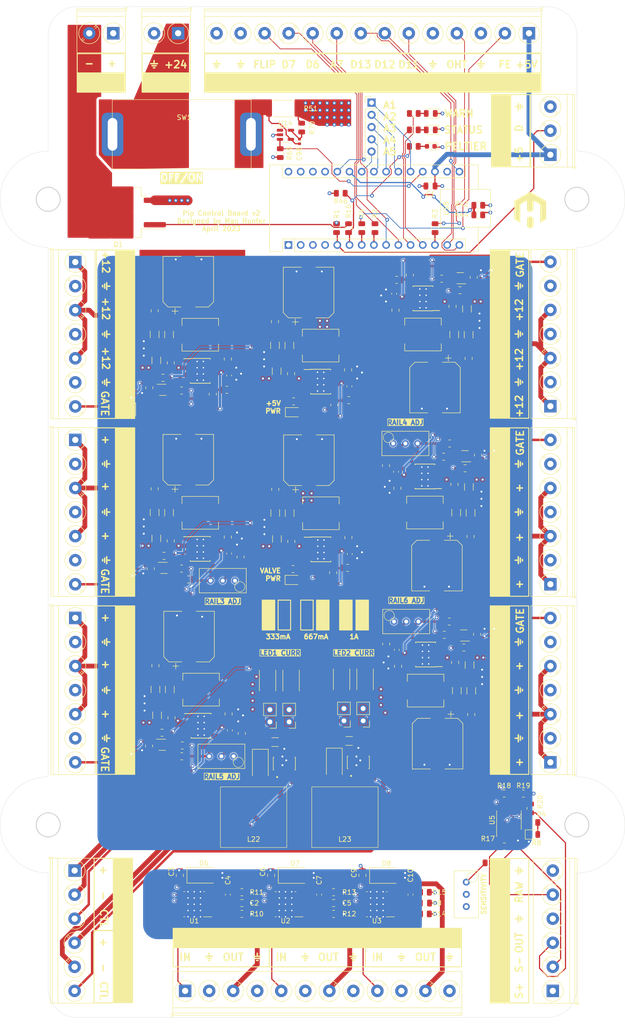
<source format=kicad_pcb>
(kicad_pcb (version 20221018) (generator pcbnew)
  (layers (0 "F.Cu" signal) (1 "In1.Cu" signal) (2 "In2.Cu" signal) (31 "B.Cu" signal) (34 "B.Paste" user) (35 "F.Paste" user) (36 "B.SilkS" user "B.Silkscreen") (37 "F.SilkS" user "F.Silkscreen") (38 "B.Mask" user) (39 "F.Mask" user) (44 "Edge.Cuts" user))
  (net 0 "")
  (net 1 "GPIO5")
  (net 2 "GPIO6")
  (net 4 "RAIL3+")
  (net 5 "RAIL1+")
  (net 6 "RAIL2+")
  (net 7 "RAIL4+")
  (net 8 "RAIL5+")
  (net 9 "RAIL6+")
  (net 11 "PELTIER_OUT")
  (net 12 "TEMP_SENSOR")
  (net 13 "VALVE1_OUT")
  (net 14 "VALVE1_IN")
  (net 15 "VALVE2_OUT")
  (net 16 "VALVE2_IN")
  (net 17 "PS_TRIGGER")
  (net 18 "PS_2")
  (net 19 "PS_1")
  (net 20 "+24V")
  (net 21 "GPIO4")
  (net 22 "GPIO3")
  (net 23 "GPIO2")
  (net 24 "GPIO1")
  (net 25 "LED_WARNING")
  (net 26 "LED_STATUS")
  (net 28 "24_V_ADC")
  (net 30 "FLIPPER_OUT")
  (net 31 "CURRENT_ADC")
  (net 32 "FLIPPER_ENABLE")
  (net 33 "Net-(A1-A1)")
  (net 34 "PELTIER_CONTROL")
  (net 35 "Net-(A1-A2)")
  (net 36 "Net-(A1-A3)")
  (net 37 "Net-(A1-A4)")
  (net 38 "Net-(A1-A5)")
  (net 41 "GND")
  (net 42 "Net-(U1-DELAY_ADJ)")
  (net 43 "Net-(U1-BOOT)")
  (net 44 "Net-(U2-DELAY_ADJ)")
  (net 45 "Net-(U2-BOOT)")
  (net 46 "Net-(U3-DELAY_ADJ)")
  (net 47 "Net-(U3-BOOT)")
  (net 48 "Net-(U4-SW)")
  (net 49 "Net-(U4-BOOT)")
  (net 50 "Net-(U15-SW)")
  (net 51 "Net-(U15-BOOT)")
  (net 52 "Net-(U16-SW)")
  (net 53 "Net-(U16-BOOT)")
  (net 54 "VALVE1_STATUS")
  (net 55 "VALVE2_STATUS")
  (net 56 "Net-(U17-SW)")
  (net 57 "Net-(U17-BOOT)")
  (net 58 "Net-(U18-SW)")
  (net 59 "Net-(U18-BOOT)")
  (net 60 "Net-(U19-SW)")
  (net 61 "Net-(U19-BOOT)")
  (net 62 "Net-(U20-SW)")
  (net 63 "Net-(U20-BOOT)")
  (net 64 "VALVE3_OUT")
  (net 65 "VALVE_12V")
  (net 66 "Net-(U21-SW)")
  (net 67 "Net-(U21-BOOT)")
  (net 68 "Net-(U14-Vs-)")
  (net 69 "Net-(SW1-B)")
  (net 70 "Net-(D1-K)")
  (net 71 "Net-(D2-A)")
  (net 72 "VALVE3_IN")
  (net 73 "Net-(D3-A)")
  (net 74 "OVERHEAT")
  (net 75 "Net-(D4-A)")
  (net 76 "Net-(D5-A)")
  (net 77 "Net-(D16-A)")
  (net 78 "PS_RAW_OUT")
  (net 79 "Net-(D17-A)")
  (net 80 "+VDC")
  (net 81 "Net-(J8-Pin_2)")
  (net 82 "LED1_OUT+")
  (net 83 "LED1_OUT-")
  (net 84 "LED1_CONTROL")
  (net 85 "LED2_OUT+")
  (net 86 "LED2_OUT-")
  (net 87 "VALVE3_STATUS")
  (net 88 "LED2_CONTROL")
  (net 89 "Net-(JP1-B)")
  (net 90 "Net-(JP2-B)")
  (net 91 "Net-(JP3-B)")
  (net 92 "Net-(JP4-B)")
  (net 93 "Net-(Q1-G)")
  (net 94 "Net-(J8-Pin_12)")
  (net 95 "Net-(J8-Pin_4)")
  (net 96 "Net-(U1-DUTY_ADJ)")
  (net 97 "Net-(U1-OSC_ADJ)")
  (net 98 "Net-(U2-DUTY_ADJ)")
  (net 99 "Net-(U2-OSC_ADJ)")
  (net 100 "Net-(U3-DUTY_ADJ)")
  (net 101 "Net-(U3-OSC_ADJ)")
  (net 102 "Net-(U5A--)")
  (net 103 "Net-(U5B--)")
  (net 104 "Net-(R47-Pad2)")
  (net 105 "/power_rails/rail1/FB")
  (net 106 "/power_rails/rail2/FB")
  (net 107 "/power_rails/rail4/FB")
  (net 108 "Net-(R54-Pad1)")
  (net 109 "/power_rails/rail3/FB")
  (net 110 "Net-(R56-Pad1)")
  (net 111 "/power_rails/rail5/FB")
  (net 112 "Net-(R58-Pad1)")
  (net 113 "/power_rails/rail6/FB")
  (net 114 "Net-(R60-Pad1)")
  (net 115 "/power_rails/valve_12v_pwr/FB")
  (net 116 "/power_rails/5v_pwr/FB")
  (net 127 "RAIL1_PG")
  (net 129 "RAIL2_EN")
  (net 130 "RAIL2_PG")
  (net 131 "RAIL3_EN")
  (net 132 "RAIL3_PG")
  (net 133 "RAIL4_EN")
  (net 134 "RAIL4_PG")
  (net 135 "RAIL5_EN")
  (net 136 "RAIL5_PG")
  (net 137 "RAIL6_EN")
  (net 138 "RAIL6_PG")
  (net 139 "/power_rails/rail1/RAIL_EN")
  (net 140 "VALVE_PG")
  (net 141 "/power_rails/rail2/RAIL_EN")
  (net 142 "5V_PG")
  (net 143 "Net-(D1-A)")
  (net 144 "Net-(D9-A)")
  (net 145 "Net-(D10-A)")
  (net 146 "Net-(D11-A)")
  (net 147 "Net-(D12-A)")
  (net 148 "Net-(D13-A)")
  (net 149 "Net-(D14-A)")
  (net 150 "Net-(D15-A)")
  (net 151 "Net-(D9-K)")
  (net 152 "Net-(D10-K)")
  (net 153 "Net-(D11-K)")
  (net 154 "Net-(D12-K)")
  (net 155 "Net-(D13-K)")
  (net 156 "Net-(D14-K)")
  (net 157 "Net-(D15-K)")
  (net 158 "RAIL1_EN")
  (net 159 "/power_rails/rail3/RAIL_EN")
  (net 160 "/power_rails/rail4/RAIL_EN")
  (net 161 "/power_rails/rail5/RAIL_EN")
  (net 162 "/power_rails/rail6/RAIL_EN")
  (footprint "Resistor_SMD:R_0805_2012Metric" (layer "F.Cu") (at 82.29 53.5 180)
    (fp_text reference "R23" hide)
    (fp_text value "220R")
  )
  (footprint "Resistor_SMD:R_0805_2012Metric" (layer "F.Cu") (at 68 6 -90)
    (fp_text reference "R2")
    (fp_text value "220R")
  )
  (footprint "TerminalBlock_Phoenix:TerminalBlock_Phoenix_PT-1,5-2-5.0-H_1x02_P5.00mm_Horizontal" (layer "F.Cu") (at 27.04 -34.5 180)
    (fp_text reference "J1" hide)
    (fp_text value "PWR")
  )
  (footprint "Resistor_SMD:R_0805_2012Metric" (layer "F.Cu") (at 40.29 111 90)
    (fp_text reference "R58" hide)
    (fp_text value "4.7k")
  )
  (footprint "maxlibrary:maxlogo" (layer "F.Cu") (at 100.29 2.25)
    (fp_text reference "G***" hide)
    (fp_text value "LOGO" hide)
  )
  (footprint "Package_SO:Texas_HSOP-8-1EP_3.9x4.9mm_P1.27mm_ThermalVias" (layer "F.Cu") (at 78.39 57.6 180)
    (fp_text reference "U17" hide)
    (fp_text value "LMR33630ADDA")
  )
  (footprint "Resistor_SMD:R_0805_2012Metric" (layer "F.Cu") (at 83.4525 87.75 180)
    (fp_text reference "R59" hide)
    (fp_text value "100k 1%")
  )
  (footprint "Capacitor_SMD:C_1206_3216Metric" (layer "F.Cu") (at 47.24625 65.2 -90)
    (fp_text reference "C86" hide)
    (fp_text value "10u")
  )
  (footprint "Capacitor_SMD:C_0805_2012Metric" (layer "F.Cu") (at 62.47125 70.3 -90)
    (fp_text reference "C84" hide)
    (fp_text value "220n")
  )
  (footprint "Capacitor_SMD:CP_Elec_10x10" (layer "F.Cu") (at 80.89 76.125 -90)
    (fp_text reference "C102" hide)
    (fp_text value "100u")
  )
  (footprint "LED_SMD:LED_0805_2012Metric" (layer "F.Cu") (at 17.04 81 -90)
    (fp_text reference "D10" hide)
    (fp_text value "PG")
  )
  (footprint "TerminalBlock_Phoenix:TerminalBlock_Phoenix_PT-1,5-7-5.0-H_1x07_P5.00mm_Horizontal" (layer "F.Cu") (at 104.5 80 90)
    (fp_text reference "J5" hide)
    (fp_text value "RAIL4")
  )
  (footprint "Diode_SMD:D_SMA" (layer "F.Cu") (at 51.3875 140.5)
    (fp_text reference "D7")
    (fp_text value "SS34")
  )
  (footprint "LED_SMD:LED_0805_2012Metric" (layer "F.Cu") (at 93.04 49.15 90)
    (fp_text reference "D11" hide)
    (fp_text value "PG")
  )
  (footprint "Capacitor_SMD:CP_Elec_10x10" (layer "F.Cu") (at 80.489999 39.125 -90)
    (fp_text reference "C100" hide)
    (fp_text value "100u")
  )
  (footprint "maxlibrary:Potentiometer_Bourns_3296W_Vertical" (layer "F.Cu") (at 71.96 87.75 180)
    (fp_text reference "RV9" hide)
    (fp_text value "47k 10-turn")
  )
  (footprint "Package_TO_SOT_SMD:SOT-353_SC-70-5" (layer "F.Cu") (at 86.74 53.4 180)
    (fp_text reference "U9" hide)
    (fp_text value "74LVC1G04")
  )
  (footprint "LED_SMD:LED_0805_2012Metric" (layer "F.Cu") (at 51.04 44.25)
    (fp_text reference "D15" hide)
    (fp_text value "PG")
  )
  (footprint "Capacitor_SMD:C_0805_2012Metric" (layer "F.Cu") (at 27.3875 140.5 90)
    (fp_text reference "C3")
    (fp_text value "1u")
  )
  (footprint "Resistor_SMD:R_0805_2012Metric" (layer "F.Cu") (at 40.3 144)
    (fp_text reference "R11")
    (fp_text value "200k")
  )
  (footprint "Capacitor_SMD:C_0603_1608Metric" (layer "F.Cu") (at 62.74625 73.725 -90)
    (fp_text reference "C89" hide)
    (fp_text value "1u")
  )
  (footprint "Resistor_SMD:R_0805_2012Metric" (layer "F.Cu") (at 78.3875 148.5)
    (fp_text reference "R14")
    (fp_text value "120k")
  )
  (footprint "Resistor_SMD:R_0805_2012Metric" (layer "F.Cu") (at 27.75 76.75)
    (fp_text reference "R22" hide)
    (fp_text value "220R")
  )
  (footprint "Capacitor_SMD:C_1206_3216Metric" (layer "F.Cu") (at 47.59625 70.575 90)
    (fp_text reference "C82" hide)
    (fp_text value "10u")
  )
  (footprint "Capacitor_SMD:C_1206_3216Metric" (layer "F.Cu") (at 47.19 30.35 -90)
    (fp_text reference "C94" hide)
    (fp_text value "10u")
  )
  (footprint "downloaded:CONV_AL8861Y-13" (layer "F.Cu") (at 64.540001 117.0275 90)
    (fp_text reference "U22" hide)
    (fp_text value "AL8861Y-13")
  )
  (footprint "Capacitor_SMD:C_1206_3216Metric" (layer "F.Cu") (at 87.54 59.775 -90)
    (fp_text reference "C58" hide)
    (fp_text value "10u")
  )
  (footprint "Resistor_SMD:R_0805_2012Metric" (layer "F.Cu") (at 70.29 55.3375 -90)
    (fp_text reference "R54" hide)
    (fp_text value "4.7k")
  )
  (footprint "Resistor_SMD:R_0805_2012Metric" (layer "F.Cu") (at 82.43 90.5 180)
    (fp_text reference "R25" hide)
    (fp_text value "220R")
  )
  (footprint "Resistor_SMD:R_0805_2012Metric" (layer "F.Cu") (at 48.29 -9.5875 90)
    (fp_text reference "R69")
    (fp_text value "13k")
  )
  (footprint "Package_TO_SOT_SMD:SOT-353_SC-70-5" (layer "F.Cu") (at 85.74 16.4 180)
    (fp_text reference "U7" hide)
    (fp_text value "74LVC1G04")
  )
  (footprint "Capacitor_SMD:CP_Elec_10x10" (layer "F.Cu") (at 29.15 54.125 90)
    (fp_text reference "C101" hide)
    (fp_text value "100u")
  )
  (footprint "Capacitor_SMD:C_0805_2012Metric" (layer "F.Cu") (at 22.15 60.175 90)
    (fp_text reference "C53" hide)
    (fp_text value "100n")
  )
  (footprint "Capacitor_SMD:C_0805_2012Metric" (layer "F.Cu") (at 84.54 59.25 -90)
    (fp_text reference "C59" hide)
    (fp_text value "220n")
  )
  (footprint "Resistor_SMD:R_0805_2012Metric" (layer "F.Cu") (at 62.29 76.6)
    (fp_text reference "R62" hide)
    (fp_text value "9.09k 1%")
  )
  (footprint "Capacitor_SMD:C_0805_2012Metric" (layer "F.Cu") (at 85.69 18.9)
    (fp_text reference "C12" hide)
    (fp_text value "100n")
  )
  (footprint "Capacitor_SMD:C_0805_2012Metric" (layer "F.Cu") (at 24.09 74.1 180)
    (fp_text reference "C13" hide)
    (fp_text value "100n")
  )
  (footprint "Capacitor_SMD:C_0805_2012Metric" (layer "F.Cu") (at 37.375 70.2 -90)
    (fp_text reference "C52" hide)
    (fp_text value "220n")
  )
  (footprint "Capacitor_SMD:C_0805_2012Metric" (layer "F.Cu") (at 22.315 96.925 90)
    (fp_text reference "C69" hide)
    (fp_text value "100n")
  )
  (footprint "maxlibrary:L_Cenker_CKST0603" (layer "F.Cu") (at 78.53 102.1)
    (fp_text reference "L19" hide)
    (fp_text value "15uH 4A")
  )
  (footprint "Capacitor_SMD:C_0805_2012Metric" (layer "F.Cu") (at 25.5 71 90)
    (fp_text reference "C51" hide)
    (fp_text value "220n")
  )
  (footprint "Capacitor_SMD:C_0603_1608Metric" (layer "F.Cu") (at 72.39 56.625 90)
    (fp_text reference "C65" hide)
    (fp_text value "1u")
  )
  (footprint "Capacitor_SMD:C_0603_1608Metric" (layer "F.Cu") (at 56.3875 144.5 -90)
    (fp_text reference "C7")
    (fp_text value "470p")
  )
  (footprint "Capacitor_SMD:C_0805_2012Metric" (layer "F.Cu") (at 23.89 37.1 180)
    (fp_text reference "C11" hide)
    (fp_text value "100n")
  )
  (footprint "Capacitor_SMD:C_1206_3216Metric" (layer "F.Cu") (at 47.54 35.725 90)
    (fp_text reference "C90" hide)
    (fp_text value "10u")
  )
  (footprint "Capacitor_SMD:C_1206_3216Metric" (layer "F.Cu") (at 22.5 70.475 90)
    (fp_text reference "C50" hide)
    (fp_text value "10u")
  )
  (footprint "Diode_SMD:D_SMA" (layer "F.Cu") (at 32.3875 140.45)
    (fp_text reference "D6")
    (fp_text value "SS34")
  )
  (footprint "LED_SMD:LED_0805_2012Metric" (layer "F.Cu") (at 17.04 117.85 -90)
    (fp_text reference "D12" hide)
    (fp_text value "PG")
  )
  (footprint "Resistor_SMD:R_0805_2012Metric" (layer "F.Cu") (at 100.375 126.5875 90)
    (fp_text reference "R20")
    (fp_text value "150k")
  )
  (footprint "Resistor_SMD:R_0805_2012Metric" (layer "F.Cu") (at 29.2025 79)
    (fp_text reference "R55" hide)
    (fp_text value "100k 1%")
  )
  (footprint "Capacitor_SMD:C_1206_3216Metric" (layer "F.Cu") (at 22.665 107.225 90)
    (fp_text reference "C66" hide)
    (fp_text value "10u")
  )
  (footprint "Capacitor_SMD:C_1206_3216Metric" (layer "F.Cu") (at 87.14 22.775 -90)
    (fp_text reference "C42" hide)
    (fp_text value "10u")
  )
  (footprint "Capacitor_SMD:C_1206_3216Metric" (layer "F.Cu") (at 84.489999 28.125 90)
    (fp_text reference "C47" hide)
    (fp_text value "10u")
  )
  (footprint "Capacitor_SMD:C_0805_2012Metric" (layer "F.Cu") (at 86.49 93.15)
    (fp_text reference "C16" hide)
    (fp_text value "100n")
  )
  (footprint "Package_TO_SOT_SMD:SOT-353_SC-70-5" (layer "F.Cu") (at 86.49 90.65 180)
    (fp_text reference "U11" hide)
    (fp_text value "74LVC1G04")
  )
  (footprint "Capacitor_SMD:C_0805_2012Metric" (layer "F.Cu") (at 37.375 33.2 -90)
    (fp_text reference "C36" hide)
    (fp_text value "220n")
  )
  (footprint "Package_SO:Texas_HSOP-8-1EP_3.9x4.9mm_P1.27mm_ThermalVias" (layer "F.Cu") (at 78.53 94.6 180)
    (fp_text reference "U19" hide)
    (fp_text value "LMR33630ADDA")
  )
  (footprint "TerminalBlock_Phoenix:TerminalBlock_Phoenix_PT-1,5-7-5.0-H_1x07_P5.00mm_Horizontal" (layer "F.Cu") (at 104.5 117 90)
    (fp_text reference "J7" hide)
    (fp_text value "RAIL6")
  )
  (footprint "maxlibrary:L_Cenker_CKST0603" (layer "F.Cu") (at 31.65 28.15 180)
    (fp_text reference "L14" hide)
    (fp_text value "15uH 4A")
  )
  (footprint "TerminalBlock_Phoenix:TerminalBlock_Phoenix_PT-1,5-3-5.0-H_1x03_P5.00mm_Horizontal" (layer "F.Cu") (at 104.5 -9.25 90)
    (fp_text reference "J10" hide)
    (fp_text value "TEMP_SENSOR")
  )
  (footprint "Capacitor_SMD:C_0603_1608Metric" (layer "F.Cu") (at 62.69 38.875 -90)
    (fp_text reference "C97" hide)
    (fp_text value "1u")
  )
  (footprint "Resistor_SMD:R_0805_2012Metric" (layer "F.Cu") (at 65.25 6 -90)
    (fp_text reference "R4")
    (fp_text value "220R")
  )
  (footprint "Capacitor_SMD:C_0805_2012Metric" (layer "F.Cu") (at 88.03 107.075 -90)
    (fp_text reference "C77" hide)
    (fp_text value "100n")
  )
  (footprint "Capacitor_SMD:C_0603_1608Metric" (layer "F.Cu") (at 37.65 73.625 -90)
    (fp_text reference "C57" hide)
    (fp_text value "1u")
  )
  (footprint "Resistor_SMD:R_0805_2012Metric" (layer "F.Cu") (at 60.8775 -1.25 180)
    (fp_text reference "R46")
    (fp_text value "10K")
  )
  (footprint "Resistor_SMD:R_0805_2012Metric" (layer "F.Cu") (at 21.34 76.7625 90)
    (fp_text reference "R30" hide)
    (fp_text value "47k 1%")
  )
  (footprint "Resistor_SMD:R_0805_2012Metric" (layer "F.Cu") (at 70.34 92.4 -90)
    (fp_text reference "R60" hide)
    (fp_text value "4.7k")
  )
  (footprint "Capacitor_SMD:C_0805_2012Metric" (layer "F.Cu") (at 37.54 106.95 -90)
    (fp_text reference "C68" hide)
    (fp_text value "220n")
  )
  (footprint "TerminalBlock_Phoenix:TerminalBlock_Phoenix_PT-1,5-12-5.0-H_1x12_P5.00mm_Horizontal" (layer "F.Cu") (at 28.5 164.5)
    (fp_text reference "J11" hide)
    (fp_text value "VALVES")
  )
  (footprint "Capacitor_SMD:C_1206_3216Metric" (layer "F.Cu") (at 47.215 112.8)
    (fp_text reference "C32" hide)
    (fp_text value "10u")
  )
  (footprint "Resistor_SMD:R_2512_6332Metric" (layer "F.Cu") (at 61.050001 99.7625 -90)
    (fp_text reference "R68" hide)
    (fp_text value "0.3R")
  )
  (footprint "Capacitor_SMD:C_0805_2012Metric" (layer "F.Cu") (at 72.805 97.05 90)
    (fp_text reference "C76" hide)
    (fp_text value "220n")
  )
  (footprint "maxlibrary:L_SMMS1360" (layer "F.Cu") (at 61.74 128.4 180)
    (fp_text reference "L23")
    (fp_text value "100uH")
  )
  (footprint "Capacitor_SMD:C_1206_3216Metric" (layer "F.Cu") (at 88.03 102.15 90)
    (fp_text reference "C78" hide)
    (fp_text value "10u")
  )
  (footprint "Capacitor_SMD:C_0805_2012Metric" (layer "F.Cu") (at 40.3 146.25)
    (fp_text reference "C2")
    (fp_text value "150n")
  )
  (footprint "Capacitor_SMD:CP_Elec_10x10" (layer "F.Cu") (at 54.19 19.375 90)
    (fp_text reference "C106" hide)
    (fp_text value "100u")
  )
  (footprint "Package_TO_SOT_SMD:SOT-353_SC-70-5" (layer "F.Cu") (at 23.84 39.6)
    (fp_text reference "U6" hide)
    (fp_text value "74LVC1G04")
  )
  (footprint "Capacitor_SMD:C_0805_2012Metric" (layer "F.Cu") (at 47.24625 60.275 90)
    (fp_text reference "C85" hide)
    (fp_text value "100n")
  )
  (footprint "maxlibrary:Potentiometer_Bourns_3296W_Vertical" (layer "F.Cu") (at 71.79 50.75 180)
    (fp_text reference "RV7" hide)
    (fp_text value "47k 10-turn")
  )
  (footprint "Package_TO_SOT_SMD:TO-263-2" (layer "F.Cu") (at 14.54 2.75 180)
    (fp_text reference "Q1")
    (fp_text value "LNE08R085")
  )
  (footprint "Package_SO:Texas_HSOP-8-1EP_3.9x4.9mm_P1.27mm_ThermalVias" (layer "F.Cu") (at 31.65 72.65)
    (fp_text reference "U16" hide)
    (fp_text value "LMR33630ADDA")
  )
  (footprint "TerminalBlock_Phoenix:TerminalBlock_Phoenix_PT-1,5-6-5.0-H_1x06_P5.00mm_Horizontal" (layer "F.Cu") (at 5.5 139.5 -90)
    (fp_text reference "J9" hide)
    (fp_text value "LED")
  )
  (footprint "Capacitor_SMD:C_0805_2012Metric" (layer "F.Cu") (at 87.489999 33.075 -90)
    (fp_text reference "C45" hide)
    (fp_text value "100n")
  )
  (footprint "Resistor_SMD:R_0805_2012Metric" (layer "F.Cu") (at 59.3875 144)
    (fp_text reference "R13")
    (fp_text value "200k")
  )
  (footprint "Capacitor_SMD:C_1206_3216Metric" (layer "F.Cu") (at 87.49 28.15 90)
    (fp_text reference "C46" hide)
    (fp_text value "10u")
  )
  (footprint "Capacitor_SMD:C_1206_3216Metric" (layer "F.Cu") (at 22.15 65.1 -90)
    (fp_text reference "C54" hide)
    (fp_text value "10u")
  )
  (footprint "LED_SMD:LED_0805_2012Metric" (layer "F.Cu") (at 79.6025 -14.416668 180)
    (fp_text reference "D3" hide)
    (fp_text value "YELLOW")
  )
  (footprint "Resistor_SMD:R_0805_2012Metric" (layer "F.Cu") (at 34.25 40.5 90)
    (fp_text reference "R48" hide)
    (fp_text value "100k 1%")
  )
  (footprint "Package_SO:SOIC-8_3.9x4.9mm_P1.27mm" (layer "F.Cu") (at 95.875 129 90)
    (fp_text reference "U5")
    (fp_text value "MCP6002-xSN")
  )
  (footprint "TerminalBlock_Phoenix:TerminalBlock_Phoenix_PT-1,5-7-5.0-H_1x07_P5.00mm_Horizontal" (layer "F.Cu") (at 104.5 43 90)
    (fp_text reference "J3" hide)
    (fp_text value "RAIL2")
  )
  (footprint "Resistor_SMD:R_0805_2012Metric" (layer "F.Cu") (at 75.25 15.75 -90)
    (fp_text reference "R50" hide)
    (fp_text value "100k 1%")
  )
  (footprint "Resistor_SMD:R_0805_2012Metric" (layer "F.Cu") (at 89.24 90.4 -90)
    (fp_text reference "R33" hide)
    (fp_text value "47k 1%")
  )
  (footprint "Resistor_SMD:R_0805_2012Metric" (layer "F.Cu") (at 52.74 -14.9025 90)
    (fp_text reference "R70")
    (fp_text value "4.7k")
  )
  (footprint "Capacitor_SMD:C_0805_2012Metric" (layer "F.Cu") (at 87.89 70.075 -90)
    (fp_text reference "C61" hide)
    (fp_text value "100n")
  )
  (footprint "Resistor_SMD:R_0805_2012Metric" (layer "F.Cu") (at 72.5 16.75 180)
    (fp_text reference "R52" hide)
    (fp_text value "9.09k 1%")
  )
  (footprint "Capacitor_SMD:C_1206_3216Metric" (layer "F.Cu") (at 84.89 65.125 90)
    (fp_text reference "C63" hide)
    (fp_text value "10u")
  )
  (footprint "Resistor_SMD:R_0805_2012Metric" (layer "F.Cu") (at 83.54 50.75 180)
    (fp_text reference "R53" hide)
    (fp_text value "100k 1%")
  )
  (footprint "Capacitor_SMD:C_1206_3216Metric" (layer "F.Cu") (at 22.15 28.1 -90)
    (fp_text reference "C39" hide)
    (fp_text value "10u")
  )
  (footprint "Resistor_SMD:R_0805_2012Metric" (layer "F.Cu") (at 21.04 39.1625 90)
    (fp_text reference "R28" hide)
    (fp_text value "47k 1%")
  )
  (footprint "Resistor_SMD:R_0805_2012Metric" (layer "F.Cu") (at 59.54 42.75 90)
    (fp_text reference "R63" hide)
    (fp_text value "100k 1%")
  )
  (footprint "TerminalBlock_Phoenix:TerminalBlock_Phoenix_PT-1,5-2-5.0-H_1x02_P5.00mm_Horizontal" (layer "F.Cu") (at 13.54 -34.5 180)
    (fp_text reference "J13" hide)
    (fp_text value "PELTIER")
  )
  (footprint "maxlibrary:L_SMMS1360" (layer "F.Cu") (at 42.74 128.4 180)
    (fp_text reference "L22")
    (fp_text value "100uH")
  )
  (footprint "Resistor_SMD:R_0805_2012Metric" (layer "F.Cu") (at 27.75 39.75)
    (fp_text reference "R5" hide)
    (fp_text value "220R")
  )
  (footprint "Resistor_SMD:R_0805_2012Metric" (layer "F.Cu") (at 94.9125 134.5)
    (fp_text reference "R17")
    (fp_text value "10K")
  )
  (footprint "Connector_PinHeader_2.54mm:PinHeader_1x02_P2.54mm_Vertical" (layer "F.Cu") (at 46.14 108.6 180)
    (fp_text reference "JP2" hide)
    (fp_text value "JUMP")
  )
  (footprint "LED_SMD:LED_0805_2012Metric" (layer "F.Cu") (at 50.9775 79.1)
    (fp_text reference "D14" hide)
    (fp_text value "PG")
  )
  (footprint "Capacitor_SMD:C_0805_2012Metric" (layer "F.Cu") (at 22.15 23.175 90)
    (fp_text reference "C38" hide)
    (fp_text value "100n")
  )
  (footprint "maxlibrary:L_Cenker_CKST0603" (layer "F.Cu") (at 31.65 65.15 180)
    (fp_text reference "L16" hide)
    (fp_text value "15uH 4A")
  )
  (footprint "Diode_SMD:D_SMA" (layer "F.Cu") (at 44.14 117.8 -90)
    (fp_text reference "D17" hide)
    (fp_text value "SS34")
  )
  (footprint "Package_SO:HTSSOP-14-1EP_4.4x5mm_P0.65mm_EP3.4x5mm_Mask3x3.1mm_ThermalVias" (layer "F.Cu") (at 68.3875 146.5 180)
    (fp_text reference "U3")
    (fp_text value "DRV104")
  )
  (footprint "LED_SMD:LED_0805_2012Metric" (layer "F.Cu") (at 93.04 12 90)
    (fp_text reference "D9" hide)
    (fp_text value "PG")
  )
  (footprint "Resistor_SMD:R_0805_2012Metric" (layer "F.Cu") (at 81.89 16.500001 180)
    (fp_text reference "R21" hide)
    (fp_text value "220R")
  )
  (footprint "Capacitor_SMD:C_1206_3216Metric" (layer "F.Cu") (at 62.615001 112.5625)
    (fp_text reference "C33" hide)
    (fp_text value "10u")
  )
  (footprint "Package_SO:Texas_HSOP-8-1EP_3.9x4.9mm_P1.27mm_ThermalVias" (layer "F.Cu") (at 56.69 37.9)
    (fp_text reference "U21" hide)
    (fp_text value "LMR33630ADDA")
  )
  (footprint "LED_SMD:LED_0805_2012Metric" (layer "F.Cu") (at 92.94 86.15 90)
    (fp_text reference "D13" hide)
    (fp_text value "PG")
  )
  (footprint "Resistor_SMD:R_0805_2012Metric" (layer "F.Cu") (at 37.1625 39.5875)
    (fp_text reference "R49" hide)
    (fp_text value "9.09k 1%")
  )
  (footprint "Package_SO:Texas_HSOP-8-1EP_3.9x4.9mm_P1.27mm_ThermalVias" (layer "F.Cu") (at 31.815 109.4)
    (fp_text reference "U18" hide)
    (fp_text value "LMR33630ADDA")
  )
  (footprint "Resistor_SMD:R_2512_6332Metric" (layer "F.Cu") (at 65.94 99.7625 -90)
    (fp_text reference "R65" hide)
    (fp_text value "0.15R")
  )
  (footprint "Resistor_SMD:R_0805_2012Metric" (layer "F.Cu") (at 88.54 16.2125 -90)
    (fp_text reference "R29" hide)
    (fp_text value "47k 1%")
  )
  (footprint "TerminalBlock_Phoenix:TerminalBlock_Phoenix_PT-1,5-7-5.0-H_1x07_P5.00mm_Horizontal" (layer "F.Cu") (at 5.64 13.05 -90)
    (fp_text reference "J2" hide)
    (fp_text value "RAIL1")
  )
  (footprint "Package_TO_SOT_SMD:SOT-353_SC-70-5" (layer "F.Cu") (at 24.09 76.6)
    (fp_text reference "U8" hide)
    (fp_text value "74LVC1G04")
  )
  (footprint "maxlibrary:L_Cenker_CKST0603" (layer "F.Cu") (at 56.69 30.4 180)
    (fp_text reference "L21" hide)
    (fp_text value "15uH 4A")
  )
  (footprint "Capacitor_SMD:C_1206_3216Metric" (layer "F.Cu") (at 87.68 96.775 -90)
    (fp_text reference "C74" hide)
    (fp_text value "10u")
  )
  (footprint "Capacitor_SMD:C_0805_2012Metric" (layer "F.Cu") (at 72.665 60.05 90)
    (fp_text reference "C60" hide)
    (fp_text value "220n")
  )
  (footprint "Capacitor_SMD:CP_Elec_10x10" (layer "F.Cu") (at 54.24625 54.225 90)
    (fp_text reference "C105" hide)
    (fp_text value "100u")
  )
  (footprint "Package_TO_SOT_SMD:SOT-23-5" (layer "F.Cu") (at 49.365 -13.4)
    (fp_text reference "U14")
    (fp_text value "ZXCT1110")
  )
  (footprint "Capacitor_SMD:C_0805_2012Metric" (layer "F.Cu") (at 72.265 23.049999 90)
    (fp_text reference "C44" hide)
    (fp_text value "220n")
  )
  (footprint "Package_SO:HTSSOP-14-1EP_4.4x5mm_P0.65mm_EP3.4x5mm_Mask3x3.1mm_ThermalVias" (layer "F.Cu") (at 49.3875 146.5 180)
    (fp_text reference "U2")
    (fp_text value "DRV104")
  )
  (footprint "TerminalBlock_Phoenix:TerminalBlock_Phoenix_PT-1,5-7-5.0-H_1x07_P5.00mm_Horizontal" (layer "F.Cu") (at 5.64 49.999999 -90)
    (fp_text reference "J4" hide)
    (fp_text value "RAIL3")
  )
  (footprint "Connector_PinHeader_2.54mm:PinHeader_1x02_P2.54mm_Vertical" (layer "F.Cu") (at 50.14 108.6 180)
    (fp_text reference "JP1" hide)
    (fp_text value "JUMP")
  )
  (footprint "maxlibrary:Potentiometer_Bourns_3296W_Vertical" (layer "F.Cu") (at 38.58 115.75)
    (fp_text reference "RV8" hide)
    (fp_text value "47k 10-turn")
  )
  (footprint "Resistor_SMD:R_0805_2012Metric" (layer "F.Cu") (at 94.875 123.5)
    (fp_text reference "R18")
    (fp_text value "30k")
  )
  (footprint "Package_SO:Texas_HSOP-8-1EP_3.9x4.9mm_P1.27mm_ThermalVias" (layer "F.Cu") (at 31.65 35.65)
    (fp_text reference "U4" hide)
    (fp_text value "LMR33630ADDA")
  )
  (footprint "Resistor_SMD:R_0805_2012Metric" (layer "F.Cu") (at 59.29 77.6 90)
    (fp_text reference "R61" hide)
    (fp_text value "100k 1%")
  )
  (footprint "Package_TO_SOT_SMD:SOT-353_SC-70-5" (layer "F.Cu") (at 23.74 113.35)
    (fp_text reference "U10" hide)
    (fp_text value "74LVC1G04")
  )
  (footprint "Diode_SMD:D_SMA" (layer "F.Cu") (at 70.3875 140.5)
    (fp_text reference "D8")
    (fp_text value "SS34")
  )
  (footprint "Capacitor_SMD:C_0805_2012Metric" (layer "F.Cu") (at 46.3875 140.5 90)
    (fp_text reference "C6")
    (fp_text value "1u")
  )
  (footprint "Capacitor_SMD:C_1206_3216Metric" (layer "F.Cu") (at 25.315 101.875 -90)
    (fp_text reference "C71" hide)
    (fp_text value "10u")
  )
  (footprint "maxlibrary:Potentiometer_Bourns_3296W_Vertical" (layer "F.Cu") (at 38.87 79.25)
    (fp_text reference "RV6" hide)
    (fp_text value "47k 10-turn")
  )
  (footprint "Capacitor_SMD:C_0805_2012Metric" (layer "F.Cu") (at 62.415 35.45 -90)
    (fp_text reference "C92" hide)
    (fp_text value "220n")
  )
  (footprint "Resistor_SMD:R_0805_2012Metric" (layer "F.Cu") (at 50.9525 76.85 180)
    (fp_text reference "R26" hide)
    (fp_text value "220R")
  )
  (footprint "Capacitor_SMD:C_0805_2012Metric" (layer "F.Cu") (at 47.19 25.425 90)
    (fp_text reference "C93" hide)
    (fp_text value "100n")
  )
  (footprint "Resistor_SMD:R_0805_2012Metric" (layer "F.Cu") (at 91.8275 137.9 180)
    (fp_text reference "R47" hide)
    (fp_text value "10K")
  )
  (footprint "Capacitor_SMD:C_0603_1608Metric" (layer "F.Cu") (at 37.65 36.625 -90)
    (fp_text reference "C35" hide)
    (fp_text value "1u")
  )
  (footprint "Package_SO:Texas_HSOP-8-1EP_3.9x4.9mm_P1.27mm_ThermalVias" (layer "F.Cu") (at 56.74625 72.75)
    (fp_text reference "U20" hide)
    (fp_text value "LMR33630ADDA")
  )
  (footprint "Diode_SMD:D_SMA" (layer "F.Cu") (at 59.540001 117.5625 -90)
    (fp_text reference "D16" hide)
    (fp_text value "SS34")
  )
  (footprint "Resistor_SMD:R_2512_6332Metric" (layer "F.Cu") (at 50.54 100 -90)
    (fp_text reference "R66" hide)
    (fp_text value "0.15R")
  )
  (footprint "downloaded:CONV_AL8861Y-13" (layer "F.Cu") (at 49.14 117.265 90)
    (fp_text reference "U13" hide)
    (fp_text value "AL8861Y-13")
  )
  (footprint "Capacitor_SMD:C_0805_2012Metric" (layer "F.Cu") (at 84.14 22.25 -90)
    (fp_text reference "C43" hide)
    (fp_text value "220n")
  )
  (footprint "Resistor_SMD:R_0805_2012Metric" (layer "F.Cu") (at 27.915 113.5)
    (fp_text reference "R24" hide)
    (fp_text value "220R")
  )
  (footprint "Resistor_SMD:R_0805_2012Metric" (layer "F.Cu") (at 40.3 148.5)
    (fp_text reference "R10")
    (fp_text value "120k")
  )
  (footprint "Connector_PinHeader_2.54mm:PinHeader_1x05_P2.54mm_Vertical" (layer "F.Cu") (at 67.29 -20.08)
    (fp_text reference "J14" hide)
    (fp_text value "GPIO_INT")
  )
  (footprint "Capacitor_SMD:CP_Elec_10x10" (layer "F.Cu") (at 29.15 17.125 90)
    (fp_text reference "C99" hide)
    (fp_text value "100u")
  )
  (footprint "Capacitor_SMD:C_1206_3216Metric" (layer "F.Cu") (at 50.19 30.375 -90)
    (fp_text reference "C95" hide)
    (fp_text value "10u")
  )
  (footprint "LED_SMD:LED_0805_2012Metric" (layer "F.Cu") (at 100.9375 132)
    (fp_text reference "D4")
    (fp_text value "GREEN")
  )
  (footprint "Resistor_SMD:R_0805_2012Metric" (layer "F.Cu") (at 76.08 -14.416668 180)
    (fp_text reference "R7" hide)
    (fp_text value "220R")
  )
  (footprint "Capacitor_SMD:C_1206_3216Metric" (layer "F.Cu") (at 87.89 65.15 90)
    (fp_text reference "C62" hide)
    (fp_text value "10u")
  )
  (footprint "Capacitor_SMD:C_0805_2012Metric" (layer "F.Cu") (at 59.3875 146.25)
    (fp_text reference "C5")
    (fp_text value "150n")
  )
  (footprint "Package_SO:Texas_HSOP-8-1EP_3.9x4.9mm_P1.27mm_ThermalVias" (layer "F.Cu") (at 77.99 20.6 180)
    (fp_text reference "U15" hide)
    (fp_text value "LMR33630ADDA")
  )
  (footprint "Resistor_SMD:R_2512_6332Metric" (layer "F.Cu") (at 48.915 -18.84 180)
    (fp_text reference "R51")
    (fp_text value "0.005R")
  )
  (footprint "LED_SMD:LED_0805_2012Metric" (layer "F.Cu") (at 79.6025 -17.833334 180)
    (fp_text reference "D2" hide)
    (fp_text value "RED")
  )
  (footprint "LED_SMD:LED_0603_1608Metric" (layer "F.Cu") (at 79.6025 -11 180)
    (fp_text reference "D5" hide)
    (fp_text value "BLUE")
  )
  (footprint "Package_SO:HTSSOP-14-1EP_4.4x5mm_P0.65mm_EP3.4x5mm_Mask3x3.1mm_ThermalVias" (layer "F.Cu") (at 30.3875 146.5 180)
    (fp_text reference "U1")
    (fp_text value "DRV104")
  )
  (footprint "Resistor_SMD:R_0805_2012Metric" (layer "F.Cu") (at 20.99 113.6 90)
    (fp_text reference "R32" hide)
    (fp_text value "47k 1%")
  )
  (footprint "Capacitor_SMD:C_1206_3216Metric" (layer "F.Cu") (at 22.5 33.475 90)
    (fp_text reference "C37" hide)
    (fp_text value "10u")
  )
  (footprint "Capacitor_SMD:C_0805_2012Metric" (layer "F.Cu") (at 50.59625 71.1 90)
    (fp_text reference "C83" hide)
    (fp_text value "220n")
  )
  (footprint "Capacitor_SMD:C_0603_1608Metric" (layer "F.Cu") (at 71.99 19.625 90)
    (fp_text reference "C49" hide)
    (fp_text value "1u")
  )
  (footprint "Capacitor_SMD:C_0805_2012Metric" (layer "F.Cu") (at 78.3875 146.25)
    (fp_text reference "C8")
    (fp_text value "150n")
  )
  (footprint "Capacitor_SMD:C_1206_3216Metric" (layer "F.Cu") (at 50.24625 65.225 -90)
    (fp_text reference "C87" hide)
    (fp_text value "10u")
  )
  (footprint "TerminalBlock_Phoenix:TerminalBlock_Phoenix_PT-1,5-7-5.0-H_1x07_P5.00mm_Horizontal" (layer "F.Cu") (at 5.64 87 -90)
    (fp_text reference "J6" hide)
    (fp_text value "RAIL5")
  )
  (footprint "Resistor_SMD:R_0805_2012Metric" (layer "F.Cu") (at 89.5 1.25)
    (fp_text reference "R42")
    (fp_text value "47k 1%")
  )
  (footprint "maxlibrary:L_Cenker_CKST0603" (layer "F.Cu") (at 31.815 101.9 180)
    (fp_text reference "L18" hide)
    (fp_text value "15uH 4A")
  )
  (footprint "Resistor_SMD:R_0805_2012Metric" (layer "F.Cu") (at 62.54 41.75)
    (fp_text reference "R64" hide)
    (fp_text value "24.9k 1%")
  )
  (footprint "Capacitor_SMD:C_0603_1608Metric" (layer "F.Cu") (at 72.53 93.625 90)
    (fp_text reference "C81" hide)
    (fp_text value "1u")
  )
  (footprint "Capacitor_SMD:CP_Elec_10x10" (layer "F.Cu") (at 81.03 113.125 -90)
    (fp_text reference "C104" hide)
    (fp_text value "100u")
  )
  (footprint "Capacitor_SMD:C_1206_3216Metric" (layer "F.Cu") (at 25.15 28.125 -90)
    (fp_text reference "C40" hide)
    (fp_text value "10u")
  )
  (footprint "maxlibrary:L_Cenker_CKST0603" (layer "F.Cu") (at 56.74625 65.25 180)
    (fp_text reference "L20" hide)
    (fp_text value "15uH 4A")
  )
  (footprint "Capacitor_SMD:C_1206_3216Metric" (layer "F.Cu") (at 85.03 102.125 90)
    (fp_text reference "C79" hide)
    (fp_text value "10u")
  )
  (footprint "Resistor_SMD:R_0805_2012Metric" (layer "F.Cu") (at 89.5 3.25 180)
    (fp_text reference "R44")
    (fp_text value "8.87k 1%")
  )
  (footprint "Capacitor_SMD:C_0805_2012Metric" (layer "F.Cu") (at 86.74 55.9)
    (fp_text reference "C14" hide)
    (fp_text value "100n")
  )
  (footprint "Resistor_SMD:R_0805_2012Metric" (layer "F.Cu") (at 98.875 123.5)
    (fp_text reference "R19")
    (fp_text value "30k")
  )
  (footprint "maxlibrary:L_Cenker_CKST0603" (layer "F.Cu") (at 77.99 28.1)
    (fp_text reference "L15" hide)
    (fp_text value "15uH 4A")
  )
  (footprint "Capacitor_SMD:C_0402_1005Metric" (layer "F.Cu") (at 52.29 -12.02 -90)
    (fp_text reference "C98")
    (fp_text value "10p")
  )
  (footprint "Connector_PinHeader_2.54mm:PinHeader_1x02_P2.54mm_Vertical" (layer "F.Cu") (at 61.540001 108.3625 180)
    (fp_text reference "JP4" hide)
    (fp_text value "JUMP")
  )
  (footprint "Capacitor_SMD:C_0805_2012Metric" (layer "F.Cu") (at 25.665 107.75 90)
    (fp_text reference "C67" hide)
    (fp_text value "220n")
  )
  (footprint "Resistor_SMD:R_0805_2012Metric" (layer "F.Cu") (at 80.5 6 -90)
    (fp_text reference "R3")
    (fp_text value "220R")
  )
  (footprint "maxlibrary:RS 2066972" (layer "F.Cu") (at 27.79 -13.5)
    (fp_text reference "SW1")
    (fp_text value "RS 206-6972")
  )
  (footprint "TerminalBlock_Phoenix:TerminalBlock_Phoenix_PT-1,5-6-5.0-H_1x06_P5.00mm_Horizontal" (layer "F.Cu") (at 105 164.5 90)
    (fp_text reference "J12" hide)
    (fp_text value "PHOTOSENSOR")
  )
  (footprint "maxlibrary:Arduino_Nano" (layer "F.Cu") (at 50 9.5 90)
    (fp_text reference "A1" hide)
    (fp_text value "Arduino_Nano_v3.x")
  )
  (footprint "Capacitor_SMD:C_0805_2012Metric" (layer "F.Cu") (at 50.54 36.25 90)
    (fp_text reference "C91" hide)
    (fp_text value "220n")
  )
  (footprint "Resistor_SMD:R_0805_2012Metric" (layer "F.Cu") (at 78.3875 144)
    (fp_text reference "R15")
    (fp_text value "200k")
  )
  (footprint "Resistor_SMD:R_0805_2012Metric" (layer "F.Cu") (at 27.79 115.75)
    (fp_text reference "R57" hide)
    (fp_text value "100k 1%")
  )
  (footprint "Capacitor_SMD:C_0805_2012Metric" (layer "F.Cu") (at 23.69 110.85 180)
    (fp_text reference "C15" hide)
    (fp_text value "100n")
  )
  (footprint "Resistor_SMD:R_0805_2012Metric" (layer "F.Cu") (at 40.04 74.3375 90)
    (fp_text reference "R56" hide)
    (fp_text value "4.7k")
  )
  (footprint "maxlibrary:L_Cenker_CKST0603" (layer "F.Cu") (at 78.39 65.1)
    (fp_text reference "L17" hide)
    (fp_text value "15uH 4A")
  )
  (footprint "LED_SMD:LED_0805_2012Metric" (layer "F.Cu") (at 17.25 44 -90)
    (fp_text reference "D1" hide)
    (fp_text value "PG")
  )
  (footprint "TerminalBlock_Phoenix:TerminalBlock_Phoenix_PT-1,5-14-5.0-H_1x14_P5.00mm_Horizontal" (layer "F.Cu") (at 100.04 -34.5 180)
    (fp_text reference "J8" hide)
    (fp_text value "ARDUINO")
  )
  (footprint "Capacitor_SMD:C_1206_3216Metric" (layer "F.Cu") (at 22.315 101.85 -90)
    (fp_text reference "C70" hide)
    (fp_text value "10u")
  )
  (footprint "Capacitor_SMD:C_0805_2012Metric" (layer "F.Cu") (at 84.68 96.25 -90)
    (fp_text reference "C75" hide)
    (fp_text value "220n")
  )
  (footprint "Connector_PinHeader_2.54mm:PinHeader_1x02_P2.54mm_Vertical" (layer "F.Cu") (at 65.54 108.3625 180)
    (fp_text reference "JP3" hide)
    (fp_text value "JUMP")
  )
  (footprint "Capacitor_SMD:CP_Elec_10x10" (layer "F.Cu") (at 29.315 90.875 90)
    (fp_text reference "C103" hide)
    (fp_text value "100u")
  )
  (footprint "Resistor_SMD:R_0805_2012Metric" (layer "F.Cu") (at 76.08 -11 180)
    (fp_text reference "R9" hide)
    (fp_text value "1K")
  )
  (footprint "Capacitor_SMD:C_0805_2012Metric" (layer "F.Cu") (at 25.5 34 90)
    (fp_text reference "C34" hide)
    (fp_text value "220n")
  )
  (footprint "Capacitor_SMD:C_1206_3216Metric" (layer "F.Cu") (at 25.15 65.125 -90)
    (fp_text reference "C55" hide)
    (fp_text value "10u")
  )
  (footprint "Resistor_SMD:R_2512_6332Metric" (layer "F.Cu") (at 45.65 100 -90)
    (fp_text reference "R67" hide)
    (fp_text value "0.3R")
  )
  (footprint "Capacitor_SMD:C_0603_1608Metric" (layer "F.Cu") (at 37.3875 144.5 -90)
    (fp_text reference "C4")
    (fp_text value "470p")
  )
  (footprint "Resistor_SMD:R_0805_2012Metric" (layer "F.Cu") (at 89.44 53.15 -90)
    (fp_text reference "R31" hide)
    (fp_text value "47k 1%")
  )
  (footprint "Resistor_SMD:R_0805_2012Metric" (layer "F.Cu") (at 60 6 -90)
    (fp_text reference "R1")
    (fp_text value "4.7k")
  )
  (footprint "Resistor_SMD:R_0805_2012Metric" (layer "F.Cu") (at 76.08 -17.833334 180)
    (fp_text reference "R6" hide)
    (fp_text value "220R")
  )
  (footprint "Capacitor_SMD:C_0603_1608Metric" (layer "F.Cu") (at 75.3875 144.5 -90)
    (fp_text reference "C10")
    (fp_text value "470p")
  )
  (footprint "Resistor_SMD:R_0805_2012Metric" (layer "F.Cu") (at 100.9625 129.5 180)
    (fp_text reference "R8")
    (fp_text value "1K")
  )
  (footprint "Resistor_SMD:R_0805_2012Metric" (layer "F.Cu") (at 59.3875 148.5)
    (fp_text reference "R12")
    (fp_text value "120k")
  )
  (footprint "maxlibrary:Potentiometer_Bourns_3296W_Vertical" (layer "F.Cu") (at 87 141.9 90)
    (fp_text reference "RV1" hide)
    (fp_text value "5M")
  )
  (footprint "Capacitor_SMD:C_0805_2012Metric" (layer "F.Cu") (at 65.3875 140.5 90)
    (fp_text reference "C9")
    (fp_text value "1u")
  )
  (footprint "Capacitor_SMD:C_0805_2012Metric" (layer "F.Cu") (at 79.55 -2.75 180)
    (fp_text reference "C1")
    (fp_text value "100n")
  )
  (footprint "Capacitor_SMD:C_0603_1608Metric" (layer "F.Cu") (at 37.815 110.375 -90)
    (fp_text reference "C73" hide)
    (fp_text value "1u")
  )
  (footprint "Resistor_SMD:R_0805_2012Metric" (layer "F.Cu") (at 51.065 42 180)
    (fp_text reference "R27" hide)
    (fp_text value "220R")
  )
  (footprint "Resistor_SMD:R_0805_2012Metric" (layer "F.Cu") (at 62.5 6 -90)
    (fp_text reference "R16")
    (fp_text value "220R")
  )
  (gr_rect (start 44.54 83.3) (end 47.14 89.5) (stroke (width 0.2)) (fill solid) (layer "F.SilkS"))
  (gr_rect (start 19.54 -30.25) (end 29.54 -26.25) (stroke (width 0.2)) (fill none) (layer "F.SilkS"))
  (gr_rect (start 92 47.5) (end 96 82.5) (stroke (width 0.2)) (fill solid) (layer "F.SilkS"))
  (gr_rect (start 92.25 -21.75) (end 96.25 -6.75) (stroke (width 0.2)) (fill solid) (layer "F.SilkS"))
  (gr_rect (start 96 84.499999) (end 100 119.499999) (stroke (width 0.2)) (fill none) (layer "F.SilkS"))
  (gr_rect (start 46 155.5) (end 66 159.5) (stroke (width 0.2)) (fill none) (layer "F.SilkS"))
  (gr_rect (start 6.04 -30.25) (end 16.04 -26.25) (stroke (width 0.2)) (fill none) (layer "F.SilkS"))
  (gr_rect locked (start 92 10.5) (end 96 45.5) (stroke (width 0.2)) (fill solid) (layer "F.SilkS"))
  (gr_rect (start 9.54 152) (end 13.54 167) (stroke (width 0.2)) (fill none) (layer "F.SilkS"))
  (gr_rect (start 13.56 136.94) (end 17.56 166.94) (stroke (width 0.2)) (fill solid) (layer "F.SilkS"))
  (gr_rect (start 10 10.55) (end 14 45.55) (stroke (width 0.2)) (fill none) (layer "F.SilkS"))
  (gr_rect (start 92 137) (end 96 167) (stroke (width 0.2)) (fill solid) (layer "F.SilkS"))
  (gr_rect (start 64.04 83.3) (end 66.64 89.5) (stroke (width 0.2)) (fill solid) (layer "F.SilkS"))
  (gr_rect (start 14 10.55) (end 18 45.55) (stroke (width 0.2)) (fill solid) (layer "F.SilkS"))
  (gr_rect (start 47.84 83.3) (end 50.44 89.5) (stroke (width 0.2)) (fill none) (layer "F.SilkS"))
  (gr_rect (start 52.54 83.3) (end 55.14 89.5) (stroke (width 0.2)) (fill none) (layer "F.SilkS"))
  (gr_rect (start 9.56 136.94) (end 13.56 151.94) (stroke (width 0.2)) (fill none) (layer "F.SilkS"))
  (gr_rect (start 26 151.5) (end 46 155.5) (stroke (width 0.2)) (fill solid) (layer "F.SilkS"))
  (gr_rect (start 96 137) (end 100 167) (stroke (width 0.2)) (fill none) (layer "F.SilkS"))
  (gr_rect (start 32.54 -26.25) (end 102.54 -22.25) (stroke (width 0.2)) (fill solid) (layer "F.SilkS"))
  (gr_rect (start 10 47.5) (end 14 82.5) (stroke (width 0.2)) (fill none) (layer "F.SilkS"))
  (gr_rect (start 92 84.499999) (end 96 119.499999) (stroke (width 0.2)) (fill solid) (layer "F.SilkS"))
  (gr_rect (start 10 84.5) (end 14 119.5) (stroke (width 0.2)) (fill none) (layer "F.SilkS"))
  (gr_rect (start 26 155.5) (end 46 159.5) (stroke (width 0.2)) (fill none) (layer "F.SilkS"))
  (gr_rect (start 66 155.5) (end 86 159.5) (stroke (width 0.2)) (fill none) (layer "F.SilkS"))
  (gr_rect (start 96.25 -21.75) (end 100.25 -6.75) (stroke (width 0.2)) (fill none) (layer "F.SilkS"))
  (gr_rect (start 14 47.5) (end 18 82.5) (stroke (width 0.2)) (fill solid) (layer "F.SilkS"))
  (gr_rect (start 14 84.499999) (end 18 119.499999) (stroke (width 0.2)) (fill solid) (layer "F.SilkS"))
  (gr_rect (start 66 151.5) (end 86 155.5) (stroke (width 0.2)) (fill solid) (layer "F.SilkS"))
  (gr_rect (start 32.54 -30.25) (end 102.54 -26.25) (stroke (width 0.2)) (fill none) (layer "F.SilkS"))
  (gr_rect (start 96 47.5) (end 100 82.5) (stroke (width 0.2)) (fill none) (layer "F.SilkS"))
  (gr_rect (start 55.84 83.3) (end 58.44 89.5) (stroke (width 0.2)) (fill solid) (layer "F.SilkS"))
  (gr_rect (start 60.64 83.3) (end 63.24 89.5) (stroke (width 0.2)) (fill solid) (layer "F.SilkS"))
  (gr_rect locked (start 96 10.5) (end 100 45.5) (stroke (width 0.2)) (fill none) (layer "F.SilkS"))
  (gr_rect (start 6.04 -26.25) (end 16.04 -22.25) (stroke (width 0.2)) (fill solid) (layer "F.SilkS"))
  (gr_rect (start 19.54 -26.25) (end 29.54 -22.25) (stroke (width 0.2)) (fill solid) (layer "F.SilkS"))
  (gr_rect (start 46 151.5) (end 66 155.5) (stroke (width 0.2)) (fill solid) (layer "F.SilkS"))
  (gr_line (start 104 170) (end 6 170) (stroke (width 0.05)) (layer "Edge.Cuts"))
  (gr_line (start 0 10) (end 0 120) (stroke (width 0.05)) (layer "Edge.Cuts"))
  (gr_circle (center 110 0) (end 112.5 0) (stroke (width 0.2)) (fill none) (layer "Edge.Cuts"))
  (gr_circle (center 110 130) (end 112.5 130) (stroke (width 0.2)) (fill none) (layer "Edge.Cuts"))
  (gr_line (start 0 -34) (end 0 -10) (stroke (width 0.05)) (layer "Edge.Cuts"))
  (gr_arc (start 0 10) (mid -10 0) (end 0 -10) (stroke (width 0.05)) (layer "Edge.Cuts"))
  (gr_arc (start 0 -34) (mid 1.757359 -38.242641) (end 6 -40) (stroke (width 0.05)) (layer "Edge.Cuts"))
  (gr_arc (start 110 164) (mid 108.242641 168.242641) (end 104 170) (stroke (width 0.05)) (layer "Edge.Cuts"))
  (gr_arc (start 6 170) (mid 1.757359 168.242641) (end 0 164) (stroke (width 0.05)) (layer "Edge.Cuts"))
  (gr_line (start 0 140) (end 0 164) (stroke (width 0.05)) (layer "Edge.Cuts"))
  (gr_arc (start 104 -40) (mid 108.242641 -38.242641) (end 110 -34) (stroke (width 0.05)) (layer "Edge.Cuts"))
  (gr_circle (center 0 130) (end 2.5 130) (stroke (width 0.2)) (fill none) (layer "Edge.Cuts"))
  (gr_line (start 104 -40) (end 6 -40) (stroke (width 0.05)) (layer "Edge.Cuts"))
  (gr_arc (start 110 120) (mid 120 130) (end 110 140) (stroke (width 0.05)) (layer "Edge.Cuts"))
  (gr_circle (center 0 0) (end 2.5 0) (stroke (width 0.2)) (fill none) (layer "Edge.Cuts"))
  (gr_line (start 110 10) (end 110 120) (stroke (width 0.05)) (layer "Edge.Cuts"))
  (gr_line (start 110 -34) (end 110 -10) (stroke (width 0.05)) (layer "Edge.Cuts"))
  (gr_arc (start 0 140) (mid -10 130) (end 0 120) (stroke (width 0.05)) (layer "Edge.Cuts"))
  (gr_arc (start 110 -10) (mid 120 0) (end 110 10) (stroke (width 0.05)) (layer "Edge.Cuts"))
  (gr_line (start 110 140) (end 110 164) (stroke (width 0.05)) (layer "Edge.Cuts"))
  (gr_text "1A" (at 63.64 90.9) (layer "F.SilkS") (effects (font (size 1 1) (thickness 0.25))))
  (gr_text "OUT" (at 38.5 157.5) (layer "F.SilkS") (effects (font (size 1.5 1.5) (thickness 0.3))))
  (gr_text "RAW" (at 98 144 90) (layer "F.SilkS") (effects (font (size 1.5 1.5) (thickness 0.3))))
  (gr_text "FE" (at 95.04 -28) (layer "F.SilkS") (effects (font (size 1.5 1.5) (thickness 0.3))))
  (gr_text "+" (at 12 96.704764 270) (layer "F.SilkS") (effects (font (size 1.5 1.5) (thickness 0.3))))
  (gr_text "GATE" (at 98.2 13.6 90) (layer "F.SilkS") (effects (font (size 1.5 1.5) (thickness 0.3))))
  (gr_text "⏚" (at 12 65 270) (layer "F.SilkS") (effects (font (size 1.5 1.5) (thickness 0.3))))
  (gr_text "+" (at 12 87 270) (layer "F.SilkS") (effects (font (size 1.5 1.5) (thickness 0.3))))
  (gr_text "-" (at 11.56 144.75 270) (layer "F.SilkS") (effects (font (size 1.5 1.5) (thickness 0.3))))
  (gr_text "OFF/ON" (at 27.79 -4.5) (layer "F.SilkS" knockout) (effects (font (size 1.5 1.5) (thickness 0.3))))
  (gr_text "OUT" (at 58.3 157.5) (layer "F.SilkS") (effects (font (size 1.5 1.5) (thickness 0.3))))
  (gr_text "VALVE 2" (at 56 153.5) (layer "F.SilkS") (effects (font (size 1.5 1.5) (thickness 0.3))))
  (gr_text "⏚" (at 83.5 157.5) (layer "F.SilkS") (effects (font (size 1.5 1.5) (thickness 0.3))))
  (gr_text "OUT" (at 78.5 157.5) (layer "F.SilkS") (effects (font (size 1.5 1.5) (thickness 0.3))))
  (gr_text "VALVE 1" (at 35.625 153.5) (layer "F.SilkS") (effects (font (size 1.5 1.5) (thickness 0.3))))
  (gr_text "⏚" (at 98 75 90) (layer "F.SilkS") (effects (font (size 1.5 1.5) (thickness 0.3))))
  (gr_text "+12" (at 98 23 90) (layer "F.SilkS") (effects (font (size 1.5 1.5) (thickness 0.3))))
  (gr_text "LED2 CURR" (at 63.54 94.3) (layer "F.SilkS" knockout) (effects (font (size 1 1) (thickness 0.25))))
  (gr_text "⏚" (at 35.04 -28) (layer "F.SilkS") (effects (font (size 1.5 1.5) (thickness 0.3))))
  (gr_text "+" (at 12 59.704764 270) (layer "F.SilkS") (effects (font (size 1.5 1.5) (thickness 0.3))))
  (gr_text "+" (at 98 80 90) (layer "F.SilkS") (effects (font (size 1.5 1.5) (thickness 0.3))))
  (gr_text "⏚" (at 12 38.05 -90) (layer "F.SilkS") (effects (font (size 1.5 1.5) (thickness 0.3))))
  (gr_text "+5" (at 98 -9.25 90) (layer "F.SilkS") (effects (font (size 1.5 1.5) (thickness 0.3))))
  (gr_text "⏚" (at 98 38 90) (layer "F.SilkS") (effects (font (size 1.5 1.5) (thickness 0.3))))
  (gr_text "WARN" (at 82.23 -17.833334) (layer "F.SilkS") (effects (font (size 1.5 1.5) (thickness 0.3)) (justify left)))
  (gr_text "+" (at 12 70 270) (layer "F.SilkS") (effects (font (size 1.5 1.5) (thickness 0.3))))
  (gr_text "RAIL4 ADJ" (at 74.34 46.4) (layer "F.SilkS" knockout) (effects (font (size 1 1) (thickness 0.25))))
  (gr_text "⏚" (at 98 65 90) (layer "F.SilkS") (effects (font (size 1.5 1.5) (thickness 0.3))))
  (gr_text "RAIL 5 / 3A ADJ" (at 16 101.999999 270) (layer "F.SilkS") (effects (font (size 1.5 1.5) (thickness 0.3))))
  (gr_text "PELTIER" (at 82.29 -11) (layer "F.SilkS") (effects (font (size 1.5 1.5) (thickness 0.3)) (justify left)))
  (gr_text "LED2" (at 15.54 159 270) (layer "F.SilkS") (effects (font (size 1.5 1.5) (thickness 0.3))))
  (gr_text "RAIL 3 / 3A ADJ" (at 16 64.999999 270) (layer "F.SilkS") (effects (font (size 1.5 1.5) (thickness 0.3))))
  (gr_text "+" (at 11.56 154.44 270) (layer "F.SilkS") (effects (font (size 1.5 1.5) (thickness 0.3))))
  (gr_text "⏚" (at 12 112 270) (layer "F.SilkS") (effects (font (size 1.5 1.5) (thickness 0.3))))
  (gr_text "+" (at 98 60 90) (layer "F.SilkS") (effects (font (size 1.5 1.5) (thickness 0.3))))
  (gr_text "RAIL3 ADJ" (at 36.34 83.6) (layer "F.SilkS" knockout) (effects (font (size 1 1) (thickness 0.25))))
  (gr_text "667mA" (at 55.74 90.9) (layer "F.SilkS") (effects (font (size 1 1) (thickness 0.25))))
  (gr_text "⏚" (at 98 101.999999 90) (layer "F.SilkS") (effects (font (size 1.5 1.5) (thickness 0.3))))
  (gr_text "S-" (at 98 159 90) (layer "F.SilkS") (effects (font (size 1.5 1.5) (thickness 0.3))))
  (gr_text "SENSITIVITY" (at 90.65 144.4 90) (layer "F.SilkS") (effects (font (size 1 1) (thickness 0.25))))
  (gr_text "OUT" (at 98 154.5 90) (layer "F.SilkS") (effects (font (size 1.5 1.5) (thickness 0.3))))
  (gr_text "+12" (at 98 43 90) (layer "F.SilkS") (effects (font (size 1.5 1.5) (thickness 0.3))))
  (gr_text "⏚" (at 63.5 157.5) (layer "F.SilkS") (effects (font (size 1.5 1.5) (thickness 0.3))))
  (gr_text "+5V" (at 99.54 -28) (layer "F.SilkS") (effects (font (size 1.5 1.5) (thickness 0.3))))
  (gr_text "+" (at 12 107 270) (layer "F.SilkS") (effects (font (size 1.5 1.5) (thickness 0.3))))
  (gr_text "RAIL 1 / 3A 12V" (at 16 28.049999 270) (layer "F.SilkS") (effects (font (size 1.5 1.5) (thickness 0.3))))
  (gr_text "⏚" (at 80.04 -28) (layer "F.SilkS") (effects (font (size 1.5 1.5) (thickness 0.3))))
  (gr_text "⏚" (at 12 75 270) (layer "F.SilkS") (effects (font (size 1.5 1.5) (thickness 0.3))))
  (gr_text "RAIL 6 / 3A ADJ" (at 94 102 90) (layer "F.SilkS") (effects (font (size 1.5 1.5) (thickness 0.3))))
  (gr_text "⏚" (at 98 149.5 90) (layer "F.SilkS") (effects (font (size 1.5 1.5) (thickness 0.3))))
  (gr_text "RAIL5 ADJ" (at 36.14 120) (layer "F.SilkS" knockout) (effects (font (size 1 1) (thickness 0.25))))
  (gr_text "+" (at 98 70.295236 90) (layer "F.SilkS") (effects (font (size 1.5 1.5) (thickness 0.3))))
  (gr_text "⏚" (at 12 28.05 -90) (layer "F.SilkS") (effects (font (size 1.5 1.5) (thickness 0.3))))
  (gr_text "D7" (at 50.04 -28) (layer "F.SilkS") (effects (font (size 1.5 1.5) (thickness 0.3))))
  (gr_text "A7" (at 60.04 -28) (layer "F.SilkS") (effects (font (size 1.5 1.5) (thickness 0.3))))
  (gr_text "+12" (at 12 22.754764 -90) (layer "F.SilkS") (effects (font (size 1.5 1.5) (thickness 0.3))))
  (gr_text "⏚" (at 98 111.999999 90) (layer "F.SilkS") (effects (font (size 1.5 1.5) (thickness 0.3))))
  (gr_text "CTL" (at 11.56 164.44 270) (layer "F.SilkS") (effects (font (size 1.5 1.5) (thickness 0.3))))
  (gr_text "⏚" (at 12 55 270) (layer "F.SilkS") (effects (font (size 1.5 1.5) (thickness 0.3))))
  (gr_text "D" (at 98 -14.75 90) (layer "F.SilkS") (effects (font (size 1.5 1.5) (thickness 0.3))))
  (gr_text "VALVE 3" (at 75.54 153.5) (layer "F.SilkS") (effects (font (size 1.5 1.5) (thickness 0.3))))
  (gr_text "PELTIER" (at 11.04 -24.25) (layer "F.SilkS") (effects (font (size 1.5 1.5) (thickness 0.3))))
  (gr_text "VALVE\nPWR" (at 48.54 78) (layer "F.SilkS") (effects (font (size 1 1) (thickness 0.25)) (justify right)))
  (gr_text "⏚" (at 12 92 270) (layer "F.SilkS") (effects (font (size 1.5 1.5) (thickness 0.3))))
  (gr_text "D6" (at 55.04 -28) (layer "F.SilkS") (effects (font (size 1.5 1.5) (thickness 0.3))))
  (gr_text "⏚" (at 98 -19.25 90) (layer "F.SilkS") (effects (font (size 1.5 1.5) (thickness 0.3))))
  (gr_text "LED1" (at 15.54 145 270) (layer "F.SilkS") (effects (font (size 1.5 1.5) (thickness 0.3))))
  (gr_text "⏚" (at 98 18 90) (layer "F.SilkS") (effects (font (size 1.5 1.5) (thickness 0.3))))
  (gr_text "FLIP" (at 45.04 -28) (layer "F.SilkS") (effects (font (size 1.5 1.5) (thickness 0.3))))
  (gr_text "GATE" (at 98.2 87.599999 90) (layer "F.SilkS") (effects (font (size 1.5 1.5) (thickness 0.3))))
  (gr_text "+5V\nPWR" (at 48.54 43.2) (layer "F.SilkS") (effects (font (size 1 1) (thickness 0.25)) (justify right)))
  (gr_text "⏚" (at 98 91.999999 90) (layer "F.SilkS") (effects (font (size 1.5 1.5) (thickness 0.3))))
  (gr_text "333mA" (at 47.84 90.9) (layer "F.SilkS") (effects (font (size 1 1) (thickness 0.25))))
  (gr_text "+12" (at 12 33.05 -90) (layer "F.SilkS") (effects (font (size 1.5 1.5) (thickness 0.3))))
  (gr_text "-" (at 8.54 -28.25) (layer "F.SilkS") (effects (font (size 1.5 1.5) (thickness 0.3))))
  (gr_text "⏚" (at 40.04 -28) (layer "F.SilkS") (effects (font (size 1.5 1.5) (thickness 0.3))))
  (gr_text "+" (at 13.29 -28.25) (layer "F.SilkS") (effects (font (size 1.5 1.5) (thickness 0.3))))
  (gr_text "LED1 CURR" (at 48.24 94.3) (layer "F.SilkS" knockout) (effects (font (size 1 1) (thickness 0.25))))
  (gr_text "POWER" (at 24.54 -24.25) (layer "F.SilkS") (effects (font (size 1.5 1.5) (thickness 0.3))))
  (gr_text "GPIO" (at 67.54 -24.25) (layer "F.SilkS") (effects (font (size 1.5 1.5) (thickness 0.3))))
  (gr_text "RAIL 2 / 3A 12V" (at 94 28.000001 90) (layer "F.SilkS") (effects (font (size 1.5 1.5) (thickness 0.3))))
  (gr_text "CTL" (at 11.56 149.44 270) (layer "F.SilkS") (effects (font (size 1.5 1.5) (thickness 0.3))))
  (gr_text "⏚" (at 12 18.05 -90) (layer "F.SilkS") (effects (font (size 1.5 1.5) (thickness 0.3))))
  (gr_text "⏚" (at 22.04 -28) (layer "F.SilkS") (effects (font (size 1.5 1.5) (thickness 0.3))))
  (gr_text "A1\nA2\nA3\nA4\nA5" (at 69.54 -14.75) (layer "F.SilkS") (effects (font (size 1.5 1.5) (thickness 0.3)) (justify left)))
  (gr_text "⏚" (at 98 28 90) (layer "F.SilkS") (effects (font (size 1.5 1.5) (thickness 0.3))))
  (gr_text "OHT" (at 85.04 -28) (layer "F.SilkS") (effects (font (size 1.5 1.5) (thickness 0.3))))
  (gr_text "IN" (at 68.5 157.5) (layer "F.SilkS") (effects (font (size 1.5 1.5) (thickness 0.3))))
  (gr_text "+" (at 12 50 270) (layer "F.SilkS") (effects (font (size 1.5 1.5) (thickness 0.3))))
  (gr_text "⏚" (at 33.5 157.5) (layer "F.SilkS") (effects (font (size 1.5 1.5) (thickness 0.3))))
  (gr_text "RAIL6 ADJ" (at 74.54 83.4) (layer "F.SilkS" knockout) (effects (font (size 1 1) (thickness 0.25))))
  (gr_text "IN" (at 28.5 157.5) (layer "F.SilkS") (effects (font (size 1.5 1.5) (thickness 0.3))))
  (gr_text "PHOTOSENSOR" (at 94 151.25 90) (layer "F.SilkS") (effects (font (size 1.5 1.5) (thickness 0.3))))
  (gr_text "Pip Control Board v2\nDesigned by Max Hunter\nApril 2023" (at 36.04 4.5) (layer "F.SilkS") (effects (font (size 1 1) (thickness 0.2))))
  (gr_text "S+" (at 98 164.5 90) (layer "F.SilkS") (effects (font (size 1.5 1.5) (thickness 0.3))))
  (gr_text "+" (at 98 107.295235 90) (layer "F.SilkS") (effects (font (size 1.5 1.5) (thickness 0.3))))
  (gr_text "+12" (at 98 33.295236 90) (layer "F.SilkS") (effects (font (size 1.5 1.5) (thickness 0.3))))
  (gr_text "IN" (at 48.5 157.5) (layer "F.SilkS") (effects (font (size 1.5 1.5) (thickness 0.3))))
  (gr_text "⏚" (at 53.5 157.5) (layer "F.SilkS") (effects (font (size 1.5 1.5) (thickness 0.3))))
  (gr_text "GATE" (at 98.2 50.6 90) (layer "F.SilkS") (effects (font (size 1.5 1.5) (thickness 0.3))))
  (gr_text "-" (at 11.54 159.75 270) (layer "F.SilkS") (effects (font (size 1.5 1.5) (thickness 0.3))))
  (gr_text "⏚" (at 98 139.5 90) (layer "F.SilkS") (effects (font (size 1.5 1.5) (thickness 0.3))))
  (gr_text "D12" (at 70.04 -28) (layer "F.SilkS") (effects (font (size 1.5 1.5) (thickness 0.3))))
  (gr_text "⏚" (at 43.5 157.5) (layer "F.SilkS") (effects (font (size 1.5 1.5) (thickness 0.3))))
  (gr_text "D11" (at 75.04 -28) (layer "F.SilkS") (effects (font (size 1.5 1.5) (thickness 0.3))))
  (gr_text "+24" (at 26.54 -28) (layer "F.SilkS") (effects (font (size 1.5 1.5) (thickness 0.3))))
  (gr_text "D13" (at 65.04 -28) (layer "F.SilkS") (effects (font (size 1.5 1.5) (thickness 0.3))))
  (gr_text "⏚" (at 90.04 -28) (layer "F.SilkS") (effects (font (size 1.5 1.5) (thickness 0.3))))
  (gr_text "⏚" (at 12 102 270) (layer "F.SilkS") (effects (font (size 1.5 1.5) (thickness 0.3))))
  (gr_text "GATE" (at 11.8 79.4 270) (layer "F.SilkS") (effects (font (size 1.5 1.5) (thickness 0.3))))
  (gr_text "RAIL 4 / 3A ADJ" (at 94 65.000001 90) (layer "F.SilkS") (effects (font (size 1.5 1.5) (thickness 0.3))))
  (gr_text "T SENSOR" (at 94.5 -14.5 90) (layer "F.SilkS") (effects (font (size 1.5 1.5) (thickness 0.3))))
  (gr_text "⏚" (at 98 55 90) (layer "F.SilkS") (effects (font (size 1.5 1.5) (thickness 0.3))))
  (gr_text "GATE" (at 11.8 116.4 270) (layer "F.SilkS") (effects (font (size 1.5 1.5) (thickness 0.3))))
  (gr_text "+12" (at 12 13.05 -90) (layer "F.SilkS") (effects (font (size 1.5 1.5) (thickness 0.3))))
  (gr_text "STATUS" (at 82.23 -14.416668) (layer "F.SilkS") (effects (font (size 1.5 1.5) (thickness 0.3)) (justify left)))
  (gr_text "+" (at 98 116.999999 90) (layer "F.SilkS") (effects (font (size 1.5 1.5) (thickness 0.3))))
  (gr_text "+" (at 11.56 139.44 270) (layer "F.SilkS") (effects (font (size 1.5 1.5) (thickness 0.3))))
  (gr_text "GATE" (at 11.8 42.45 -90) (layer "F.SilkS") (effects (font (size 1.5 1.5) (thickness 0.3))))
  (gr_text "+" (at 98 96.999999 90) (layer "F.SilkS") (effects (font (size 1.5 1.5) (thickness 0.3))))
  (gr_text "⏚" (at 73.5 157.5) (layer "F.SilkS") (effects (font (size 1.5 1.5) (thickness 0.3))))
  (segment (start 64.940499 -22.599501) (end 64.940499 -8.478733) (width 0.15) (layer "F.Cu") (net 1))
  (segment (start 64.989002 -7.59711) (end 66.3655 -6.220612) (width 0.15) (layer "F.Cu") (net 1))
  (segment (start 64.940499 -8.478733) (end 64.989002 -8.430231) (width 0.15) (layer "F.Cu") (net 1))
  (segment (start 55.04 -32.5) (end 64.940499 -22.599501) (width 0.15) (layer "F.Cu") (net 1))
  (segment (start 66.3655 0.0755) (end 70.54 4.25) (width 0.15) (layer "F.Cu") (net 1))
  (segment (start 64.989002 -8.430231) (end 64.989002 -7.59711) (width 0.15) (layer "F.Cu") (net 1))
  (segment (start 66.3655 -6.220612) (end 66.3655 0.0755) (width 0.15) (layer "F.Cu") (net 1))
  (segment (start 55.04 -34.5) (end 55.04 -32.5) (width 0.15) (layer "F.Cu") (net 1))
  (via (at 70.54 4.25) (size 0.8) (drill 0.4) (layers "F.Cu" "B.Cu") (net 1))
  (segment (start 70.32 4.47) (end 70.32 9.5) (width 0.15) (layer "B.Cu") (net 1))
  (segment (start 70.54 4.25) (end 70.32 4.47) (width 0.15) (layer "B.Cu") (net 1))
  (segment (start 64.165 -0.32637) (end 72.86 8.36863) (width 0.15) (layer "F.Cu") (net 2))
  (segment (start 52.29 -34.5) (end 64.590998 -22.199002) (width 0.15) (layer "F.Cu") (net 2))
  (segment (start 64.639501 -8.285462) (end 64.639501 -7.861806) (width 0.15) (layer "F.Cu") (net 2))
  (segment (start 64.639501 -7.861806) (end 64.165 -7.387305) (width 0.15) (layer "F.Cu") (net 2))
  (segment (start 72.86 8.36863) (end 72.86 9.5) (width 0.15) (layer "F.Cu") (net 2))
  (segment (start 64.165 -7.387305) (end 64.165 -0.32637) (width 0.15) (layer "F.Cu") (net 2))
  (segment (start 64.590998 -8.333965) (end 64.639501 -8.285462) (width 0.15) (layer "F.Cu") (net 2))
  (segment (start 64.590998 -22.199002) (end 64.590998 -8.333965) (width 0.15) (layer "F.Cu") (net 2))
  (segment (start 50.04 -34.5) (end 52.29 -34.5) (width 0.15) (layer "F.Cu") (net 2))
  (segment (start 7.639511 68.000488) (end 5.64 69.999999) (width 1) (layer "F.Cu") (net 4))
  (segment (start 19.5 61.125) (end 22.15 61.125) (width 1) (layer "F.Cu") (net 4))
  (segment (start 28.29 79) (end 19.04 79) (width 0.5) (layer "F.Cu") (net 4))
  (segment (start 5.64 59.999999) (end 7.639511 58.000488) (width 1) (layer "F.Cu") (net 4))
  (segment (start 7.639511 51.99951) (end 5.64 49.999999) (width 1) (layer "F.Cu") (net 4))
  (segment (start 18.374999 59.999999) (end 5.64 59.999999) (width 1) (layer "F.Cu") (net 4))
  (segment (start 18.54 78.5) (end 18.54 60.165) (width 0.5) (layer "F.Cu") (net 4))
  (segment (start 18.54 60.165) (end 18.374999 59.999999) (width 0.5) (layer "F.Cu") (net 4))
  (segment (start 5.64 59.999999) (end 7.639511 61.99951) (width 1) (layer "F.Cu") (net 4))
  (segment (start 7.639511 58.000488) (end 7.639511 51.99951) (width 1) (layer "F.Cu") (net 4))
  (segment (start 19.04 79) (end 18.54 78.5) (width 0.5) (layer "F.Cu") (net 4))
  (segment (start 7.639511 61.99951) (end 7.639511 68.000488) (width 1) (layer "F.Cu") (net 4))
  (segment (start 19.5 61.125) (end 18.374999 59.999999) (width 1) (layer "F.Cu") (net 4))
  (segment (start 9.625 24.125) (end 8.55 23.05) (width 1) (layer "F.Cu") (net 5))
  (segment (start 19.5 24.125) (end 9.625 24.125) (width 1) (layer "F.Cu") (net 5))
  (segment (start 7.639511 31.050489) (end 5.64 33.05) (width 1) (layer "F.Cu") (net 5))
  (segment (start 7.639511 15.049511) (end 7.639511 21.050489) (width 1) (layer "F.Cu") (net 5))
  (segment (start 18.7025 41.4125) (end 18.1905 40.9005) (width 0.5) (layer "F.Cu") (net 5))
  (segment (start 7.639511 21.050489) (end 5.64 23.05) (width 1) (layer "F.Cu") (net 5))
  (segment (start 18.1905 40.9005) (end 18.1905 24.2245) (width 0.5) (layer "F.Cu") (net 5))
  (segment (start 19.5 24.125) (end 18.29 24.125) (width 1) (layer "F.Cu") (net 5))
  (segment (start 5.64 13.05) (end 7.639511 15.049511) (width 1) (layer "F.Cu") (net 5))
  (segment (start 5.64 23.05) (end 7.639511 25.049511) (width 1) (layer "F.Cu") (net 5))
  (segment (start 34.25 41.4125) (end 18.7025 41.4125) (width 0.5) (layer "F.Cu") (net 5))
  (segment (start 19.5 24.125) (end 22.15 24.125) (width 1) (layer "F.Cu") (net 5))
  (segment (start 8.55 23.05) (end 5.64 23.05) (width 1) (layer "F.Cu") (net 5))
  (segment (start 18.1905 24.2245) (end 18.29 24.125) (width 0.5) (layer "F.Cu") (net 5))
  (segment (start 7.639511 25.049511) (end 7.639511 31.050489) (width 1) (layer "F.Cu") (net 5))
  (segment (start 102.500489 24.999511) (end 104.5 23) (width 1) (layer "F.Cu") (net 6))
  (segment (start 90.391875 13.9005) (end 91.29 14.798625) (width 0.5) (layer "F.Cu") (net 6))
  (segment (start 104.5 43) (end 102.500489 41.000489) (width 1) (layer "F.Cu") (net 6))
  (segment (start 76.327 13.9005) (end 90.391875 13.9005) (width 0.5) (layer "F.Cu") (net 6))
  (segment (start 91.29 29.5525) (end 91.75 30.0125) (width 0.5) (layer "F.Cu") (net 6))
  (segment (start 91.75 30.0125) (end 101.5125 30.0125) (width 1) (layer "F.Cu") (net 6))
  (segment (start 87.8 30.0125) (end 91.75 30.0125) (width 1) (layer "F.Cu") (net 6))
  (segment (start 102.500489 41.000489) (end 102.500489 34.999511) (width 1) (layer "F.Cu") (net 6))
  (segment (start 101.5125 30.0125) (end 104.5 33) (width 1) (layer "F.Cu") (net 6))
  (segment (start 102.500489 31.000489) (end 102.500489 24.999511) (width 1) (layer "F.Cu") (net 6))
  (segment (start 91.29 14.798625) (end 91.29 29.5525) (width 0.5) (layer "F.Cu") (net 6))
  (segment (start 75.39 14.8375) (end 76.327 13.9005) (width 0.5) (layer "F.Cu") (net 6))
  (segment (start 102.500489 34.999511) (end 104.5 33) (width 1) (layer "F.Cu") (net 6))
  (segment (start 104.5 33) (end 102.500489 31.000489) (width 1) (layer "F.Cu") (net 6))
  (segment (start 91.6395 68.6505) (end 90.8525 69.4375) (width 0.5) (layer "F.Cu") (net 7))
  (segment (start 91.6395 51.898125) (end 91.6395 68.6505) (width 0.5) (layer "F.Cu") (net 7))
  (segment (start 102.500489 68.000489) (end 104.5 70) (width 1) (layer "F.Cu") (net 7))
  (segment (start 102.500489 78.000489) (end 104.5 80) (width 1) (layer "F.Cu") (net 7))
  (segment (start 90.54 50.75) (end 91.54 51.75) (width 0.5) (layer "F.Cu") (net 7))
  (segment (start 102.500489 61.999511) (end 102.500489 68.000489) (width 1) (layer "F.Cu") (net 7))
  (segment (start 91.415 70) (end 104.5 70) (width 1) (layer "F.Cu") (net 7))
  (segment (start 91.54 51.75) (end 91.54 51.798625) (width 0.5) (layer "F.Cu") (net 7))
  (segment (start 90.54 69.125) (end 90.8525 69.4375) (width 1) (layer "F.Cu") (net 7))
  (segment (start 91.54 51.798625) (end 91.6395 51.898125) (width 0.5) (layer "F.Cu") (net 7))
  (segment (start 90.54 69.125) (end 87.89 69.125) (width 1) (layer "F.Cu") (net 7))
  (segment (start 102.500489 71.999511) (end 102.500489 78.000489) (width 1) (layer "F.Cu") (net 7))
  (segment (start 104.5 60) (end 102.500489 61.999511) (width 1) (layer "F.Cu") (net 7))
  (segment (start 104.5 70) (end 102.500489 71.999511) (width 1) (layer "F.Cu") (net 7))
  (segment (start 84.4525 50.75) (end 90.54 50.75) (width 0.5) (layer "F.Cu") (net 7))
  (segment (start 90.8525 69.4375) (end 91.415 70) (width 1) (layer "F.Cu") (net 7))
  (segment (start 18.79 97) (end 18.29 97) (width 1) (layer "F.Cu") (net 8))
  (segment (start 7.639511 88.999511) (end 7.639511 95.000489) (width 1) (layer "F.Cu") (net 8))
  (segment (start 18.29 115.25) (end 18.29 97) (width 0.5) (layer "F.Cu") (net 8))
  (segment (start 7.639511 95.000489) (end 5.64 97) (width 1) (layer "F.Cu") (net 8))
  (segment (start 18.29 97) (end 5.64 97) (width 1) (layer "F.Cu") (net 8))
  (segment (start 19.665 97.875) (end 22.315 97.875) (width 1) (layer "F.Cu") (net 8))
  (segment (start 5.64 97) (end 7.639511 98.999511) (width 1) (layer "F.Cu") (net 8))
  (segment (start 5.64 87) (end 7.639511 88.999511) (width 1) (layer "F.Cu") (net 8))
  (segment (start 18.79 115.75) (end 18.29 115.25) (width 0.5) (layer "F.Cu") (net 8))
  (segment (start 26.8775 115.75) (end 18.79 115.75) (width 0.5) (layer "F.Cu") (net 8))
  (segment (start 7.639511 105.000489) (end 5.64 107) (width 1) (layer "F.Cu") (net 8))
  (segment (start 7.639511 98.999511) (end 7.639511 105.000489) (width 1) (layer "F.Cu") (net 8))
  (segment (start 19.665 97.875) (end 18.79 97) (width 1) (layer "F.Cu") (net 8))
  (segment (start 91.555 107) (end 104.5 107) (width 1) (layer "F.Cu") (net 9))
  (segment (start 104.5 97) (end 102.500489 98.999511) (width 1) (layer "F.Cu") (net 9))
  (segment (start 90.68 106.125) (end 88.03 106.125) (width 1) (layer "F.Cu") (net 9))
  (segment (start 102.500489 108.999511) (end 104.5 107) (width 1) (layer "F.Cu") (net 9))
  (segment (start 91.74 106.815) (end 91.555 107) (width 0.5) (layer "F.Cu") (net 9))
  (segment (start 90.68 106.125) (end 91.555 107) (width 1) (layer "F.Cu") (net 9))
  (segment (start 102.500489 115.000489) (end 102.500489 108.999511) (width 1) (layer "F.Cu") (net 9))
  (segment (start 102.500489 105.000489) (end 104.5 107) (width 1) (layer "F.Cu") (net 9))
  (segment (start 91.04 87.75) (end 91.74 88.45) (width 0.5) (layer "F.Cu") (net 9))
  (segment (start 84.365 87.75) (end 91.04 87.75) (width 0.5) (layer "F.Cu") (net 9))
  (segment (start 104.5 117) (end 102.500489 115.000489) (width 1) (layer "F.Cu") (net 9))
  (segment (start 91.74 88.45) (end 91.74 106.815) (width 0.5) (layer "F.Cu") (net 9))
  (segment (start 102.500489 98.999511) (end 102.500489 105.000489) (width 1) (layer "F.Cu") (net 9))
  (segment (start 61.634501 10.974501) (end 87.815499 10.974501) (width 0.25) (layer "F.Cu") (net 12))
  (segment (start 60.16 9.5) (end 61.634501 10.974501) (width 0.25) (layer "F.Cu") (net 12))
  (segment (start 101.79 -14.25) (end 104.5 -14.25) (width 0.25) (layer "F.Cu") (net 12))
  (segment (start 60.16 9.5) (end 60.16 7.0725) (width 0.25) (layer "F.Cu") (net 12))
  (segment (start 101.04 -13.5) (end 101.79 -14.25) (width 0.25) (layer "F.Cu") (net 12))
  (segment (start 87.815499 10.974501) (end 101.04 -2.25) (width 0.25) (layer "F.Cu") (net 12))
  (segment (start 101.04 -2.25) (end 101.04 -13.5) (width 0.25) (layer "F.Cu") (net 12))
  (segment (start 42.25 142) (end 43.5 143.25) (width 1) (layer "F.Cu") (net 13))
  (segment (start 33.25 143.3125) (end 33.25 144.75) (width 1) (layer "F.Cu") (net 13))
  (segment (start 37.3875 142.8625) (end 38.25 142) (width 1) (layer "F.Cu") (net 13))
  (segment (start 37.3875 143.725) (end 37.3875 142.8625) (width 1) (layer "F.Cu") (net 13))
  (segment (start 43.5 159) (end 38.5 164) (width 1) (layer "F.Cu") (net 13))
  (segment (start 30.3875 140.45) (end 33.25 143.3125) (width 1) (layer "F.Cu") (net 13))
  (segment (start 33.25 144.55) (end 34.075 143.725) (width 1) (layer "F.Cu") (net 13))
  (segment (start 34.075 143.725) (end 37.3875 143.725) (width 1) (layer "F.Cu") (net 13))
  (segment (start 43.5 143.25) (end 43.5 159) (width 1) (layer "F.Cu") (net 13))
  (segment (start 38.25 142) (end 42.25 142) (width 1) (layer "F.Cu") (net 13))
  (segment (start 27 162.5) (end 27 148.975) (width 0.25) (layer "F.Cu") (net 14))
  (segment (start 27 148.975) (end 27.525 148.45) (width 0.25) (layer "F.Cu") (net 14))
  (segment (start 28.5 164) (end 27 162.5) (width 0.25) (layer "F.Cu") (net 14))
  (segment (start 52.25 143.3625) (end 49.3875 140.5) (width 1) (layer "F.Cu") (net 15))
  (segment (start 52.25 144.55) (end 52.25 143.3625) (width 1) (layer "F.Cu") (net 15))
  (segment (start 53.075 143.725) (end 56.3875 143.725) (width 1) (layer "F.Cu") (net 15))
  (segment (start 62.75 159.75) (end 58.5 164) (width 1) (layer "F.Cu") (net 15))
  (segment (start 52.25 144.55) (end 52.25 144.95048) (width 1) (layer "F.Cu") (net 15))
  (segment (start 52.25 144.55) (end 53.075 143.725) (width 1) (layer "F.Cu") (net 15))
  (segment (start 62.75 143.5) (end 62.75 159.75) (width 1) (layer "F.Cu") (net 15))
  (segment (start 56.3875 143.3625) (end 57.75 142) (width 1) (layer "F.Cu") (net 15))
  (segment (start 56.3875 143.725) (end 56.3875 143.3625) (width 1) (layer "F.Cu") (net 15))
  (segment (start 61.25 142) (end 62.75 143.5) (width 1) (layer "F.Cu") (net 15))
  (segment (start 57.75 142) (end 61.25 142) (width 1) (layer "F.Cu") (net 15))
  (segment (start 48.5 164) (end 46.525 162.025) (width 0.25) (layer "F.Cu") (net 16))
  (segment (start 46.525 162.025) (end 46.525 148.45) (width 0.25) (layer "F.Cu") (net 16))
  (segment (start 100.05 129.5) (end 100.05 127.825) (width 0.25) (layer "F.Cu") (net 17))
  (segment (start 97.838928 129.5) (end 100.05 129.5) (width 0.25) (layer "F.Cu") (net 17))
  (segment (start 105.94 161.5) (end 107.64 159.8) (width 0.25) (layer "F.Cu") (net 17))
  (segment (start 105 154.5) (end 102.24 157.26) (width 0.25) (layer "F.Cu") (net 17))
  (segment (start 95.24 126.901072) (end 97.838928 129.5) (width 0.25) (layer "F.Cu") (net 17))
  (segment (start 107.64 133.739327) (end 101.400673 127.5) (width 0.25) (layer "F.Cu") (net 17))
  (segment (start 101.400673 127.5) (end 100.375 127.5) (width 0.25) (layer "F.Cu") (net 17))
  (segment (start 102.24 159.8) (end 103.94 161.5) (width 0.25) (layer "F.Cu") (net 17))
  (segment (start 102.24 157.26) (end 102.24 159.8) (width 0.25) (layer "F.Cu") (net 17))
  (segment (start 107.64 159.8) (end 107.64 133.739327) (width 0.25) (layer "F.Cu") (net 17))
  (segment (start 103.94 161.5) (end 105.94 161.5) (width 0.25) (layer "F.Cu") (net 17))
  (segment (start 92.74 137.9) (end 93.950673 137.9) (width 0.25) (layer "F.Cu") (net 18))
  (segment (start 93.950673 137.9) (end 97.020951 134.829722) (width 0.25) (layer "F.Cu") (net 18))
  (segment (start 97.020951 133.819049) (end 106.625 143.423098) (width 0.25) (layer "F.Cu") (net 18))
  (segment (start 106.625 143.423098) (end 106.625 157.875) (width 0.25) (layer "F.Cu") (net 18))
  (segment (start 96.51 133.308098) (end 97.020951 133.819049) (width 0.25) (layer "F.Cu") (net 18))
  (segment (start 96.51 131.475) (end 96.51 133.308098) (width 0.25) (layer "F.Cu") (net 18))
  (segment (start 106.625 157.875) (end 105 159.5) (width 0.25) (layer "F.Cu") (net 18))
  (segment (start 97.020951 134.829722) (end 97.020951 133.819049) (width 0.25) (layer "F.Cu") (net 18))
  (segment (start 42.04 30.75) (end 43.915 28.875) (width 0.5) (layer "F.Cu") (net 19))
  (segment (start 57.6275 43.6625) (end 57.54 43.75) (width 0.5) (layer "F.Cu") (net 19))
  (segment (start 80.5 -2.75) (end 82 -2.75) (width 0.25) (layer "F.Cu") (net 19))
  (segment (start 84.74 18.9) (end 83.39 18.9) (width 0.5) (layer "F.Cu") (net 19))
  (segment (start 85.54 93.15) (end 83.89 93.15) (width 0.5) (layer "F.Cu") (net 19))
  (segment (start 43.915 28.875) (end 47.19 28.875) (width 0.5) (layer "F.Cu") (net 19))
  (segment (start 84.79 17.05) (end 84.79 18.85) (width 0.5) (layer "F.Cu") (net 19))
  (segment (start 24.64 110.85) (end 25.69 110.85) (width 0.5) (layer "F.Cu") (net 19))
  (segment (start 84.79 18.85) (end 84.74 18.9) (width 0.5) (layer "F.Cu") (net 19))
  (segment (start 93.9625 123.5) (end 93.9625 122.5375) (width 0.25) (layer "F.Cu") (net 19))
  (segment (start 25.04 74.1) (end 25.04 75.95) (width 0.5) (layer "F.Cu") (net 19))
  (segment (start 25.69 110.85) (end 26.04 110.5) (width 0.5) (layer "F.Cu") (net 19))
  (segment (start 42.04 97.25) (end 41.79 97.5) (width 0.5) (layer "F.Cu") (net 19))
  (segment (start 93.9625 122.5375) (end 94.25 122.25) (width 0.25) (layer "F.Cu") (net 19))
  (segment (start 42.04 30.75) (end 42.04 97.25) (width 0.5) (layer "F.Cu") (net 19))
  (segment (start 59.54 43.6625) (end 57.6275 43.6625) (width 0.5) (layer "F.Cu") (net 19))
  (segment (start 24.84 37.1) (end 25.44 37.1) (width 0.5) (layer "F.Cu") (net 19))
  (segment (start 85.79 55.9) (end 84.44 55.9) (width 0.5) (layer "F.Cu") (net 19))
  (segment (start 25.44 37.1) (end 25.79 36.75) (width 0.5) (layer "F.Cu") (net 19))
  (segment (start 93.97 125.97) (end 93.25 125.25) (width 0.25) (layer "F.Cu") (net 19))
  (segment (start 25.94 74.1) (end 26.54 73.5) (width 0.5) (layer "F.Cu") (net 19))
  (segment (start 85.54 91.3) (end 85.54 93.15) (width 0.5) (layer "F.Cu") (net 19))
  (segment (start 25.04 74.1) (end 25.94 74.1) (width 0.5) (layer "F.Cu") (net 19))
  (segment (start 24.69 110.9) (end 24.64 110.85) (width 0.5) (layer "F.Cu") (net 19))
  (segment (start 24.79 38.95) (end 24.79 37.15) (width 0.5) (layer "F.Cu") (net 19))
  (segment (start 80.48 -2.77) (end 80.48 -5.74) (width 0.25) (layer "F.Cu") (net 19))
  (segment (start 85.79 55.9) (end 85.79 54.05) (width 0.5) (layer "F.Cu") (net 19))
  (segment (start 84.44 55.9) (end 84.29 55.75) (width 0.5) (layer "F.Cu") (net 19))
  (segment (start 24.69 112.7) (end 24.69 110.9) (width 0.5) (layer "F.Cu") (net 19))
  (segment (start 83.89 93.15) (end 83.79 93.25) (width 0.5) (layer "F.Cu") (net 19))
  (segment (start 24.79 37.15) (end 24.84 37.1) (width 0.5) (layer "F.Cu") (net 19))
  (segment (start 83.39 18.9) (end 83.29 19) (width 0.5) (layer "F.Cu") (net 19))
  (segment (start 60 5.0875) (end 60 4.8745) (width 0.25) (layer "F.Cu") (net 19))
  (via (at 94.25 122.25) (size 0.8) (drill 0.4) (layers "F.Cu" "B.Cu") (net 19))
  (via (at 84.29 55.75) (size 0.8) (drill 0.4) (layers "F.Cu" "B.Cu") (net 19))
  (via (at 93.25 125.25) (size 0.8) (drill 0.4) (layers "F.Cu" "B.Cu") (net 19))
  (via (at 58.04 25.25) (size 0.8) (drill 0.4) (layers "F.Cu" "B.Cu") (net 19))
  (via (at 42.04 30.75) (size 0.8) (drill 0.4) (layers "F.Cu" "B.Cu") (net 19))
  (via (at 56.54 25.25) (size 0.8) (drill 0.4) (layers "F.Cu" "B.Cu") (net 19))
  (via (at 82 -2.75) (size 0.8) (drill 0.4) (layers "F.Cu" "B.Cu") (net 19))
  (via (at 41.79 97.5) (size 0.8) (drill 0.4) (layers "F.Cu" "B.Cu") (net 19))
  (via (at 26.04 110.5) (size 0.8) (drill 0.4) (layers "F.Cu" "B.Cu") (net 19))
  (via (at 83.29 19) (size 0.8) (drill 0.4) (layers "F.Cu" "B.Cu") (net 19))
  (via (at 42.04 67.25) (size 0.8) (drill 0.4) (layers "F.Cu" "B.Cu") (net 19))
  (via (at 60 4.8745) (size 0.8) (drill 0.4) (layers "F.Cu" "B.Cu") (net 19))
  (via (at 83.79 93.25) (size 0.8) (drill 0.4) (layers "F.Cu" "B.Cu") (net 19))
  (via (at 58.04 26.5) (size 0.8) (drill 0.4) (layers "F.Cu" "B.Cu") (net 19))
  (via (at 56.54 26.5) (size 0.8) (drill 0.4) (layers "F.Cu" "B.Cu") (net 19))
  (via (at 26.54 73.5) (size 0.8) (drill 0.4) (layers "F.Cu" "B.Cu") (net 19))
  (via (at 57.54 43.75) (size 0.8) (drill 0.4) (layers "F.Cu" "B.Cu") (net 19))
  (via (at 25.79 36.75) (size 0.8) (drill 0.4) (layers "F.Cu" "B.Cu") (net 19))
  (segment (start 104.5 -9.25) (end 100.04 -13.71) (width 1) (layer "B.Cu") (net 19))
  (segment (start 100.04 -13.71) (end 100.04 -34.5) (width 1) (layer "B.Cu") (net 19))
  (segment (start 31.725 30.75) (end 42.04 30.75) (width 0.5) (layer "B.Cu") (net 19))
  (segment (start 28.29 36.75) (end 28.29 34.185) (width 0.5) (layer "B.Cu") (net 19))
  (segment (start 26.04 110.5) (end 39.04 97.5) (width 0.5) (layer "B.Cu") (net 19))
  (segment (start 80.48 -6.87137) (end 82.95813 -9.3495) (width 1) (layer "B.Cu") (net 19))
  (segment (start 82.95813 -9.3495) (end 84.245428 -9.3495) (width 1) (layer "B.Cu") (net 19))
  (segment (start 84.344928 -9.25) (end 104.5 -9.25) (width 1) (layer "B.Cu") (net 19))
  (segment (start 28.29 34.185) (end 31.725 30.75) (width 0.5) (layer "B.Cu") (net 19))
  (segment (start 26.54 73.5) (end 28.29 73.5) (width 0.5) (layer "B.Cu") (net 19))
  (segment (start 80.48 -5.74) (end 80.48 -6.87137) (width 1) (layer "B.Cu") (net 19))
  (segment (start 25.79 36.75) (end 28.29 36.75) (width 0.5) (layer "B.Cu") (net 19))
  (segment (start 28.29 71.185) (end 32.225 67.25) (width 0.5) (layer "B.Cu") (net 19))
  (segment (start 39.04 97.5) (end 41.79 97.5) (width 0.5) (layer "B.Cu") (net 19))
  (segment (start 84.245428 -9.3495) (end 84.344928 -9.25) (width 1) (layer "B.Cu") (net 19))
  (segment (start 28.29 73.5) (end 28.29 71.185) (width 0.5) (layer "B.Cu") (net 19))
  (segment (start 32.225 67.25) (end 42.04 67.25) (width 0.5) (layer "B.Cu") (net 19))
  (segment (start 57.94 96.8) (end 45.8875 96.8) (width 2) (layer "F.Cu") (net 20))
  (segment (start 42.54 104.2) (end 42.63939 104.29939) (width 2) (layer "F.Cu") (net 20))
  (segment (start 43.4875 99.2) (end 43.34 99.2) (width 2) (layer "F.Cu") (net 20))
  (segment (start 90.4125 1.25) (end 92 1.25) (width 0.25) (layer "F.Cu") (net 20))
  (segment (start 42.63939 114.29939) (end 44.14 115.8) (width 2) (layer "F.Cu") (net 20))
  (segment (start 42.63939 104.29939) (end 42.63939 105.90061) (width 2) (layer "F.Cu") (net 20))
  (segment (start 65.94 96.8) (end 68.815 99.675) (width 2) (layer "F.Cu") (net 20))
  (segment (start 42.63939 100.04811) (end 42.63939 100.70061) (width 2) (layer "F.Cu") (net 20))
  (segment (start 45.65 97.0375) (end 50.54 97.0375) (width 2) (layer "F.Cu") (net 20))
  (segment (start 53.99 38.535) (end 53.99 37.265) (width 1) (layer "F.Cu") (net 20))
  (segment (start 45.65 97.0375) (end 43.4875 99.2) (width 2) (layer "F.Cu") (net 20))
  (segment (start 43.34 99.3475) (end 42.63939 100.04811) (width 2) (layer "F.Cu") (net 20))
  (segment (start 42.63939 100.70061) (end 42.54 100.8) (width 2) (layer "F.Cu") (net 20))
  (segment (start 52.74 -15.815) (end 52.04 -16.515) (width 0.25) (layer "F.Cu") (net 20))
  (segment (start 42.63939 104.10061) (end 42.54 104.2) (width 2) (layer "F.Cu") (net 20))
  (segment (start 42.54 100.8) (end 42.63939 100.89939) (width 2) (layer "F.Cu") (net 20))
  (segment (start 59.540001 115.5625) (end 58.039391 114.06189) (width 2) (layer "F.Cu") (net 20))
  (segment (start 42.63939 102.50061) (end 42.54 102.6) (width 2) (layer "F.Cu") (net 20))
  (segment (start 54.04625 73.385) (end 54.04625 72.115) (width 1) (layer "F.Cu") (net 20))
  (segment (start 58.039391 114.06189) (end 58.039391 96.899391) (width 2) (layer "F.Cu") (net 20))
  (segment (start 65.94 96.8) (end 57.94 96.8) (width 2) (layer "F.Cu") (net 20))
  (segment (start 42.63939 106.09939) (end 42.63939 114.29939) (width 2) (layer "F.Cu") (net 20))
  (segment (start 52.04 -16.515) (end 52.04 -18.6775) (width 0.25) (layer "F.Cu") (net 20))
  (segment (start 58.039391 96.899391) (end 57.94 96.8) (width 2) (layer "F.Cu") (net 20))
  (segment (start 68.815 99.675) (end 68.815 105.675) (width 2) (layer "F.Cu") (net 20))
  (segment (start 42.63939 105.90061) (end 42.54 106) (width 2) (layer "F.Cu") (net 20))
  (segment (start 42.54 102.6) (end 42.63939 102.69939) (width 2) (layer "F.Cu") (net 20))
  (segment (start 45.8875 96.8) (end 45.65 97.0375) (width 2) (layer "F.Cu") (net 20))
  (segment (start 42.54 106) (end 42.63939 106.09939) (width 2) (layer "F.Cu") (net 20))
  (segment (start 43.34 99.2) (end 43.34 99.3475) (width 2) (layer "F.Cu") (net 20))
  (segment (start 42.63939 100.89939) (end 42.63939 102.50061) (width 2) (layer "F.Cu") (net 20))
  (segment (start 42.63939 102.69939) (end 42.63939 104.10061) (width 2) (layer "F.Cu") (net 20))
  (segment (start 68.815 105.675) (end 69.74 106.6) (width 2) (layer "F.Cu") (net 20))
  (via (at 62.54 -20) (size 0.8) (drill 0.4) (layers "F.Cu" "B.Cu") (net 20))
  (via (at 83.04 95.25) (size 0.8) (drill 0.4) (layers "F.Cu" "B.Cu") (net 20))
  (via (at 62.54 -18.5) (size 0.8) (drill 0.4) (layers "F.Cu" "B.Cu") (net 20))
  (via (at 88.75 21.25) (size 0.8) (drill 0.4) (layers "F.Cu" "B.Cu") (net 20))
  (via (at 69.24 105.1) (size 0.8) (drill 0.4) (layers "F.Cu" "B.Cu") (net 20))
  (via (at 20.89 35) (size 0.8) (drill 0.4) (layers "F.Cu" "B.Cu") (net 20))
  (via (at 20.89 72) (size 0.8) (drill 0.4) (layers "F.Cu" "B.Cu") (net 20))
  (via (at 56.54 -20) (size 0.8) (drill 0.4) (layers "F.Cu" "B.Cu") (net 20))
  (via (at 92 1.25) (size 0.8) (drill 0.4) (layers "F.Cu" "B.Cu") (net 20))
  (via (at 59.54 -18.5) (size 0.8) (drill 0.4) (layers "F.Cu" "B.Cu") (net 20))
  (via (at 27.14 35) (size 0.8) (drill 0.4) (layers "F.Cu" "B.Cu") (net 20))
  (via (at 90.4 58.25) (size 0.8) (drill 0.4) (layers "F.Cu" "B.Cu") (net 20))
  (via (at 52.23625 72.1) (size 0.8) (drill 0.4) (layers "F.Cu" "B.Cu") (net 20))
  (via (at 26.981303 108.357321) (size 0.8) (drill 0.4) (layers "F.Cu" "B.Cu") (net 20))
  (via (at 61.04 -17) (size 0.8) (drill 0.4) (layers "F.Cu" "B.Cu") (net 20))
  (via (at 89.15 58.25) (size 0.8) (drill 0.4) (layers "F.Cu" "B.Cu") (net 20))
  (via (at 42.54 102.6) (size 0.8) (drill 0.4) (layers "F.Cu" "B.Cu") (net 20))
  (via (at 61.04 -18.5) (size 0.8) (drill 0.4) (layers "F.Cu" "B.Cu") (net 20))
  (via (at 58.04 -17) (size 0.8) (drill 0.4) (layers "F.Cu" "B.Cu") (net 20))
  (via (at 58.04 -15.5) (size 0.8) (drill 0.4) (layers "F.Cu" "B.Cu") (net 20))
  (via (at 62.54 -17) (size 0.8) (drill 0.4) (layers "F.Cu" "B.Cu") (net 20))
  (via (at 59.54 -15.5) (size 0.8) (drill 0.4) (layers "F.Cu" "B.Cu") (net 20))
  (via (at 69.24 101.8) (size 0.8) (drill 0.4) (layers "F.Cu" "B.Cu") (net 20))
  (via (at 19.64 35) (size 0.8) (drill 0.4) (layers "F.Cu" "B.Cu") (net 20))
  (via (at 55.04 -18.5) (size 0.8) (drill 0.4) (layers "F.Cu" "B.Cu") (net 20))
  (via (at 19.805 108.75) (size 0.8) (drill 0.4) (layers "F.Cu" "B.Cu") (net 20))
  (via (at 44.73625 72.1) (size 0.8) (drill 0.4) (layers "F.Cu" "B.Cu") (net 20))
  (via (at 58.04 -18.5) (size 0.8) (drill 0.4) (layers "F.Cu" "B.Cu") (net 20))
  (via (at 90.54 95.25) (size 0.8) (drill 0.4) (layers "F.Cu" "B.Cu") (net 20))
  (via (at 89.29 95.25) (size 0.8) (drill 0.4) (layers "F.Cu" "B.Cu") (net 20))
  (via (at 19.64 72) (size 0.8) (drill 0.4) (layers "F.Cu" "B.Cu") (net 20))
  (via (at 82.5 21.25) (size 0.8) (drill 0.4) (layers "F.Cu" "B.Cu") (net 20))
  (via (at 59.54 -20) (size 0.8) (drill 0.4) (layers "F.Cu" "B.Cu") (net 20))
  (via (at 42.54 106) (size 0.8) (drill 0.4) (layers "F.Cu" "B.Cu") (net 20))
  (via (at 56.54 -18.5) (size 0.8) (drill 0.4) (layers "F.Cu" "B.Cu") (net 20))
  (via (at 53.54 -20) (size 0.8) (drill 0.4) (layers "F.Cu" "B.Cu") (net 20))
  (via (at 45.93 37.25) (size 0.8) (drill 0.4) (layers "F.Cu" "B.Cu") (net 20))
  (via (at 42.54 104.2) (size 0.8) (drill 0.4) (layers "F.Cu" "B.Cu") (net 20))
  (via (at 27.14 72) (size 0.8) (drill 0.4) (layers "F.Cu" "B.Cu") (net 20))
  (via (at 70.14 106.7) (size 0.8) (drill 0.4) (layers "F.Cu" "B.Cu") (net 20))
  (via (at 52.18 37.25) (size 0.8) (drill 0.4) (layers "F.Cu" "B.Cu") (net 20))
  (via (at 55.04 -17) (size 0.8) (drill 0.4) (layers "F.Cu" "B.Cu") (net 20))
  (via (at 45.98625 72.1) (size 0.8) (drill 0.4) (layers "F.Cu" "B.Cu") (net 20))
  (via (at 59.54 -17) (size 0.8) (drill 0.4) (layers "F.Cu" "B.Cu") (net 20))
  (via (at 61.04 -20) (size 0.8) (drill 0.4) (layers "F.Cu" "B.Cu") (net 20))
  (via (at 61.04 -15.5) (size 0.8) (drill 0.4) (layers "F.Cu" "B.Cu") (net 20))
  (via (at 62.54 -15.5) (size 0.8) (drill 0.4) (layers "F.Cu" "B.Cu") (net 20))
  (via (at 21.055 108.75) (size 0.8) (drill 0.4) (layers "F.Cu" "B.Cu") (net 20))
  (via (at 82.9 58.25) (size 0.8) (drill 0.4) (layers "F.Cu" "B.Cu") (net 20))
  (via (at 44.68 37.25) (size 0.8) (drill 0.4) (layers "F.Cu" "B.Cu") (net 20))
  (via (at 42.54 100.8) (size 0.8) (drill 0.4) (layers "F.Cu" "B.Cu") (net 20))
  (via (at 69.24 103.5) (size 0.8) (drill 0.4) (layers "F.Cu" "B.Cu") (net 20))
  (via (at 58.04 -20) (size 0.8) (drill 0.4) (layers "F.Cu" "B.Cu") (net 20))
  (via (at 90 21.25) (size 0.8) (drill 0.4) (layers "F.Cu" "B.Cu") (net 20))
  (via (at 43.34 99.2) (size 0.8) (drill 0.4) (layers "F.Cu" "B.Cu") (net 20))
  (via (at 53.54 -18.5) (size 0.8) (drill 0.4) (layers "F.Cu" "B.Cu") (net 20))
  (via (at 56.54 -17) (size 0.8) (drill 0.4) (layers "F.Cu" "B.Cu") (net 20))
  (via (at 55.04 -20) (size 0.8) (drill 0.4) (layers "F.Cu" "B.Cu") (net 20))
  (segment (start 65.29 -8.623502) (end 65.663502 -8.25) (width 0.15) (layer "F.Cu") (net 21))
  (segment (start 60.04 -28.25) (end 65.29 -23) (width 0.15) (layer "F.Cu") (net 21))
  (segment (start 60.04 -34.5) (end 60.04 -28.25) (width 0.15) (layer "F.Cu") (net 21))
  (segment (start 65.29 -23) (end 65.29 -8.623502) (width 0.15) (layer "F.Cu") (net 21))
  (via (at 65.663502 -8.25) (size 0.8) (drill 0.4) (layers "F.Cu" "B.Cu") (net 21))
  (segment (start 60.16 -5.74) (end 62.67 -8.25) (width 0.15) (layer "B.Cu") (net 21))
  (segment (start 62.67 -8.25) (end 65.663502 -8.25) (width 0.15) (layer "B.Cu") (net 21))
  (segment (start 68.465 -34.5) (end 68.465 -33.847613) (width 0.15) (layer "F.Cu") (net 22))
  (segment (start 65.04 -34.5) (end 68.465 -34.5) (width 0.15) (layer "F.Cu") (net 22))
  (segment (start 70.865 -32.925) (end 83.79 -20) (width 0.15) (layer "F.Cu") (net 22))
  (segment (start 68.465 -33.847613) (end 69.387613 -32.925) (width 0.15) (layer "F.Cu") (net 22))
  (segment (start 83.79 -20) (end 83.79 -8) (width 0.15) (layer "F.Cu") (net 22))
  (segment (start 69.387613 -32.925) (end 70.865 -32.925) (width 0.15) (layer "F.Cu") (net 22))
  (via (at 83.79 -8) (size 0.8) (drill 0.4) (layers "F.Cu" "B.Cu") (net 22))
  (segment (start 83.79 -8) (end 83.79 -7.51) (width 0.15) (layer "B.Cu") (net 22))
  (segment (start 83.79 -7.51) (end 85.56 -5.74) (width 0.15) (layer "B.Cu") (net 22))
  (segment (start 82.57472 10.575) (end 84.485 10.575) (width 0.15) (layer "F.Cu") (net 23))
  (segment (start 84.4645 -20.0755) (end 84.4645 -7.720612) (width 0.15) (layer "F.Cu") (net 23))
  (segment (start 81.945 9.94528) (end 82.57472 10.575) (width 0.15) (layer "F.Cu") (net 23))
  (segment (start 81.945 9.05472) (end 81.945 9.94528) (width 0.15) (layer "F.Cu") (net 23))
  (segment (start 83.916498 1.181075) (end 83.916498 7.083222) (width 0.15) (layer "F.Cu") (net 23))
  (segment (start 84.485 10.575) (end 85.56 9.5) (width 0.15) (layer "F.Cu") (net 23))
  (segment (start 84.094501 -7.350611) (end 84.094501 1.003072) (width 0.15) (layer "F.Cu") (net 23))
  (segment (start 84.4645 -7.720612) (end 84.094501 -7.350611) (width 0.15) (layer "F.Cu") (net 23))
  (segment (start 83.916498 7.083222) (end 81.945 9.05472) (width 0.15) (layer "F.Cu") (net 23))
  (segment (start 70.04 -34.5) (end 84.4645 -20.0755) (width 0.15) (layer "F.Cu") (net 23))
  (segment (start 84.094501 1.003072) (end 83.916498 1.181075) (width 0.15) (layer "F.Cu") (net 23))
  (segment (start 83.02 9.5) (end 84.265999 8.254001) (width 0.15) (layer "F.Cu") (net 24))
  (segment (start 75.04 -30.25) (end 75.04 -34.5) (width 0.15) (layer "F.Cu") (net 24))
  (segment (start 84.265999 1.325843) (end 84.444002 1.14784) (width 0.15) (layer "F.Cu") (net 24))
  (segment (start 84.444002 1.14784) (end 84.444002 -7.205844) (width 0.15) (layer "F.Cu") (net 24))
  (segment (start 84.814001 -20.475999) (end 75.04 -30.25) (width 0.15) (layer "F.Cu") (net 24))
  (segment (start 84.444002 -7.205844) (end 84.814001 -7.575844) (width 0.15) (layer "F.Cu") (net 24))
  (segment (start 84.265999 8.254001) (end 84.265999 1.325843) (width 0.15) (layer "F.Cu") (net 24))
  (segment (start 84.814001 -7.575844) (end 84.814001 -20.475999) (width 0.15) (layer "F.Cu") (net 24))
  (segment (start 74.325 -12.035) (end 75.955 -13.665) (width 0.15) (layer "F.Cu") (net 25))
  (segment (start 74.325 5.885) (end 74.325 -8.446612) (width 0.15) (layer "F.Cu") (net 25))
  (segment (start 74.325 -9.553388) (end 74.325 -12.035) (width 0.15) (layer "F.Cu") (net 25))
  (segment (start 75.955 -17.045834) (end 75.1675 -17.833334) (width 0.15) (layer "F.Cu") (net 25))
  (segment (start 74.051 -8.720612) (end 74.051 -9.279388) (width 0.15) (layer "F.Cu") (net 25))
  (segment (start 74.051 -9.279388) (end 74.325 -9.553388) (width 0.15) (layer "F.Cu") (net 25))
  (segment (start 74.325 -8.446612) (end 74.051 -8.720612) (width 0.15) (layer "F.Cu") (net 25))
  (segment (start 75.955 -13.665) (end 75.955 -17.045834) (width 0.15) (layer "F.Cu") (net 25))
  (segment (start 77.94 9.5) (end 74.325 5.885) (width 0.15) (layer "F.Cu") (net 25))
  (segment (start 73.935 -9.657658) (end 73.935 -13.184168) (width 0.15) (layer "F.Cu") (net 26))
  (segment (start 73.701499 -9.424157) (end 73.935 -9.657658) (width 0.15) (layer "F.Cu") (net 26))
  (segment (start 73.935 8.035) (end 73.935 -8.342343) (width 0.15) (layer "F.Cu") (net 26))
  (segment (start 73.701499 -8.575844) (end 73.701499 -9.424157) (width 0.15) (layer "F.Cu") (net 26))
  (segment (start 73.935 -8.342343) (end 73.701499 -8.575844) (width 0.15) (layer "F.Cu") (net 26))
  (segment (start 73.935 -13.184168) (end 75.1675 -14.416668) (width 0.15) (layer "F.Cu") (net 26))
  (segment (start 75.4 9.5) (end 73.935 8.035) (width 0.15) (layer "F.Cu") (net 26))
  (segment (start 78.514501 -0.974501) (end 78.04 -0.5) (width 0.25) (layer "F.Cu") (net 28))
  (segment (start 88.5875 3.25) (end 88.5875 1.25) (width 0.5) (layer "F.Cu") (net 28))
  (segment (start 79.828763 -0.974501) (end 78.514501 -0.974501) (width 0.25) (layer "F.Cu") (net 28))
  (segment (start 88.5875 1.4125) (end 87.75 2.25) (width 0.25) (layer "F.Cu") (net 28))
  (segment (start 80.264333 -0.538931) (end 79.828763 -0.974501) (width 0.25) (layer "F.Cu") (net 28))
  (via (at 78.04 -0.5) (size 0.8) (drill 0.4) (layers "F.Cu" "B.Cu") (net 28))
  (via (at 80.264333 -0.538931) (size 0.8) (drill 0.4) (layers "F.Cu" "B.Cu") (net 28))
  (via (at 87.75 2.25) (size 0.8) (drill 0.4) (layers "F.Cu" "B.Cu") (net 28))
  (segment (start 87.858522 2.25) (end 87.384022 2.7245) (width 0.25) (layer "B.Cu") (net 28))
  (segment (start 62.7 -5.74) (end 64.9655 -3.4745) (width 0.25) (layer "B.Cu") (net 28))
  (segment (start 64.9655 -3.4745) (end 75.340098 -3.4745) (width 0.25) (layer "B.Cu") (net 28))
  (segment (start 78.04 -0.774598) (end 78.04 -0.5) (width 0.25) (layer "B.Cu") (net 28))
  (segment (start 83.527764 2.7245) (end 80.264333 -0.538931) (width 0.25) (layer "B.Cu") (net 28))
  (segment (start 75.340098 -3.4745) (end 78.04 -0.774598) (width 0.25) (layer "B.Cu") (net 28))
  (segment (start 87.384022 2.7245) (end 83.527764 2.7245) (width 0.25) (layer "B.Cu") (net 28))
  (segment (start 67.78 9.5) (end 67.78 7.1325) (width 0.25) (layer "F.Cu") (net 30))
  (segment (start 48.29 -10.5) (end 56.04 -10.5) (width 0.15) (layer "F.Cu") (net 31))
  (segment (start 75.04 -2.75) (end 75.04 -2.84) (width 0.15) (layer "F.Cu") (net 31))
  (segment (start 56.04 -10.5) (end 59.04 -7.5) (width 0.15) (layer "F.Cu") (net 31))
  (segment (start 48.2275 -12.45) (end 48.2275 -10.5625) (width 0.25) (layer "F.Cu") (net 31))
  (segment (start 75.04 -2.84) (end 77.94 -5.74) (width 0.15) (layer "F.Cu") (net 31))
  (segment (start 59.04 -7.5) (end 59.04 -5.33972) (width 0.15) (layer "F.Cu") (net 31))
  (segment (start 59.04 -5.33972) (end 60.62972 -3.75) (width 0.15) (layer "F.Cu") (net 31))
  (segment (start 60.62972 -3.75) (end 62.54 -3.75) (width 0.15) (layer "F.Cu") (net 31))
  (via (at 62.54 -3.75) (size 0.8) (drill 0.4) (layers "F.Cu" "B.Cu") (net 31))
  (via (at 75.04 -2.75) (size 0.8) (drill 0.4) (layers "F.Cu" "B.Cu") (net 31))
  (segment (start 62.54 -3.75) (end 63.54 -2.75) (width 0.15) (layer "B.Cu") (net 31))
  (segment (start 63.54 -2.75) (end 75.04 -2.75) (width 0.15) (layer "B.Cu") (net 31))
  (segment (start 65.24 9.5) (end 65.24 6.9225) (width 0.25) (layer "F.Cu") (net 32))
  (segment (start 75.4 -11.97) (end 75.4 -5.74) (width 0.15) (layer "B.Cu") (net 33))
  (segment (start 67.29 -20.08) (end 75.4 -11.97) (width 0.15) (layer "B.Cu") (net 33))
  (segment (start 71.113056 -6.467224) (end 71.113056 -6.836057) (width 0.15) (layer "F.Cu") (net 34))
  (segment (start 71.395 -5.29472) (end 71.395 -6.18528) (width 0.15) (layer "F.Cu") (net 34))
  (segment (start 62.7 9.5) (end 62.7 7.1125) (width 0.25) (layer "F.Cu") (net 34))
  (segment (start 63.54 0.5) (end 63.29 0.25) (width 0.25) (layer "F.Cu") (net 34))
  (segment (start 63.54 3.1854) (end 63.54 0.5) (width 0.25) (layer "F.Cu") (net 34))
  (segment (start 63.52452 3.20088) (end 63.54 3.1854) (width 0.25) (layer "F.Cu") (net 34))
  (segment (start 67.3795 -1.27922) (end 71.395 -5.29472) (width 0.15) (layer "F.Cu") (net 34))
  (segment (start 63.52452 5.88798) (end 63.52452 3.20088) (width 0.25) (layer "F.Cu") (net 34))
  (segment (start 75.1675 -9.442) (end 74.7255 -9) (width 0.15) (layer "F.Cu") (net 34))
  (segment (start 71.113056 -6.836057) (end 73.026999 -8.75) (width 0.15) (layer "F.Cu") (net 34))
  (segment (start 71.395 -6.18528) (end 71.113056 -6.467224) (width 0.15) (layer "F.Cu") (net 34))
  (segment (start 67.3795 -0.75) (end 67.3795 -1.27922) (width 0.15) (layer "F.Cu") (net 34))
  (segment (start 63.29 0.25) (end 61.79 -1.25) (width 0.25) (layer "F.Cu") (net 34))
  (segment (start 62.5 6.9125) (end 63.52452 5.88798) (width 0.25) (layer "F.Cu") (net 34))
  (segment (start 75.1675 -11) (end 75.1675 -9.442) (width 0.15) (layer "F.Cu") (net 34))
  (via (at 74.7255 -9) (size 0.8) (drill 0.4) (layers "F.Cu" "B.Cu") (net 34))
  (via (at 67.3795 -0.75) (size 0.8) (drill 0.4) (layers "F.Cu" "B.Cu") (net 34))
  (via (at 63.29 0.25) (size 0.8) (drill 0.4) (layers "F.Cu" "B.Cu") (net 34))
  (via (at 73.026999 -8.75) (size 0.8) (drill 0.4) (layers "F.Cu" "B.Cu") (net 34))
  (segment (start 73.276999 -9) (end 73.026999 -8.75) (width 0.15) (layer "B.Cu") (net 34))
  (segment (start 63.29 0.25) (end 64.29 -0.75) (width 0.15) (layer "B.Cu") (net 34))
  (segment (start 64.29 -0.75) (end 67.3795 -0.75) (width 0.15) (layer "B.Cu") (net 34))
  (segment (start 74.7255 -9) (end 73.276999 -9) (width 0.15) (layer "B.Cu") (net 34))
  (segment (start 72.060001 -12.769999) (end 67.29 -17.54) (width 0.15) (layer "B.Cu") (net 35))
  (segment (start 72.060001 -6.539999) (end 72.060001 -12.769999) (width 0.15) (layer "B.Cu") (net 35))
  (segment (start 72.86 -5.74) (end 72.060001 -6.539999) (width 0.15) (layer "B.Cu") (net 35))
  (segment (start 70.32 -11.97) (end 67.29 -15) (width 0.15) (layer "B.Cu") (net 36))
  (segment (start 70.32 -5.74) (end 70.32 -11.97) (width 0.15) (layer "B.Cu") (net 36))
  (segment (start 68.579999 -11.170001) (end 67.29 -12.46) (width 0.15) (layer "B.Cu") (net 37))
  (segment (start 68.579999 -6.539999) (end 68.579999 -11.170001) (width 0.15) (layer "B.Cu") (net 37))
  (segment (start 67.78 -5.74) (end 68.579999 -6.539999) (width 0.15) (layer "B.Cu") (net 37))
  (segment (start 65.24 -5.74) (end 67.29 -7.79) (width 0.15) (layer "B.Cu") (net 38))
  (segment (start 67.29 -7.79) (end 67.29 -9.92) (width 0.15) (layer "B.Cu") (net 38))
  (segment (start 22.74 110.85) (end 23.565 111.675) (width 0.5) (layer "F.Cu") (net 41))
  (segment (start 29 0.21) (end 29.04 0.25) (width 2) (layer "F.Cu") (net 41))
  (segment (start 49.14 113.25) (end 49.14 118.915) (width 1) (layer "F.Cu") (net 41))
  (segment (start 46.525 146.5) (end 49.3875 146.5) (width 0.25) (layer "F.Cu") (net 41))
  (segment (start 22.19 0.21) (end 29 0.21) (width 2) (layer "F.Cu") (net 41))
  (segment (start 21.34 77.675) (end 22.715 77.675) (width 0.5) (layer "F.Cu") (net 41))
  (segment (start 41.2125 144) (end 42.25 144) (width 0.25) (layer "F.Cu") (net 41))
  (segment (start 35.8 140.45) (end 36.25 140) (width 1) (layer "F.Cu") (net 41))
  (segment (start 42.25 148.5) (end 41.2125 148.5) (width 0.25) (layer "F.Cu") (net 41))
  (segment (start 65.3875 139.55) (end 65.3875 138.8875) (width 0.25) (layer "F.Cu") (net 41))
  (segment (start 73.75 140.5) (end 74.25 140) (width 1) (layer "F.Cu") (net 41))
  (segment (start 87.14 15.3) (end 88.54 15.3) (width 0.5) (layer "F.Cu") (net 41))
  (segment (start 101 123.5) (end 99.7875 123.5) (width 0.25) (layer "F.Cu") (net 41))
  (segment (start 53.3875 140.5) (end 54.75 140.5) (width 1) (layer "F.Cu") (net 41))
  (segment (start 82.04 -14.583334) (end 80.706666 -14.583334) (width 0.25) (layer "F.Cu") (net 41))
  (segment (start 79.3 144) (end 80.445072 144) (width 0.25) (layer "F.Cu") (net 41))
  (segment (start 78.6 -2.75) (end 77.25 -2.75) (width 0.25) (layer "F.Cu") (net 41))
  (segment (start 23.915 74.875) (end 23.915 77.25) (width 0.5) (layer "F.Cu") (net 41))
  (segment (start 23.665 37.825) (end 23.665 40.125) (width 0.5) (layer "F.Cu") (net 41))
  (segment (start 48.04 -8.75) (end 46.79 -8.75) (width 0.25) (layer "F.Cu") (net 41))
  (segment (start 82.04 -10.833334) (end 80.706666 -10.833334) (width 0.25) (layer "F.Cu") (net 41))
  (segment (start 82.04 -17.833334) (end 80.54 -17.833334) (width 0.25) (layer "F.Cu") (net 41))
  (segment (start 86.915 52.75) (end 87.69 52.75) (width 0.5) (layer "F.Cu") (net 41))
  (segment (start 22.94 37.1) (end 23.665 37.825) (width 0.5) (layer "F.Cu") (net 41))
  (segment (start 22.715 77.675) (end 23.14 77.25) (width 0.5) (layer "F.Cu") (net 41))
  (segment (start 86.565 53.1) (end 86.915 52.75) (width 0.5) (layer "F.Cu") (net 41))
  (segment (start 46.94 -13.4) (end 46.79 -13.25) (width 0.25) (layer "F.Cu") (net 41))
  (segment (start 90.9125 2.75) (end 92 2.75) (width 0.25) (layer "F.Cu") (net 41))
  (segment (start 61.5 146.25) (end 60.3375 146.25) (width 0.25) (layer "F.Cu") (net 41))
  (segment (start 23.565 113.975) (end 23.49 114.05) (width 0.5) (layer "F.Cu") (net 41))
  (segment (start 21.34 77.675) (end 19.865 77.675) (width 0.5) (layer "F.Cu") (net 41))
  (segment (start 27.525 146.5) (end 30.3875 146.5) (width 0.25) (layer "F.Cu") (net 41))
  (segment (start 90.4125 3.25) (end 90.9125 2.75) (width 0.25) (layer "F.Cu") (net 41))
  (segment (start 88.54 15.3) (end 89.49 15.3) (width 0.5) (layer "F.Cu") (net 41))
  (segment (start 100 133.5) (end 100 132) (width 0.25) (layer "F.Cu") (net 41))
  (segment (start 34.3875 140.45) (end 35.7 140.45) (width 1) (layer "F.Cu") (net 41))
  (segment (start 86.64 18.9) (end 85.565 17.825) (width 0.5) (layer "F.Cu") (net 41))
  (segment (start 80.5 146.25) (end 79.3375 146.25) (width 0.25) (layer "F.Cu") (net 41))
  (segment (start 88.7775 89.95) (end 86.84 89.95) (width 0.5) (layer "F.Cu") (net 41))
  (segment (start 89.24 89.4875) (end 90.5525 89.4875) (width 0.5) (layer "F.Cu") (net 41))
  (segment (start 61.5 148.5) (end 60.3 148.5) (width 0.25) (layer "F.Cu") (net 41))
  (segment (start 19.865 77.675) (end 19.79 77.75) (width 0.5) (layer "F.Cu") (net 41))
  (segment (start 90.7775 52.2375) (end 90.79 52.25) (width 0.5) (layer "F.Cu") (net 41))
  (segment (start 23.915 77.25) (end 23.14 77.25) (width 0.5) (layer "F.Cu") (net 41))
  (segment (start 85.565 17.825) (end 85.565 16.1) (width 0.5) (layer "F.Cu") (net 41))
  (segment (start 89.44 52.2375) (end 90.7775 52.2375) (width 0.5) (layer "F.Cu") (net 41))
  (segment (start 90.5525 89.4875) (end 90.79 89.25) (width 0.5) (layer "F.Cu") (net 41))
  (segment (start 19.5525 114.5125) (end 19.54 114.5) (width 0.5) (layer "F.Cu") (net 41))
  (segment (start 65.525 146.5) (end 67.0875 146.5) (width 0.25) (layer "F.Cu") (net 41))
  (segment (start 89.24 89.4875) (end 88.7775 89.95) (width 0.5) (layer "F.Cu") (net 41))
  (segment (start 86.665 92.375) (end 87.44 93.15) (width 0.5) (layer "F.Cu") (net 41))
  (segment (start 23.565 111.675) (end 23.565 113.975) (width 0.5) (layer "F.Cu") (net 41))
  (segment (start 64.090001 112.5625) (end 64.540001 113.0125) (width 1) (layer "F.Cu") (net 41))
  (segment (start 21.265 40.3) (end 22.669194 40.3) (width 0.5) (layer "F.Cu") (net 41))
  (segment (start 21.4525 114.05) (end 20.99 114.5125) (width 0.5) (layer "F.Cu") (net 41))
  (segment (start 88.2025 52.2375) (end 89.44 52.2375) (width 0.5) (layer "F.Cu") (net 41))
  (segment (start 20.99 114.5125) (end 19.5525 114.5125) (width 0.5) (layer "F.Cu") (net 41))
  (segment (start 72.3875 140.5) (end 73.75 140.5) (width 1) (layer "F.Cu") (net 41))
  (segment (start 86.565 54.775) (end 86.565 53.1) (width 0.5) (layer "F.Cu") (net 41))
  (segment (start 80.445072 144) (end 80.472536 144.027464) (width 0.25) (layer "F.Cu") (net 41))
  (segment (start 21.04 40.075) (end 19.715 40.075) (width 0.5) (layer "F.Cu") (net 41))
  (segment (start 59.965 -1.25) (end 58.54 -1.25) (width 0.25) (layer "F.Cu") (net 41))
  (segment (start 54.75 140.5) (end 55.25 140) (width 1) (layer "F.Cu") (net 41))
  (segment (start 23.49 114.05) (end 21.4525 114.05) (width 0.5) (layer "F.Cu") (net 41))
  (segment (start 48.2275 -13.4) (end 46.94 -13.4) (width 0.25) (layer "F.Cu") (net 41))
  (segment (start 87.69 55.9) (end 86.565 54.775) (width 0.5) (layer "F.Cu") (net 41))
  (segment (start 21.04 40.075) (end 21.265 40.3) (width 0.5) (layer "F.Cu") (net 41))
  (segment (start 86.84 89.95) (end 86.665 90.125) (width 0.5) (layer "F.Cu") (net 41))
  (segment (start 86.665 90.125) (end 86.665 92.375) (width 0.5) (layer "F.Cu") (net 41))
  (segment (start 80.5 148.5) (end 79.3 148.5) (width 0.25) (layer "F.Cu") (net 41))
  (segment (start 86.69 15.75) (end 87.14 15.3) (width 0.5) (layer "F.Cu") (net 41))
  (segment (start 23.665 40.125) (end 23.49 40.3) (width 0.5) (layer "F.Cu") (net 41))
  (segment (start 89.49 15.3) (end 90.04 14.75) (width 0.5) (layer "F.Cu") (net 41))
  (segment (start 85.915 15.75) (end 86.69 15.75) (width 0.5) (layer "F.Cu") (net 41))
  (segment (start 97.75 133.25) (end 97.75 131.505) (width 0.25) (layer "F.Cu") (net 41))
  (segment (start 65.3875 138.8875) (end 65 138.5) (width 0.25) (layer "F.Cu") (net 41))
  (segment (start 73.75 140.5) (end 74.25 141) (width 1) (layer "F.Cu") (net 41))
  (segment (start 19.715 40.075) (end 19.54 40.25) (width 0.5) (layer "F.Cu") (net 41))
  (segment (start 35.7 140.45) (end 36.25 141) (width 1) (layer "F.Cu") (net 41))
  (segment (start 87.69 52.75) (end 88.2025 52.2375) (width 0.5) (layer "F.Cu") (net 41))
  (segment (start 42.25 146.25) (end 41.25 146.25) (width 0.25) (layer "F.Cu") (net 41))
  (segment (start 48.69 112.8) (end 49.14 113.25) (width 1) (layer "F.Cu") (net 41))
  (segment (start 23.14 74.1) (end 23.915 74.875) (width 0.5) (layer "F.Cu") (net 41))
  (segment (start 54.75 140.5) (end 55.25 141) (width 1) (layer "F.Cu") (net 41))
  (segment (start 64.540001 113.0125) (end 64.540001 118.6775) (width 1) (layer "F.Cu") (net 41))
  (segment (start 61.5 144) (end 60.3 144) (width 0.25) (layer "F.Cu") (net 41))
  (segment (start 85.565 16.1) (end 85.915 15.75) (width 0.5) (layer "F.Cu") (net 41))
  (segment (start 34.3875 140.45) (end 35.8 140.45) (width 1) (layer "F.Cu") (net 41))
  (segment (start 23.49 40.3) (end 22.89 40.3) (width 0.5) (layer "F.Cu") (net 41))
  (via (at 49.54 116.6) (size 0.8) (drill 0.4) (layers "F.Cu" "B.Cu") (net 41))
  (via (at 39.14 37.5) (size 0.8) (drill 0.4) (layers "F.Cu" "B.Cu") (net 41))
  (via (at 80.5 148.5) (size 0.8) (drill 0.4) (layers "F.Cu" "B.Cu") (net 41))
  (via (at 27.79 0.25) (size 0.8) (drill 0.4) (layers "F.Cu" "B.Cu") (net 41))
  (via (at 40.29 70.5) (size 0.8) (drill 0.4) (layers "F.Cu" "B.Cu") (net 41))
  (via (at 19.89 32.5) (size 0.8) (drill 0.4) (layers "F.Cu" "B.Cu") (net 41))
  (via (at 46.79 -8.75) (size 0.8) (drill 0.4) (layers "F.Cu" "B.Cu") (net 41))
  (via (at 65 138.5) (size 0.8) (drill 0.4) (layers "F.Cu" "B.Cu") (net 41))
  (via (at 64.14 117.6) (size 0.8) (drill 0.4) (layers "F.Cu" "B.Cu") (net 41))
  (via (at 44.93 34.75) (size 0.8) (drill 0.4) (layers "F.Cu" "B.Cu") (net 41))
  (via (at 90.04 14.75) (size 0.8) (drill 0.4) (layers "F.Cu" "B.Cu") (net 41))
  (via (at 19.89 29.5) (size 0.8) (drill 0.4) (layers "F.Cu" "B.Cu") (net 41))
  (via (at 90.15 62.25) (size 0.8) (drill 0.4) (layers "F.Cu" "B.Cu") (net 41))
  (via (at 61.5 146.25) (size 0.8) (drill 0.4) (layers "F.Cu" "B.Cu") (net 41))
  (via (at 39.29 69.25) (size 0.8) (drill 0.4) (layers "F.Cu" "B.Cu") (net 41))
  (via (at 36.25 140) (size 0.8) (drill 0.4) (layers "F.Cu" "B.Cu") (net 41))
  (via (at 32.04 86.75) (size 0.8) (drill 0.4) (layers "F.Cu" "B.Cu") (net 41))
  (via (at 19.54 114.5) (size 0.8) (drill 0.4) (layers "F.Cu" "B.Cu") (net 41))
  (via (at 69.79 96.25) (size 0.8) (drill 0.4) (layers "F.Cu" "B.Cu") (net 41))
  (via (at 36.25 141) (size 0.8) (drill 0.4) (layers "F.Cu" "B.Cu") (net 41))
  (via (at 70.04 59.75) (size 0.8) (drill 0.4) (layers "F.Cu" "B.Cu") (net 41))
  (via (at 82.04 -17.833334) (size 0.8) (drill 0.4) (layers "F.Cu" "B.Cu") (net 41))
  (via (at 31.89 12.5) (size 0.8) (drill 0.4) (layers "F.Cu" "B.Cu") (net 41))
  (via (at 56.98625 49.85) (size 0.8) (drill 0.4) (layers "F.Cu" "B.Cu") (net 41))
  (via (at 80.5 146.25) (size 0.8) (drill 0.4) (layers "F.Cu" "B.Cu") (net 41))
  (via (at 39.29 71.75) (size 0.8) (drill 0.4) (layers "F.Cu" "B.Cu") (net 41))
  (via (at 74.25 140) (size 0.8) (drill 0.4) (layers "F.Cu" "B.Cu") (net 41))
  (via (at 40.54 107.25) (size 0.8) (drill 0.4) (layers "F.Cu" "B.Cu") (net 41))
  (via (at 20.055 106.25) (size 0.8) (drill 0.4) (layers "F.Cu" "B.Cu") (net 41))
  (via (at 44.98625 69.6) (size 0.8) (drill 0.4) (layers "F.Cu" "B.Cu") (net 41))
  (via (at 64.29 37.25) (size 0.8) (drill 0.4) (layers "F.Cu" "B.Cu") (net 41))
  (via (at 44.98625 68.1) (size 0.8) (drill 0.4) (layers "F.Cu" "B.Cu") (net 41))
  (via (at 100 133.5) (size 0.8) (drill 0.4) (layers "F.Cu" "B.Cu") (net 41))
  (via (at 61.5 148.5) (size 0.8) (drill 0.4) (layers "F.Cu" "B.Cu") (net 41))
  (via (at 82.04 -14.583334) (size 0.8) (drill 0.4) (layers "F.Cu" "B.Cu") (net 41))
  (via (at 42.25 144) (size 0.8) (drill 0.4) (layers "F.Cu" "B.Cu") (net 41))
  (via (at 42.25 148.5) (size 0.8) (drill 0.4) (layers "F.Cu" "B.Cu") (net 41))
  (via (at 83.54 117.5) (size 0.8) (drill 0.4) (layers "F.Cu" "B.Cu") (net 41))
  (via (at 51.73625 49.85) (size 0.8) (drill 0.4) (layers "F.Cu" "B.Cu") (net 41))
  (via (at 39.54 108.5) (size 0.8) (drill 0.4) (layers "F.Cu" "B.Cu") (net 41))
  (via (at 71.04 58.5) (size 0.8) (drill 0.4) (layers "F.Cu" "B.Cu") (net 41))
  (via (at 46.25 139.4495) (size 0.8) (drill 0.4) (layers "F.Cu" "B.Cu") (net 41))
  (via (at 48.74 117.6) (size 0.8) (drill 0.4) (layers "F.Cu" "B.Cu") (net 41))
  (via (at 89.75 25.25) (size 0.8) (drill 0.4) (layers "F.Cu" "B.Cu") (net 41))
  (via (at 19.89 69.5) (size 0.8) (drill 0.4) (layers "F.Cu" "B.Cu") (net 41))
  (via (at 31.89 49.75) (size 0.8) (drill 0.4) (layers "F.Cu" "B.Cu") (net 41))
  (via (at 19.79 77.75) (size 0.8) (drill 0.4) (layers "F.Cu" "B.Cu") (net 41))
  (via (at 101 123.5) (size 0.8) (drill 0.4) (layers "F.Cu" "B.Cu") (net 41))
  (via (at 69.29 20) (size 0.8) (drill 0.4) (layers "F.Cu" "B.Cu") (net 41))
  (via (at 90.79 52.25) (size 0.8) (drill 0.4) (layers "F.Cu" "B.Cu") (net 41))
  (via (at 71.04 61) (size 0.8) (drill 0.4) (layers "F.Cu" "B.Cu") (net 41))
  (via (at 74.25 141) (size 0.8) (drill 0.4) (layers "F.Cu" "B.Cu") (net 41))
  (via (at 64.29 74.6) (size 0.8) (drill 0.4) (layers "F.Cu" "B.Cu") (net 41))
  (via (at 56.93 15) (size 0.8) (drill 0.4) (layers "F.Cu" "B.Cu") (net 41))
  (via (at 58.54 -1.25) (size 0.8) (drill 0.4) (layers "F.Cu" "B.Cu") (net 41))
  (via (at 70.29 21.25) (size 0.8) (drill 0.4) (layers "F.Cu" "B.Cu") (net 41))
  (via (at 19.89 66.5) (size 0.8) (drill 0.4) (layers "F.Cu" "B.Cu") (net 41))
  (via (at 77.25 -2.75) (size 0.8) (drill 0.4) (layers "F.Cu" "B.Cu") (net 41))
  (via (at 20.055 103.25) (size 0.8) (drill 0.4) (layers "F.Cu" "B.Cu") (net 41))
  (via (at 55.25 140) (size 0.8) (drill 0.4) (layers "F.Cu" "B.Cu") (net 41))
  (via (at 61.5 144) (size 0.8) (drill 0.4) (layers "F.Cu" "B.Cu") (net 41))
  (via (at 64.54 114) (size 0.8) (drill 0.4) (layers "F.Cu" "B.Cu") (net 41))
  (via (at 89.75 26.75) (size 0.8) (drill 0.4) (layers "F.Cu" "B.Cu") (net 41))
  (via (at 78.29 117.5) (size 0.8) (drill 0.4) (layers "F.Cu" "B.Cu") (net 41))
  (via (at 64.14 115.8) (size 0.8) (drill 0.4) (layers "F.Cu" "B.Cu") (net 41))
  (via (at 89.75 23.75) (size 0.8) (drill 0.4) (layers "F.Cu" "B.Cu") (net 41))
  (via (at 64.94 116.6) (size 0.8) (drill 0.4) (layers "F.Cu" "B.Cu") (net 41))
  (via (at 90.29 99.25) (size 0.8) (drill 0.4) (layers "F.Cu" "B.Cu") (net 41))
  (via (at 83.4 80.5) (size 0.8) (drill 0.4) (layers "F.Cu" "B.Cu") (net 41))
  (via (at 92 2.75) (size 0.8) (drill 0.4) (layers "F.Cu" "B.Cu") (net 41))
  (via (at 70.79 97.5) (size 0.8) (drill 0.4) (layers "F.Cu" "B.Cu") (net 41))
  (via (at 51.68 15) (size 0.8) (drill 0.4) (layers "F.Cu" "B.Cu") (net 41))
  (via (at 46.79 -13.25) (size 0.8) (drill 0.4) (layers "F.Cu" "B.Cu") (net 41))
  (via (at 42.25 146.25) (size 0.8) (drill 0.4) (layers "F.Cu" "B.Cu") (net 41))
  (via (at 26.54 0.25) (size 0.8) (drill 0.4) (layers "F.Cu" "B.Cu") (net 41))
  (via (at 27.25 139.4495) (size 0.8) (drill 0.4) (layers "F.Cu" "B.Cu") (net 41))
  (via (at 64.29 34.75) (size 0.8) (drill 0.4) (layers "F.Cu" "B.Cu") (net 41))
  (via (at 90.79 89.25) (size 0.8) (drill 0.4) (layers "F.Cu" "B.Cu") (net 41))
  (via (at 97.75 133.25) (size 0.8) (drill 0.4) (layers "F.Cu" "B.Cu") (net 41))
  (via (at 26.54 12.5) (size 0.8) (drill 0.4) (layers "F.Cu" "B.Cu") (net 41))
  (via (at 26.64 49.75) (size 0.8) (drill 0.4) (layers "F.Cu" "B.Cu") (net 41))
  (via (at 70.79 95) (size 0.8) (drill 0.4) (layers "F.Cu" "B.Cu") (net 41))
  (via (at 44.93 31.75) (size 0.8) (drill 0.4) (layers "F.Cu" "B.Cu") (net 41))
  (via (at 19.89 68) (size 0.8) (drill 0.4) (layers "F.Cu" "B.Cu") (net 41))
  (via (at 48.74 115.8) (size 0.8) (drill 0.4) (layers "F.Cu" "B.Cu") (net 41))
  (via (at 55.25 141) (size 0.8) (drill 0.4) (layers "F.Cu" "B.Cu") (net 41))
  (via (at 44.98625 66.6) (size 0.8) (drill 0.4) (layers "F.Cu" "B.Cu") (net 41))
  (via (at 29.04 0.25) (size 0.8) (drill 0.4) (layers "F.Cu" "B.Cu") (net 41))
  (via (at 78.29 80.5) (size 0.8) (drill 0.4) (layers "F.Cu" "B.Cu") (net 41))
  (via (at 65.29 73.35) (size 0.8) (drill 0.4) (layers "F.Cu" "B.Cu") (net 41))
  (via (at 49.14 114.2) (size 0.8) (drill 0.4) (layers "F.Cu" "B.Cu") (net 41))
  (via (at 80.472536 144.027464) (size 0.8) (drill 0.4) (layers "F.Cu" "B.Cu") (net 41))
  (via (at 77.75 43.5) (size 0.8) (drill 0.4) (layers "F.Cu" "B.Cu") (net 41))
  (via (at 26.805 86.5) (size 0.8) (drill 0.4) (layers "F.Cu" "B.Cu") (net 41))
  (via (at 90.15 60.75) (size 0.8) (drill 0.4) (layers "F.Cu" "B.Cu") (net 41))
  (via (at 90.29 100.75) (size 0.8) (drill 0.4) (layers "F.Cu" "B.Cu") (net 41))
  (via (at 90.29 97.75) (size 0.8) (drill 0.4) (layers "F.Cu" "B.Cu") (net 41))
  (via (at 19.54 40.25) (size 0.8) (drill 0.4) (layers "F.Cu" "B.Cu") (net 41))
  (via (at 19.89 31) (size 0.8) (drill 0.4) (layers "F.Cu" "B.Cu") (net 41))
  (via (at 25.29 0.25) (size 0.8) (drill 0.4) (layers "F.Cu" "B.Cu") (net 41))
  (via (at 44.93 33.25) (size 0.8) (drill 0.4) (layers "F.Cu" "B.Cu") (net 41))
  (via (at 39.54 106) (size 0.8) (drill 0.4) (layers "F.Cu" "B.Cu") (net 41))
  (via (at 90.15 63.75) (size 0.8) (drill 0.4) (layers "F.Cu" "B.Cu") (net 41))
  (via (at 39.14 35) (size 0.8) (drill 0.4) (layers "F.Cu" "B.Cu") (net 41))
  (via (at 65.29 36) (size 0.8) (drill 0.4) (layers "F.Cu" "B.Cu") (net 41))
  (via (at 20.055 104.75) (size 0.8) (drill 0.4) (layers "F.Cu" "B.Cu") (net 41))
  (via (at 40.14 36.25) (size 0.8) (drill 0.4) (layers "F.Cu" "B.Cu") (net 41))
  (via (at 70.29 18.75) (size 0.8) (drill 0.4) (layers "F.Cu" "B.Cu") (net 41))
  (via (at 82.04 -10.833334) (size 0.8) (drill 0.4) (layers "F.Cu" "B.Cu") (net 41))
  (via (at 64.29 72.1) (size 0.8) (drill 0.4) (layers "F.Cu" "B.Cu") (net 41))
  (via (at 83 43.5) (size 0.8) (drill 0.4) (layers "F.Cu" "B.Cu") (net 41))
  (segment (start 36.750342 147.8) (end 33.25 147.8) (width 0.25) (layer "F.Cu") (net 42))
  (segment (start 38.300342 146.25) (end 36.750342 147.8) (width 0.25) (layer "F.Cu") (net 42))
  (segment (start 39.35 146.25) (end 38.300342 146.25) (width 0.25) (layer "F.Cu") (net 42))
  (segment (start 33.25 145.85) (end 36.8125 145.85) (width 0.25) (layer "F.Cu") (net 43))
  (segment (start 36.8125 145.85) (end 37.3875 145.275) (width 0.25) (layer "F.Cu") (net 43))
  (segment (start 56.8875 147.8) (end 52.25 147.8) (width 0.25) (layer "F.Cu") (net 44))
  (segment (start 58.4375 146.25) (end 56.8875 147.8) (width 0.25) (layer "F.Cu") (net 44))
  (segment (start 55.8125 145.85) (end 56.3875 145.275) (width 0.25) (layer "F.Cu") (net 45))
  (segment (start 52.25 145.85) (end 55.8125 145.85) (width 0.25) (layer "F.Cu") (net 45))
  (segment (start 75.8875 147.8) (end 77.4375 146.25) (width 0.25) (layer "F.Cu") (net 46))
  (segment (start 71.25 147.8) (end 75.8875 147.8) (width 0.25) (layer "F.Cu") (net 46))
  (segment (start 71.25 145.85) (end 74.8125 145.85) (width 0.25) (layer "F.Cu") (net 47))
  (segment (start 74.8125 145.85) (end 75.3875 145.275) (width 0.25) (layer "F.Cu") (net 47))
  (segment (start 80.75 142.25) (end 82 143.5) (width 1) (layer "F.Cu") (net 64))
  (segment (start 71.25 143.75) (end 71.25 143.3625) (width 1) (layer "F.Cu") (net 64))
  (segment (start 71.25 143.3625) (end 68.3875 140.5) (width 1) (layer "F.Cu") (net 64))
  (segment (start 75.3875 143.725) (end 76.8625 142.25) (width 1) (layer "F.Cu") (net 64))
  (segment (start 76.8625 142.25) (end 80.75 142.25) (width 1) (layer "F.Cu") (net 64))
  (segment (start 71.25 144.55) (end 71.25 143.75) (width 1) (layer "F.Cu") (net 64))
  (segment (start 82 143.5) (end 82 160.5) (width 1) (layer "F.Cu") (net 64))
  (segment (start 82 160.5) (end 78.5 164) (width 1) (layer "F.Cu") (net 64))
  (segment (start 75.3875 143.725) (end 71.275 143.725) (width 1) (layer "F.Cu") (net 64))
  (segment (start 71.275 143.725) (end 71.25 143.75) (width 1) (layer "F.Cu") (net 64))
  (segment (start 27.525 145.85) (end 26.35 145.85) (width 0.25) (layer "F.Cu") (net 65))
  (segment (start 64.05 144.55) (end 64 144.5) (width 0.25) (layer "F.Cu") (net 65))
  (segment (start 65.525 144.55) (end 64.05 144.55) (width 0.25) (layer "F.Cu") (net 65))
  (segment (start 65.3875 142.3625) (end 65 142.75) (width 0.25) (layer "F.Cu") (net 65))
  (segment (start 26.3 144.55) (end 26.25 144.5) (width 0.25) (layer "F.Cu") (net 65))
  (segment (start 59.29 78.5125) (end 55.1275 78.5125) (width 0.5) (layer "F.Cu") (net 65))
  (segment (start 27.525 145.85) (end 27.525 144.55) (width 0.25) (layer "F.Cu") (net 65))
  (segment (start 45.05 144.55) (end 45 144.5) (width 0.25) (layer "F.Cu") (net 65))
  (segment (start 46.525 144.55) (end 45.05 144.55) (width 0.25) (layer "F.Cu") (net 65))
  (segment (start 65.3875 141.45) (end 65.3875 142.3625) (width 0.25) (layer "F.Cu") (net 65))
  (segment (start 27.3875 142.3625) (end 26.75 143) (width 0.25) (layer "F.Cu") (net 65))
  (segment (start 27.525 144.55) (end 26.3 144.55) (width 0.25) (layer "F.Cu") (net 65))
  (segment (start 46.3875 141.45) (end 46.3875 142.6125) (width 0.25) (layer "F.Cu") (net 65))
  (segment (start 55.1275 78.5125) (end 55.04 78.6) (width 0.5) (layer "F.Cu") (net 65))
  (segment (start 46.3875 142.6125) (end 46 143) (width 0.25) (layer "F.Cu") (net 65))
  (segment (start 46.525 145.85) (end 45.1 145.85) (width 0.25) (layer "F.Cu") (net 65))
  (segment (start 65.525 145.85) (end 65.525 144.55) (width 0.25) (layer "F.Cu") (net 65))
  (segment (start 46.525 145.2) (end 46.525 144.55) (width 0.25) (layer "F.Cu") (net 65))
  (segment (start 45.1 145.85) (end 45 145.75) (width 0.25) (layer "F.Cu") (net 65))
  (segment (start 26.35 145.85) (end 26.25 145.75) (width 0.25) (layer "F.Cu") (net 65))
  (segment (start 64.1 145.85) (end 64 145.75) (width 0.25) (layer "F.Cu") (net 65))
  (segment (start 27.3875 141.45) (end 27.3875 142.3625) (width 0.25) (layer "F.Cu") (net 65))
  (segment (start 46.525 145.2) (end 46.525 145.85) (width 0.25) (layer "F.Cu") (net 65))
  (segment (start 65.525 145.85) (end 64.1 145.85) (width 0.25) (layer "F.Cu") (net 65))
  (via (at 26.75 143) (size 0.8) (drill 0.4) (layers "F.Cu" "B.Cu") (net 65))
  (via (at 55.04 78.6) (size 0.8) (drill 0.4) (layers "F.Cu" "B.Cu") (net 65))
  (via (at 26.25 144.5) (size 0.8) (drill 0.4) (layers "F.Cu" "B.Cu") (net 65))
  (via (at 26.25 145.75) (size 0.8) (drill 0.4) (layers "F.Cu" "B.Cu") (net 65))
  (via (at 46 143) (size 0.8) (drill 0.4) (layers "F.Cu" "B.Cu") (net 65))
  (via (at 45 144.5) (size 0.8) (drill 0.4) (layers "F.Cu" "B.Cu") (net 65))
  (via (at 53.04 62.6) (size 0.8) (drill 0.4) (layers "F.Cu" "B.Cu") (net 65))
  (via (at 64 144.5) (size 0.8) (drill 0.4) (layers "F.Cu" "B.Cu") (net 65))
  (via (at 54.79 62.6) (size 0.8) (drill 0.4) (layers "F.Cu" "B.Cu") (net 65))
  (via (at 64 145.75) (size 0.8) (drill 0.4) (layers "F.Cu" "B.Cu") (net 65))
  (via (at 53.04 61.1) (size 0.8) (drill 0.4) (layers "F.Cu" "B.Cu") (net 65))
  (via (at 45 145.75) (size 0.8) (drill 0.4) (layers "F.Cu" "B.Cu") (net 65))
  (via (at 54.79 61.1) (size 0.8) (drill 0.4) (layers "F.Cu" "B.Cu") (net 65))
  (via (at 65 142.75) (size 0.8) (drill 0.4) (layers "F.Cu" "B.Cu") (net 65))
  (segment (start 52.74 -13.99) (end 52.74 -12.95) (width 0.25) (layer "F.Cu") (net 68))
  (segment (start 52.74 -12.95) (end 52.29 -12.5) (width 0.25) (layer "F.Cu") (net 68))
  (segment (start 52.29 -12.5) (end 50.5025 -14.2875) (width 0.25) (layer "F.Cu") (net 68))
  (segment (start 49.515 -13.4375) (end 50.5025 -12.45) (width 0.25) (layer "F.Cu") (net 69))
  (segment (start 45.9525 -16.3375) (end 46.54 -15.75) (width 0.25) (layer "F.Cu") (net 69))
  (segment (start 51.4125 -11.54) (end 52.29 -11.54) (width 0.25) (layer "F.Cu") (net 69))
  (segment (start 50.5025 -12.45) (end 51.4125 -11.54) (width 0.25) (layer "F.Cu") (net 69))
  (segment (start 45.9525 -18.84) (end 45.9525 -16.3375) (width 0.25) (layer "F.Cu") (net 69))
  (segment (start 46.54 -15.75) (end 48.161751 -15.75) (width 0.25) (layer "F.Cu") (net 69))
  (segment (start 49.515 -14.396751) (end 49.515 -13.4375) (width 0.25) (layer "F.Cu") (net 69))
  (segment (start 48.161751 -15.75) (end 49.515 -14.396751) (width 0.25) (layer "F.Cu") (net 69))
  (segment (start 28.6625 39.75) (end 29.75 39.75) (width 0.25) (layer "F.Cu") (net 70))
  (segment (start 29.75 42.5) (end 17.8125 42.5) (width 0.25) (layer "F.Cu") (net 70))
  (segment (start 17.8125 42.5) (end 17.25 43.0625) (width 0.25) (layer "F.Cu") (net 70))
  (via (at 29.75 39.75) (size 0.8) (drill 0.4) (layers "F.Cu" "B.Cu") (net 70))
  (via (at 29.75 42.5) (size 0.8) (drill 0.4) (layers "F.Cu" "B.Cu") (net 70))
  (segment (start 29.75 39.75) (end 29.75 42.5) (width 0.25) (layer "B.Cu") (net 70))
  (segment (start 78.665 -17.833334) (end 76.9925 -17.833334) (width 0.25) (layer "F.Cu") (net 71))
  (segment (start 65.525 148.45) (end 65.525 161.025) (width 0.25) (layer "F.Cu") (net 72))
  (segment (start 65.525 161.025) (end 68.5 164) (width 0.25) (layer "F.Cu") (net 72))
  (segment (start 78.665 -14.416668) (end 76.9925 -14.416668) (width 0.25) (layer "F.Cu") (net 73))
  (segment (start 80.48 9.5) (end 80.48 6.9325) (width 0.25) (layer "F.Cu") (net 74))
  (segment (start 101.875 129.5) (end 101.875 132) (width 0.25) (layer "F.Cu") (net 75))
  (segment (start 78.665 -11) (end 76.9925 -11) (width 0.25) (layer "F.Cu") (net 76))
  (segment (start 60.425001 118.6775) (end 59.540001 119.5625) (width 1) (layer "F.Cu") (net 77))
  (segment (start 63.040001 118.6775) (end 60.425001 118.6775) (width 1) (layer "F.Cu") (net 77))
  (segment (start 63.040001 119.4625) (end 67.39 123.812499) (width 1) (layer "F.Cu") (net 77))
  (segment (start 63.040001 118.6775) (end 63.040001 119.4625) (width 1) (layer "F.Cu") (net 77))
  (segment (start 67.39 123.812499) (end 67.39 128.4) (width 1) (layer "F.Cu") (net 77))
  (segment (start 93.97 130.53) (end 95.5 129) (width 0.25) (layer "F.Cu") (net 78))
  (segment (start 98 128.25) (end 98 126.745) (width 0.25) (layer "F.Cu") (net 78))
  (segment (start 94 144.5) (end 91.84 142.34) (width 0.25) (layer "F.Cu") (net 78))
  (segment (start 104.5 144.5) (end 94 144.5) (width 0.25) (layer "F.Cu") (net 78))
  (segment (start 93.97 131.475) (end 93.97 130.53) (width 0.25) (layer "F.Cu") (net 78))
  (segment (start 94 134.5) (end 94 131.505) (width 0.25) (layer "F.Cu") (net 78))
  (segment (start 91.84 142.34) (end 91.84 136.66) (width 0.25) (layer "F.Cu") (net 78))
  (segment (start 98 126.745) (end 97.78 126.525) (width 0.25) (layer "F.Cu") (net 78))
  (segment (start 91.84 136.66) (end 94 134.5) (width 0.25) (layer "F.Cu") (net 78))
  (via (at 95.5 129) (size 0.8) (drill 0.4) (layers "F.Cu" "B.Cu") (net 78))
  (via (at 98 128.25) (size 0.8) (drill 0.4) (layers "F.Cu" "B.Cu") (net 78))
  (segment (start 95.5 129) (end 96.25 128.25) (width 0.25) (layer "B.Cu") (net 78))
  (segment (start 96.25 128.25) (end 98 128.25) (width 0.25) (layer "B.Cu") (net 78))
  (segment (start 45.025 118.915) (end 44.14 119.8) (width 1) (layer "F.Cu") (net 79))
  (segment (start 47.64 118.915) (end 45.025 118.915) (width 1) (layer "F.Cu") (net 79))
  (segment (start 47.64 119.7) (end 48.39 120.45) (width 1) (layer "F.Cu") (net 79))
  (segment (start 47.64 118.915) (end 47.64 119.7) (width 1) (layer "F.Cu") (net 79))
  (segment (start 48.39 120.45) (end 48.39 128.4) (width 1) (layer "F.Cu") (net 79))
  (segment (start 86.29 1.25) (end 86.29 6) (width 0.15) (layer "F.Cu") (net 81))
  (segment (start 87.54 -27) (end 87.54 0) (width 0.15) (layer "F.Cu") (net 81))
  (segment (start 87.54 0) (end 86.29 1.25) (width 0.15) (layer "F.Cu") (net 81))
  (segment (start 65.04 3.75) (end 65.04 4.8775) (width 0.15) (layer "F.Cu") (net 81))
  (segment (start 65.04 4.8775) (end 65.25 5.0875) (width 0.15) (layer "F.Cu") (net 81))
  (segment (start 95.04 -34.5) (end 87.54 -27) (width 0.15) (layer "F.Cu") (net 81))
  (via (at 65.04 3.75) (size 0.8) (drill 0.4) (layers "F.Cu" "B.Cu") (net 81))
  (via (at 86.29 6) (size 0.8) (drill 0.4) (layers "F.Cu" "B.Cu") (net 81))
  (segment (start 86.29 6) (end 73.29 6) (width 0.15) (layer "B.Cu") (net 81))
  (segment (start 70.29 3) (end 65.79 3) (width 0.15) (layer "B.Cu") (net 81))
  (segment (start 65.79 3) (end 65.04 3.75) (width 0.15) (layer "B.Cu") (net 81))
  (segment (start 73.29 6) (end 70.29 3) (width 0.15) (layer "B.Cu") (net 81))
  (segment (start 50.14 108.6) (end 51.324999 109.784999) (width 2) (layer "F.Cu") (net 82))
  (segment (start 46.236351 131.6) (end 39.836351 125.2) (width 1) (layer "F.Cu") (net 82))
  (segment (start 51.68 130.66) (end 50.74 131.6) (width 1) (layer "F.Cu") (net 82))
  (segment (start 19.8 125.2) (end 5.5 139.5) (width 1) (layer "F.Cu") (net 82))
  (segment (start 39.836351 125.2) (end 19.8 125.2) (width 1) (layer "F.Cu") (net 82))
  (segment (start 51.324998 115.615) (end 51.324999 115.615001) (width 1) (layer "F.Cu") (net 82))
  (segment (start 50.8055 115.615) (end 51.324998 115.615) (width 1) (layer "F.Cu") (net 82))
  (segment (start 51.324999 115.615001) (end 51.68 115.970002) (width 1) (layer "F.Cu") (net 82))
  (segment (start 50.74 131.6) (end 46.236351 131.6) (width 1) (layer "F.Cu") (net 82))
  (segment (start 51.68 115.970002) (end 51.68 130.66) (width 1) (layer "F.Cu") (net 82))
  (segment (start 51.324999 109.784999) (end 51.324999 115.615001) (width 2) (layer "F.Cu") (net 82))
  (segment (start 46.14 108.6) (end 50.14 108.6) (width 2) (layer "F.Cu") (net 82))
  (segment (start 7.5 142.5) (end 5.5 144.5) (width 1) (layer "F.Cu") (net 83))
  (segment (start 37.09 128.4) (end 35.69 127) (width 1) (layer "F.Cu") (net 83))
  (segment (start 19.74 127) (end 7.5 139.24) (width 1) (layer "F.Cu") (net 83))
  (segment (start 35.69 127) (end 19.74 127) (width 1) (layer "F.Cu") (net 83))
  (segment (start 7.5 139.24) (end 7.5 142.5) (width 1) (layer "F.Cu") (net 83))
  (segment (start 8.45 146.55) (end 5.5 149.5) (width 0.5) (layer "F.Cu") (net 84))
  (segment (start 8.45 139.69) (end 8.45 146.55) (width 0.5) (layer "F.Cu") (net 84))
  (segment (start 40.74 131.4) (end 16.74 131.4) (width 0.5) (layer "F.Cu") (net 84))
  (segment (start 16.74 131.4) (end 8.45 139.69) (width 0.5) (layer "F.Cu") (net 84))
  (segment (start 50.64 118.915) (end 50.64 121.3) (width 0.5) (layer "F.Cu") (net 84))
  (segment (start 50.64 121.3) (end 50.34 121.6) (width 0.5) (layer "F.Cu") (net 84))
  (segment (start 42.34 129.8) (end 40.74 131.4) (width 0.5) (layer "F.Cu") (net 84))
  (via (at 50.34 121.6) (size 0.8) (drill 0.4) (layers "F.Cu" "B.Cu") (net 84))
  (via (at 42.34 129.8) (size 0.8) (drill 0.4) (layers "F.Cu" "B.Cu") (net 84))
  (segment (start 50.34 121.6) (end 42.34 129.6) (width 0.5) (layer "B.Cu") (net 84))
  (segment (start 42.34 129.6) (end 42.34 129.8) (width 0.5) (layer "B.Cu") (net 84))
  (segment (start 69.74 118.392501) (end 69.74 131.2) (width 1) (layer "F.Cu") (net 85))
  (segment (start 69.74 131.2) (end 66.54 134.4) (width 1) (layer "F.Cu") (net 85))
  (segment (start 25.6 134.4) (end 5.5 154.5) (width 1) (layer "F.Cu") (net 85))
  (segment (start 65.540001 108.3625) (end 66.725 109.547499) (width 2) (layer "F.Cu") (net 85))
  (segment (start 61.540001 108.3625) (end 65.540001 108.3625) (width 2) (layer "F.Cu") (net 85))
  (segment (start 66.205501 115.3775) (end 66.724999 115.3775) (width 1) (layer "F.Cu") (net 85))
  (segment (start 66.724999 115.3775) (end 66.725 115.377501) (width 1) (layer "F.Cu") (net 85))
  (segment (start 66.725 115.377501) (end 69.74 118.392501) (width 1) (layer "F.Cu") (net 85))
  (segment (start 66.54 134.4) (end 25.6 134.4) (width 1) (layer "F.Cu") (net 85))
  (segment (start 66.725 109.547499) (end 66.725 115.377501) (width 2) (layer "F.Cu") (net 85))
  (segment (start 2.94 154.2) (end 5.64 151.5) (width 1) (layer "F.Cu") (net 86))
  (segment (start 5.64 151.5) (end 6.802944 151.5) (width 1) (layer "F.Cu") (net 86))
  (segment (start 51.49 133) (end 56.09 128.4) (width 1) (layer "F.Cu") (net 86))
  (segment (start 2.94 156.94) (end 2.94 154.2) (width 1) (layer "F.Cu") (net 86))
  (segment (start 5.5 159.5) (end 2.94 156.94) (width 1) (layer "F.Cu") (net 86))
  (segment (start 25.302944 133) (end 51.49 133) (width 1) (layer "F.Cu") (net 86))
  (segment (start 6.802944 151.5) (end 25.302944 133) (width 1) (layer "F.Cu") (net 86))
  (segment (start 9.14 152.4) (end 26.04 135.5) (width 0.5) (layer "F.Cu") (net 88))
  (segment (start 66.040001 118.6775) (end 66.2175 118.6775) (width 0.5) (layer "F.Cu") (net 88))
  (segment (start 66.2175 118.6775) (end 68.34 120.8) (width 0.5) (layer "F.Cu") (net 88))
  (segment (start 5.5 164.5) (end 9.14 160.86) (width 0.5) (layer "F.Cu") (net 88))
  (segment (start 26.04 135.5) (end 67.182797 135.5) (width 0.5) (layer "F.Cu") (net 88))
  (segment (start 67.182797 135.5) (end 70.84 131.842797) (width 0.5) (layer "F.Cu") (net 88))
  (segment (start 9.14 160.86) (end 9.14 152.4) (width 0.5) (layer "F.Cu") (net 88))
  (segment (start 70.84 131.842797) (end 70.84 122.9) (width 0.5) (layer "F.Cu") (net 88))
  (via (at 68.34 120.8) (size 0.8) (drill 0.4) (layers "F.Cu" "B.Cu") (net 88))
  (via (at 70.84 122.9) (size 0.8) (drill 0.4) (layers "F.Cu" "B.Cu") (net 88))
  (segment (start 68.74 120.8) (end 70.84 122.9) (width 0.5) (layer "B.Cu") (net 88))
  (segment (start 68.34 120.8) (end 68.74 120.8) (width 0.5) (layer "B.Cu") (net 88))
  (segment (start 50.14 103.3625) (end 50.54 102.9625) (width 2) (layer "F.Cu") (net 89))
  (segment (start 50.14 106.06) (end 50.14 103.3625) (width 2) (layer "F.Cu") (net 89))
  (segment (start 46.14 106.06) (end 46.14 103.4525) (width 2) (layer "F.Cu") (net 90))
  (segment (start 46.14 103.4525) (end 45.65 102.9625) (width 2) (layer "F.Cu") (net 90))
  (segment (start 65.540001 105.8225) (end 65.540001 103.125) (width 2) (layer "F.Cu") (net 91))
  (segment (start 65.540001 103.125) (end 65.940001 102.725) (width 2) (layer "F.Cu") (net 91))
  (segment (start 61.540001 105.8225) (end 61.540001 103.215) (width 2) (layer "F.Cu") (net 92))
  (segment (start 61.540001 103.215) (end 61.050001 102.725) (width 2) (layer "F.Cu") (net 92))
  (segment (start 58.778249 5.25) (end 20.65 5.25) (width 0.25) (layer "F.Cu") (net 93))
  (segment (start 61.7625 5.825) (end 59.353249 5.825) (width 0.25) (layer "F.Cu") (net 93))
  (segment (start 59.353249 5.825) (end 58.778249 5.25) (width 0.25) (layer "F.Cu") (net 93))
  (segment (start 62.5 5.0875) (end 61.7625 5.825) (width 0.25) (layer "F.Cu") (net 93))
  (segment (start 54.79 -31.25) (end 64.241497 -21.798503) (width 0.15) (layer "F.Cu") (net 94))
  (segment (start 64.090998 0.097111) (end 64.090998 1.178498) (width 0.15) (layer "F.Cu") (net 94))
  (segment (start 64.090998 1.178498) (end 68 5.0875) (width 0.15) (layer "F.Cu") (net 94))
  (segment (start 63.815499 -7.532073) (end 63.815499 -0.178388) (width 0.15) (layer "F.Cu") (net 94))
  (segment (start 48.29 -31.25) (end 54.79 -31.25) (width 0.15) (layer "F.Cu") (net 94))
  (segment (start 63.815499 -0.178388) (end 64.090998 0.097111) (width 0.15) (layer "F.Cu") (net 94))
  (segment (start 64.241497 -7.958071) (end 63.815499 -7.532073) (width 0.15) (layer "F.Cu") (net 94))
  (segment (start 64.241497 -21.798503) (end 64.241497 -7.958071) (width 0.15) (layer "F.Cu") (net 94))
  (segment (start 45.04 -34.5) (end 48.29 -31.25) (width 0.15) (layer "F.Cu") (net 94))
  (segment (start 86.635 -32.905) (end 86.635 -0.08927) (width 0.15) (layer "F.Cu") (net 95))
  (segment (start 80.5875 5) (end 80.5 5.0875) (width 0.15) (layer "F.Cu") (net 95))
  (segment (start 84.6155 1.470612) (end 84.6155 2.029388) (width 0.15) (layer "F.Cu") (net 95))
  (segment (start 85.010612 1.0755) (end 84.6155 1.470612) (width 0.15) (layer "F.Cu") (net 95))
  (segment (start 84.940499 2.354387) (end 84.940499 4.400499) (width 0.15) (layer "F.Cu") (net 95))
  (segment (start 85.47023 1.0755) (end 85.010612 1.0755) (width 0.15) (layer "F.Cu") (net 95))
  (segment (start 84.6155 2.029388) (end 84.940499 2.354387) (width 0.15) (layer "F.Cu") (net 95))
  (segment (start 86.635 -0.08927) (end 85.47023 1.0755) (width 0.15) (layer "F.Cu") (net 95))
  (segment (start 82.29 5) (end 80.5875 5) (width 0.15) (layer "F.Cu") (net 95))
  (segment (start 84.940499 4.400499) (end 85.54 5) (width 0.15) (layer "F.Cu") (net 95))
  (segment (start 85.04 -34.5) (end 86.635 -32.905) (width 0.15) (layer "F.Cu") (net 95))
  (via (at 85.54 5) (size 0.8) (drill 0.4) (layers "F.Cu" "B.Cu") (net 95))
  (via (at 82.29 5) (size 0.8) (drill 0.4) (layers "F.Cu" "B.Cu") (net 95))
  (segment (start 85.54 5) (end 82.29 5) (width 0.15) (layer "B.Cu") (net 95))
  (segment (start 33.25 148.45) (end 39.3375 148.45) (width 0.25) (layer "F.Cu") (net 96))
  (segment (start 36.764638 147.15) (end 39.3875 144.527138) (width 0.25) (layer "F.Cu") (net 97))
  (segment (start 33.25 147.15) (end 36.764638 147.15) (width 0.25) (layer "F.Cu") (net 97))
  (segment (start 52.25 148.45) (end 58.425 148.45) (width 0.25) (layer "F.Cu") (net 98))
  (segment (start 55.764638 147.15) (end 58.475 144.439638) (width 0.25) (layer "F.Cu") (net 99))
  (segment (start 52.25 147.15) (end 55.764638 147.15) (width 0.25) (layer "F.Cu") (net 99))
  (segment (start 77.475 148.5) (end 71.3 148.5) (width 0.25) (layer "F.Cu") (net 100))
  (segment (start 77.475 144.439638) (end 74.764638 147.15) (width 0.25) (layer "F.Cu") (net 101))
  (segment (start 74.764638 147.15) (end 71.25 147.15) (width 0.25) (layer "F.Cu") (net 101))
  (segment (start 95.825 134.5) (end 95.825 132.06) (width 0.25) (layer "F.Cu") (net 102))
  (segment (start 95.825 132.06) (end 95.24 131.475) (width 0.25) (layer "F.Cu") (net 102))
  (segment (start 95.7875 123.5) (end 97.9625 123.5) (width 0.25) (layer "F.Cu") (net 103))
  (segment (start 100.1375 125.675) (end 97.9625 123.5) (width 0.25) (layer "F.Cu") (net 103))
  (segment (start 96.51 124.2225) (end 95.7875 123.5) (width 0.25) (layer "F.Cu") (net 103))
  (segment (start 96.51 126.525) (end 96.51 124.2225) (width 0.25) (layer "F.Cu") (net 103))
  (segment (start 90.915 137.985) (end 87 141.9) (width 0.25) (layer "F.Cu") (net 104))
  (segment (start 36.25 39.5875) (end 34.25 39.5875) (width 0.5) (layer "F.Cu") (net 105))
  (segment (start 34.35 37.555) (end 34.35 39.4875) (width 0.5) (layer "F.Cu") (net 105))
  (segment (start 73.39 16.6625) (end 75.39 16.6625) (width 0.5) (layer "F.Cu") (net 106))
  (segment (start 75.29 18.695) (end 75.29 16.7625) (width 0.5) (layer "F.Cu") (net 106))
  (segment (start 76.87 50.75) (end 82.6275 50.75) (width 0.5) (layer "F.Cu") (net 107))
  (segment (start 75.69 55.695) (end 75.69 54) (width 0.5) (layer "F.Cu") (net 107))
  (segment (start 75.69 54) (end 76.87 52.82) (width 0.5) (layer "F.Cu") (net 107))
  (segment (start 76.87 52.82) (end 76.87 50.75) (width 0.5) (layer "F.Cu") (net 107))
  (segment (start 70.355 54.425) (end 74.03 50.75) (width 0.5) (layer "F.Cu") (net 108))
  (segment (start 34.35 74.555) (end 34.35 76.25) (width 0.5) (layer "F.Cu") (net 109))
  (segment (start 33.79 76.81) (end 33.79 79.25) (width 0.5) (layer "F.Cu") (net 109))
  (segment (start 33.79 79.25) (end 30.365 79.25) (width 0.5) (layer "F.Cu") (net 109))
  (segment (start 34.35 76.25) (end 33.79 76.81) (width 0.5) (layer "F.Cu") (net 109))
  (segment (start 39.79 75.575) (end 39.79 75.79) (width 0.5) (layer "F.Cu") (net 110))
  (segment (start 39.79 75.79) (end 36.33 79.25) (width 0.5) (layer "F.Cu") (net 110))
  (segment (start 33.5 115.75) (end 28.7025 115.75) (width 0.5) (layer "F.Cu") (net 111))
  (segment (start 34.515 111.305) (end 34.515 113.2375) (width 0.5) (layer "F.Cu") (net 111))
  (segment (start 33.5 114.2525) (end 33.5 115.75) (width 0.5) (layer "F.Cu") (net 111))
  (segment (start 34.515 113.2375) (end 33.5 114.2525) (width 0.5) (layer "F.Cu") (net 111))
  (segment (start 36.04 115.75) (end 39.8775 111.9125) (width 0.5) (layer "F.Cu") (net 112))
  (segment (start 75.83 92.695) (end 75.83 88.96) (width 0.5) (layer "F.Cu") (net 113))
  (segment (start 77.04 87.75) (end 82.54 87.75) (width 0.5) (layer "F.Cu") (net 113))
  (segment (start 75.83 88.96) (end 77.04 87.75) (width 0.5) (layer "F.Cu") (net 113))
  (segment (start 70.7625 91.4875) (end 74.5 87.75) (width 0.5) (layer "F.Cu") (net 114))
  (segment (start 59.44625 74.655) (end 59.44625 76.5875) (width 0.5) (layer "F.Cu") (net 115))
  (segment (start 61.34625 76.6875) (end 59.34625 76.6875) (width 0.5) (layer "F.Cu") (net 115))
  (segment (start 59.39 39.805) (end 59.39 41.7375) (width 0.5) (layer "F.Cu") (net 116))
  (segment (start 61.29 41.8375) (end 59.29 41.8375) (width 0.5) (layer "F.Cu") (net 116))
  (segment (start 28.95 37.6375) (end 26.8375 39.75) (width 0.25) (layer "F.Cu") (net 127))
  (segment (start 87.465 16.675) (end 87.465 16.4) (width 0.5) (layer "F.Cu") (net 129))
  (segment (start 89.165 17.125) (end 90.29 16) (width 0.5) (layer "F.Cu") (net 129))
  (segment (start 93.39 14.75) (end 95.14 13) (width 0.5) (layer "F.Cu") (net 129))
  (segment (start 87.915 17.125) (end 87.465 16.675) (width 0.5) (layer "F.Cu") (net 129))
  (segment (start 87.465 16.4) (end 87.02995 16.4) (width 0.5) (layer "F.Cu") (net 129))
  (segment (start 95.14 13) (end 104.5 13) (width 0.5) (layer "F.Cu") (net 129))
  (segment (start 88.54 17.125) (end 89.165 17.125) (width 0.5) (layer "F.Cu") (net 129))
  (segment (start 88.54 17.125) (end 87.915 17.125) (width 0.5) (layer "F.Cu") (net 129))
  (segment (start 92.29 14.75) (end 93.39 14.75) (width 0.5) (layer "F.Cu") (net 129))
  (via (at 92.29 14.75) (size 0.8) (drill 0.4) (layers "F.Cu" "B.Cu") (net 129))
  (via (at 90.29 16) (size 0.8) (drill 0.4) (layers "F.Cu" "B.Cu") (net 129))
  (segment (start 91.04 16) (end 92.29 14.75) (width 0.5) (layer "B.Cu") (net 129))
  (segment (start 90.29 16) (end 91.04 16) (width 0.5) (layer "B.Cu") (net 129))
  (segment (start 80.69 18.6125) (end 82.8025 16.5) (width 0.25) (layer "F.Cu") (net 130))
  (segment (start 21.34 75.85) (end 22.09 76.6) (width 0.5) (layer "F.Cu") (net 131))
  (segment (start 20.44 75.85) (end 19.79 76.5) (width 0.5) (layer "F.Cu") (net 131))
  (segment (start 21.34 75.85) (end 20.44 75.85) (width 0.5) (layer "F.Cu") (net 131))
  (segment (start 14.75 80) (end 5.64 79.999999) (width 0.5) (layer "F.Cu") (net 131))
  (segment (start 16.5 78.25) (end 14.75 80) (width 0.5) (layer "F.Cu") (net 131))
  (segment (start 22.09 76.6) (end 22.80005 76.6) (width 0.5) (layer "F.Cu") (net 131))
  (segment (start 17.54 78.25) (end 16.5 78.25) (width 0.5) (layer "F.Cu") (net 131))
  (via (at 17.54 78.25) (size 0.8) (drill 0.4) (layers "F.Cu" "B.Cu") (net 131))
  (via (at 19.79 76.5) (size 0.8) (drill 0.4) (layers "F.Cu" "B.Cu") (net 131))
  (segment (start 19.29 76.5) (end 17.54 78.25) (width 0.5) (layer "B.Cu") (net 131))
  (segment (start 19.79 76.5) (end 19.29 76.5) (width 0.5) (layer "B.Cu") (net 131))
  (segment (start 28.95 74.6375) (end 26.8375 76.75) (width 0.25) (layer "F.Cu") (net 132))
  (segment (start 95.04 50) (end 104.5 50) (width 0.5) (layer "F.Cu") (net 133))
  (segment (start 92.79 52.25) (end 95.04 50) (width 0.5) (layer "F.Cu") (net 133))
  (segment (start 88.7775 53.4) (end 88.02995 53.4) (width 0.5) (layer "F.Cu") (net 133))
  (segment (start 89.44 54.0625) (end 90.2275 54.0625) (width 0.5) (layer "F.Cu") (net 133))
  (segment (start 90.2275 54.0625) (end 90.79 53.5) (width 0.5) (layer "F.Cu") (net 133))
  (segment (start 89.44 54.0625) (end 88.7775 53.4) (width 0.5) (layer "F.Cu") (net 133))
  (via (at 90.79 53.5) (size 0.8) (drill 0.4) (layers "F.Cu" "B.Cu") (net 133))
  (via (at 92.79 52.25) (size 0.8) (drill 0.4) (layers "F.Cu" "B.Cu") (net 133))
  (segment (start 90.79 53.5) (end 91.54 53.5) (width 0.5) (layer "B.Cu") (net 133))
  (segment (start 91.54 53.5) (end 92.79 52.25) (width 0.5) (layer "B.Cu") (net 133))
  (segment (start 81.09 55.6125) (end 83.2025 53.5) (width 0.25) (layer "F.Cu") (net 134))
  (segment (start 19.3525 112.6875) (end 19.29 112.75) (width 0.5) (layer "F.Cu") (net 135))
  (segment (start 16.415 115.25) (end 14.665 117) (width 0.5) (layer "F.Cu") (net 135))
  (segment (start 22.79 113.35) (end 21.6525 113.35) (width 0.5) (layer "F.Cu") (net 135))
  (segment (start 17.29 115.25) (end 16.415 115.25) (width 0.5) (layer "F.Cu") (net 135))
  (segment (start 21.6525 113.35) (end 20.99 112.6875) (width 0.5) (layer "F.Cu") (net 135))
  (segment (start 14.665 117) (end 5.64 117) (width 0.5) (layer "F.Cu") (net 135))
  (segment (start 20.99 112.6875) (end 19.3525 112.6875) (width 0.5) (layer "F.Cu") (net 135))
  (via (at 17.29 115.25) (size 0.8) (drill 0.4) (layers "F.Cu" "B.Cu") (net 135))
  (via (at 19.29 112.75) (size 0.8) (drill 0.4) (layers "F.Cu" "B.Cu") (net 135))
  (segment (start 19.29 113.25) (end 19.29 112.75) (width 0.5) (layer "B.Cu") (net 135))
  (segment (start 17.29 115.25) (end 19.29 113.25) (width 0.5) (layer "B.Cu") (net 135))
  (segment (start 29.115 111.3875) (end 27.0025 113.5) (width 0.25) (layer "F.Cu") (net 136))
  (segment (start 90.2275 91.3125) (end 90.79 90.75) (width 0.5) (layer "F.Cu") (net 137))
  (segment (start 88.5775 90.65) (end 89.24 91.3125) (width 0.5) (layer "F.Cu") (net 137))
  (segment (start 87.44 90.65) (end 88.5775 90.65) (width 0.5) (layer "F.Cu") (net 137))
  (segment (start 89.24 91.3125) (end 90.2275 91.3125) (width 0.5) (layer "F.Cu") (net 137))
  (segment (start 95.04 87) (end 104.5 87) (width 0.5) (layer "F.Cu") (net 137))
  (segment (start 92.79 89.25) (end 95.04 87) (width 0.5) (layer "F.Cu") (net 137))
  (via (at 90.79 90.75) (size 0.8) (drill 0.4) (layers "F.Cu" "B.Cu") (net 137))
  (via (at 92.79 89.25) (size 0.8) (drill 0.4) (layers "F.Cu" "B.Cu") (net 137))
  (segment (start 91.29 90.75) (end 92.79 89.25) (width 0.5) (layer "B.Cu") (net 137))
  (segment (start 90.79 90.75) (end 91.29 90.75) (width 0.5) (layer "B.Cu") (net 137))
  (segment (start 81.23 92.6125) (end 83.3425 90.5) (width 0.25) (layer "F.Cu") (net 138))
  (segment (start 25.79 39.25) (end 24.79 40.25) (width 0.5) (layer "F.Cu") (net 139))
  (segment (start 27.78 36.75) (end 25.79 38.74) (width 0.5) (layer "F.Cu") (net 139))
  (segment (start 28.485 36.75) (end 27.78 36.75) (width 0.5) (layer "F.Cu") (net 139))
  (segment (start 28.95 36.285) (end 28.485 36.75) (width 0.5) (layer "F.Cu") (net 139))
  (segment (start 25.79 38.74) (end 25.79 39.25) (width 0.5) (layer "F.Cu") (net 139))
  (segment (start 54.04625 74.7375) (end 51.93375 76.85) (width 0.25) (layer "F.Cu") (net 140))
  (segment (start 82.4405 18.6895) (end 81.165 19.965) (width 0.5) (layer "F.Cu") (net 141))
  (segment (start 84.79 15.75) (end 83.765 16.775) (width 0.5) (layer "F.Cu") (net 141))
  (segment (start 83.765 17.323625) (end 82.4405 18.648125) (width 0.5) (layer "F.Cu") (net 141))
  (segment (start 81.165 19.965) (end 80.69 19.965) (width 0.5) (layer "F.Cu") (net 141))
  (segment (start 82.4405 18.648125) (end 82.4405 18.6895) (width 0.5) (layer "F.Cu") (net 141))
  (segment (start 83.765 16.775) (end 83.765 17.323625) (width 0.5) (layer "F.Cu") (net 141))
  (segment (start 53.99 39.805) (end 53.99 39.9875) (width 0.25) (layer "F.Cu") (net 142))
  (segment (start 53.99 39.9875) (end 51.9775 42) (width 0.25) (layer "F.Cu") (net 142))
  (segment (start 18.6875 43.5) (end 17.25 44.9375) (width 0.5) (layer "F.Cu") (net 143))
  (segment (start 35.75 43.5) (end 18.6875 43.5) (width 0.5) (layer "F.Cu") (net 143))
  (segment (start 34.35 36.285) (end 35.715 36.285) (width 0.5) (layer "F.Cu") (net 143))
  (segment (start 35.715 36.285) (end 36 36) (width 0.5) (layer "F.Cu") (net 143))
  (via (at 35.75 43.5) (size 0.8) (drill 0.4) (layers "F.Cu" "B.Cu") (net 143))
  (via (at 36 36) (size 0.8) (drill 0.4) (layers "F.Cu" "B.Cu") (net 143))
  (segment (start 35.75 36.25) (end 35.75 43.5) (width 0.5) (layer "B.Cu") (net 143))
  (segment (start 36 36) (end 35.75 36.25) (width 0.5) (layer "B.Cu") (net 143))
  (segment (start 92.3525 11.75) (end 93.04 11.0625) (width 0.5) (layer "F.Cu") (net 144))
  (segment (start 75.29 19.965) (end 73.925 19.965) (width 0.5) (layer "F.Cu") (net 144))
  (segment (start 73.89 12.75) (end 78.589125 12.75) (width 0.5) (layer "F.Cu") (net 144))
  (segment (start 79.589125 11.75) (end 92.3525 11.75) (width 0.5) (layer "F.Cu") (net 144))
  (segment (start 73.925 19.965) (end 73.64 20.25) (width 0.5) (layer "F.Cu") (net 144))
  (segment (start 78.589125 12.75) (end 79.589125 11.75) (width 0.5) (layer "F.Cu") (net 144))
  (via (at 73.64 20.25) (size 0.8) (drill 0.4) (layers "F.Cu" "B.Cu") (net 144))
  (via (at 73.89 12.75) (size 0.8) (drill 0.4) (layers "F.Cu" "B.Cu") (net 144))
  (segment (start 73.64 20.25) (end 73.89 20) (width 0.5) (layer "B.Cu") (net 144))
  (segment (start 73.89 20) (end 73.89 12.75) (width 0.5) (layer "B.Cu") (net 144))
  (segment (start 34.35 73.285) (end 35.715 73.285) (width 0.5) (layer "F.Cu") (net 145))
  (segment (start 29.8525 81.9375) (end 30.04 81.75) (width 0.5) (layer "F.Cu") (net 145))
  (segment (start 17.04 81.9375) (end 29.8525 81.9375) (width 0.5) (layer "F.Cu") (net 145))
  (segment (start 35.715 73.285) (end 36 73) (width 0.5) (layer "F.Cu") (net 145))
  (via (at 30.04 81.75) (size 0.8) (drill 0.4) (layers "F.Cu" "B.Cu") (net 145))
  (via (at 36 73) (size 0.8) (drill 0.4) (layers "F.Cu" "B.Cu") (net 145))
  (segment (start 36 74.79) (end 30.04 80.75) (width 0.5) (layer "B.Cu") (net 145))
  (segment (start 36 73) (end 36 74.79) (width 0.5) (layer "B.Cu") (net 145))
  (segment (start 30.04 80.75) (end 30.04 81.75) (width 0.5) (layer "B.Cu") (net 145))
  (segment (start 75.69 56.965) (end 74.325 56.965) (width 0.5) (layer "F.Cu") (net 146))
  (segment (start 74.325 56.965) (end 74.04 57.25) (width 0.5) (layer "F.Cu") (net 146))
  (segment (start 93.04 48.2125) (end 92.327001 48.925499) (width 0.5) (layer "F.Cu") (net 146))
  (segment (start 92.327001 48.925499) (end 80.114501 48.925499) (width 0.5) (layer "F.Cu") (net 146))
  (segment (start 80.114501 48.925499) (end 80.04 49) (width 0.5) (layer "F.Cu") (net 146))
  (via (at 74.04 57.25) (size 0.8) (drill 0.4) (layers "F.Cu" "B.Cu") (net 146))
  (via (at 80.04 49) (size 0.8) (drill 0.4) (layers "F.Cu" "B.Cu") (net 146))
  (segment (start 74.04 57.25) (end 74.04 55.75) (width 0.5) (layer "B.Cu") (net 146))
  (segment (start 80.04 49.75) (end 80.04 49) (width 0.5) (layer "B.Cu") (net 146))
  (segment (start 74.04 55.75) (end 80.04 49.75) (width 0.5) (layer "B.Cu") (net 146))
  (segment (start 35.88 110.035) (end 36.165 109.75) (width 0.5) (layer "F.Cu") (net 147))
  (segment (start 34.515 110.035) (end 35.88 110.035) (width 0.5) (layer "F.Cu") (net 147))
  (segment (start 17.04 118.7875) (end 30.29 118.7875) (width 0.5) (layer "F.Cu") (net 147))
  (via (at 30.29 118.7875) (size 0.8) (drill 0.4) (layers "F.Cu" "B.Cu") (net 147))
  (via (at 36.165 109.75) (size 0.8) (drill 0.4) (layers "F.Cu" "B.Cu") (net 147))
  (segment (start 36.165 109.75) (end 32.18 113.735) (width 0.5) (layer "B.Cu") (net 147))
  (segment (start 32.18 113.735) (end 32.18 116.8975) (width 0.5) (layer "B.Cu") (net 147))
  (segment (start 32.18 116.8975) (end 30.29 118.7875) (width 0.5) (layer "B.Cu") (net 147))
  (segment (start 74.465 93.965) (end 74.18 94.25) (width 0.5) (layer "F.Cu") (net 148))
  (segment (start 75.83 93.965) (end 74.465 93.965) (width 0.5) (layer "F.Cu") (net 148))
  (segment (start 81.04 85) (end 80.54 85.5) (width 0.5) (layer "F.Cu") (net 148))
  (segment (start 92.7275 85) (end 81.04 85) (width 0.5) (layer "F.Cu") (net 148))
  (segment (start 92.94 85.2125) (end 92.7275 85) (width 0.5) (layer "F.Cu") (net 148))
  (via (at 74.18 94.25) (size 0.8) (drill 0.4) (layers "F.Cu" "B.Cu") (net 148))
  (via (at 80.54 85.5) (size 0.8) (drill 0.4) (layers "F.Cu" "B.Cu") (net 148))
  (segment (start 79.963581 86.076419) (end 80.54 85.5) (width 0.5) (layer "B.Cu") (net 148))
  (segment (start 74.18 92.36) (end 79.963581 86.576419) (width 0.5) (layer "B.Cu") (net 148))
  (segment (start 79.963581 86.576419) (end 79.963581 86.076419) (width 0.5) (layer "B.Cu") (net 148))
  (segment (start 74.18 94.25) (end 74.18 92.36) (width 0.5) (layer "B.Cu") (net 148))
  (segment (start 60.81125 73.385) (end 61.09625 73.1) (width 0.5) (layer "F.Cu") (net 149))
  (segment (start 52.665 79.85) (end 51.915 79.1) (width 0.5) (layer "F.Cu") (net 149))
  (segment (start 59.44625 73.385) (end 60.81125 73.385) (width 0.5) (layer "F.Cu") (net 149))
  (segment (start 60.84625 79.85) (end 52.665 79.85) (width 0.5) (layer "F.Cu") (net 149))
  (via (at 61.09625 73.1) (size 0.8) (drill 0.4) (layers "F.Cu" "B.Cu") (net 149))
  (via (at 60.84625 79.85) (size 0.8) (drill 0.4) (layers "F.Cu" "B.Cu") (net 149))
  (segment (start 60.84625 79.85) (end 60.84625 73.35) (width 0.5) (layer "B.Cu") (net 149))
  (segment (start 60.84625 73.35) (end 61.09625 73.1) (width 0.5) (layer "B.Cu") (net 149))
  (segment (start 52.7275 45) (end 60.79 45) (width 0.5) (layer "F.Cu") (net 150))
  (segment (start 59.39 38.535) (end 60.755 38.535) (width 0.5) (layer "F.Cu") (net 150))
  (segment (start 51.9775 44.25) (end 52.7275 45) (width 0.5) (layer "F.Cu") (net 150))
  (segment (start 60.755 38.535) (end 61.04 38.25) (width 0.5) (layer "F.Cu") (net 150))
  (via (at 60.79 45) (size 0.8) (drill 0.4) (layers "F.Cu" "B.Cu") (net 150))
  (via (at 61.04 38.25) (size 0.8) (drill 0.4) (layers "F.Cu" "B.Cu") (net 150))
  (segment (start 60.79 38.5) (end 60.79 45) (width 0.5) (layer "B.Cu") (net 150))
  (segment (start 61.04 38.25) (end 60.79 38.5) (width 0.5) (layer "B.Cu") (net 150))
  (segment (start 80.9775 16.5) (end 79.89 16.5) (width 0.25) (layer "F.Cu") (net 151))
  (segment (start 93.04 12.9375) (end 93.027999 12.925499) (width 0.25) (layer "F.Cu") (net 151))
  (segment (start 93.027999 12.925499) (end 80.164999 12.925499) (width 0.25) (layer "F.Cu") (net 151))
  (segment (start 80.164999 12.925499) (end 79.89 12.6505) (width 0.25) (layer "F.Cu") (net 151))
  (via (at 79.89 12.6505) (size 0.8) (drill 0.4) (layers "F.Cu" "B.Cu") (net 151))
  (via (at 79.89 16.5) (size 0.8) (drill 0.4) (layers "F.Cu" "B.Cu") (net 151))
  (segment (start 79.89 16.5) (end 79.89 12.6505) (width 0.25) (layer "B.Cu") (net 151))
  (segment (start 17.04 80.0625) (end 17.9775 81) (width 0.25) (layer "F.Cu") (net 152))
  (segment (start 17.9775 81) (end 28.79 81) (width 0.25) (layer "F.Cu") (net 152))
  (segment (start 28.6625 76.75) (end 29.75 76.75) (width 0.25) (layer "F.Cu") (net 152))
  (via (at 29.75 76.75) (size 0.8) (drill 0.4) (layers "F.Cu" "B.Cu") (net 152))
  (via (at 28.79 81) (size 0.8) (drill 0.4) (layers "F.Cu" "B.Cu") (net 152))
  (segment (start 29.75 76.75) (end 29.75 80.04) (width 0.25) (layer "B.Cu") (net 152))
  (segment (start 29.75 80.04) (end 28.79 81) (width 0.25) (layer "B.Cu") (net 152))
  (segment (start 81.535542 49.5) (end 81.135042 49.9005) (width 0.25) (layer "F.Cu") (net 153))
  (segment (start 92.7025 49.75) (end 92.4525 49.5) (width 0.25) (layer "F.Cu") (net 153))
  (segment (start 81.3775 53.5) (end 80.29 53.5) (width 0.25) (layer "F.Cu") (net 153))
  (segment (start 92.4525 49.5) (end 81.535542 49.5) (width 0.25) (layer "F.Cu") (net 153))
  (via (at 81.135042 49.9005) (size 0.8) (drill 0.4) (layers "F.Cu" "B.Cu") (net 153))
  (via (at 80.29 53.5) (size 0.8) (drill 0.4) (layers "F.Cu" "B.Cu") (net 153))
  (segment (start 80.29 50.75) (end 81.135042 49.904958) (width 0.25) (layer "B.Cu") (net 153))
  (segment (start 80.29 53.5) (end 80.29 50.75) (width 0.25) (layer "B.Cu") (net 153))
  (segment (start 81.135042 49.904958) (end 81.135042 49.9005) (width 0.25) (layer "B.Cu") (net 153))
  (segment (start 30.04 117.75) (end 29.79 118) (width 0.25) (layer "F.Cu") (net 154))
  (segment (start 28.8275 113.5) (end 29.915 113.5) (width 0.25) (layer "F.Cu") (net 154))
  (segment (start 18.1275 118) (end 17.04 116.9125) (width 0.25) (layer "F.Cu") (net 154))
  (segment (start 29.79 118) (end 18.1275 118) (width 0.25) (layer "F.Cu") (net 154))
  (via (at 29.915 113.5) (size 0.8) (drill 0.4) (layers "F.Cu" "B.Cu") (net 154))
  (via (at 30.04 117.75) (size 0.8) (drill 0.4) (layers "F.Cu" "B.Cu") (net 154))
  (segment (start 29.915 113.5) (end 29.915 117.625) (width 0.25) (layer "B.Cu") (net 154))
  (segment (start 29.915 117.625) (end 30.04 117.75) (width 0.25) (layer "B.Cu") (net 154))
  (segment (start 92.6025 86.75) (end 91.6025 85.75) (width 0.25) (layer "F.Cu") (net 155))
  (segment (start 81.18 90.5) (end 80.43 89.75) (width 0.25) (layer "F.Cu") (net 155))
  (segment (start 81.963581 85.75) (end 80.813081 86.9005) (width 0.25) (layer "F.Cu") (net 155))
  (segment (start 91.6025 85.75) (end 81.963581 85.75) (width 0.25) (layer "F.Cu") (net 155))
  (segment (start 81.5175 90.5) (end 81.18 90.5) (width 0.25) (layer "F.Cu") (net 155))
  (via (at 80.43 89.75) (size 0.8) (drill 0.4) (layers "F.Cu" "B.Cu") (net 155))
  (via (at 80.813081 86.9005) (size 0.8) (drill 0.4) (layers "F.Cu" "B.Cu") (net 155))
  (segment (start 80.813081 86.9005) (end 80.43 87.283581) (width 0.25) (layer "B.Cu") (net 155))
  (segment (start 80.43 87.283581) (end 80.43 89.75) (width 0.25) (layer "B.Cu") (net 155))
  (segment (start 50.04 76.85) (end 50.04 79.1) (width 0.5) (layer "F.Cu") (net 156))
  (segment (start 50.1525 42) (end 50.1525 44.2) (width 0.5) (layer "F.Cu") (net 157))
  (segment (start 22.89 39.6) (end 22.379244 39.6) (width 0.5) (layer "F.Cu") (net 158))
  (segment (start 21.04 38.260756) (end 21.04 38.25) (width 0.5) (layer "F.Cu") (net 158))
  (segment (start 15.49 43.05) (end 5.64 43.05) (width 0.5) (layer "F.Cu") (net 158))
  (segment (start 21.04 38.25) (end 19.04 38.25) (width 0.5) (layer "F.Cu") (net 158))
  (segment (start 17.29 41.25) (end 15.49 43.05) (width 0.5) (layer "F.Cu") (net 158))
  (segment (start 22.379244 39.6) (end 21.04 38.260756) (width 0.5) (layer "F.Cu") (net 158))
  (via (at 19.04 38.25) (size 0.8) (drill 0.4) (layers "F.Cu" "B.Cu") (net 158))
  (via (at 17.29 41.25) (size 0.8) (drill 0.4) (layers "F.Cu" "B.Cu") (net 158))
  (segment (start 19.04 39.5) (end 19.04 38.25) (width 0.5) (layer "B.Cu") (net 158))
  (segment (start 17.29 41.25) (end 19.04 39.5) (width 0.5) (layer "B.Cu") (net 158))
  (segment (start 25.04 77.25) (end 25.815 76.475) (width 0.5) (layer "F.Cu") (net 159))
  (segment (start 25.815 76.475) (end 25.815 75.975) (width 0.5) (layer "F.Cu") (net 159))
  (segment (start 25.815 75.975) (end 28.505 73.285) (width 0.5) (layer "F.Cu") (net 159))
  (segment (start 28.505 73.285) (end 28.95 73.285) (width 0.5) (layer "F.Cu") (net 159))
  (segment (start 81.09 56.965) (end 81.565 56.965) (width 0.5) (layer "F.Cu") (net 160))
  (segment (start 85.78 52.75) (end 85.79 52.75) (width 0.5) (layer "F.Cu") (net 160))
  (segment (start 81.565 56.965) (end 85.78 52.75) (width 0.5) (layer "F.Cu") (net 160))
  (segment (start 28.655 110.035) (end 24.69 114) (width 0.5) (layer "F.Cu") (net 161))
  (segment (start 29.115 110.035) (end 28.655 110.035) (width 0.5) (layer "F.Cu") (net 161))
  (segment (start 81.705 93.965) (end 84.54 91.13) (width 0.5) (layer "F.Cu") (net 162))
  (segment (start 81.23 93.965) (end 81.705 93.965) (width 0.5) (layer "F.Cu") (net 162))
  (segment (start 84.54 91.13) (end 84.54 90) (width 0.5) (layer "F.Cu") (net 162))
  (segment (start 84.54 90) (end 85.54 90) (width 0.5) (layer "F.Cu") (net 162))
  (zone (net 147) (net_name "Net-(D12-A)") (layer "F.Cu") (priority 5) (connect_pads yes (clearance 0.508)) (min_thickness 0.25) (fill yes (thermal_gap 0.5) (thermal_bridge_width 0.5))
    (polygon (pts (xy 33.665 109.75) (xy 33.665 110.25) (xy 38.665 110.25) (xy 38.665 108.75) (xy 36.665 108.75) (xy 35.165 109.75)))
  )
  (zone (net 67) (net_name "Net-(U21-BOOT)") (layer "F.Cu") (priority 4) (connect_pads yes (clearance 0.508)) (min_thickness 0.25) (fill yes (thermal_gap 0.5) (thermal_bridge_width 0.5))
    (polygon (pts (xy 63.54 35.75) (xy 63.54 37.25) (xy 61.54 37.25) (xy 60.04 37.75) (xy 58.54 37.75) (xy 58.54 36.75) (xy 60.54 36.75) (xy 61.54 35.75)))
  )
  (zone (net 41) (net_name "GND") (layer "F.Cu") (priority 7) (connect_pads yes (clearance 0.508)) (min_thickness 0.25) (fill yes (thermal_gap 0.5) (thermal_bridge_width 0.5))
    (polygon (pts (xy 44.04 71.1) (xy 44.04 65.6) (xy 51.04 65.6) (xy 52.04 67.6) (xy 56.04 67.6) (xy 56.04 56.1) (xy 52.04 56.1) (xy 50.54 59.6) (xy 44.04 59.6) (xy 44.04 47.6) (xy 66.04 47.6) (xy 66.04 77.6) (xy 62.54 77.6) (xy 61.54 75.6) (xy 61.54 73.6) (xy 63.54 73.6) (xy 63.54 63.1) (xy 58.54 63.1) (xy 58.54 71.1)))
  )
  (zone (net 6) (net_name "RAIL2+") (layer "F.Cu") (priority 8) (connect_pads yes (clearance 0.508)) (min_thickness 0.25) (fill yes (thermal_gap 0.5) (thermal_bridge_width 0.5))
    (polygon (pts (xy 82.64 26.25) (xy 83.64 28.25) (xy 89.14 28.25) (xy 89.14 33.25) (xy 83.64 33.25) (xy 82.14 37.25) (xy 79.14 37.25) (xy 79.14 26.25)))
  )
  (zone (net 52) (net_name "Net-(U16-SW)") (layer "F.Cu") (priority 3) (connect_pads yes (clearance 0.508)) (min_thickness 0.25) (fill yes (thermal_gap 0.5) (thermal_bridge_width 0.5))
    (polygon (pts (xy 33.5 71) (xy 33.5 63) (xy 38.5 63) (xy 38.5 70) (xy 36.5 70) (xy 35.5 71)))
  )
  (zone (net 5) (net_name "RAIL1+") (layer "F.Cu") (priority 6) (connect_pads yes (clearance 0.508)) (min_thickness 0.25) (fill yes (thermal_gap 0.5) (thermal_bridge_width 0.5))
    (polygon (pts (xy 27 30) (xy 26 28) (xy 20.5 28) (xy 20.5 23) (xy 26 23) (xy 27.5 19) (xy 30.5 19) (xy 30.5 30)))
  )
  (zone (net 69) (net_name "Net-(SW1-B)") (layer "F.Cu") (priority 13) (connect_pads yes (clearance 0.508)) (min_thickness 0.25) (fill yes (thermal_gap 0.5) (thermal_bridge_width 0.5))
    (polygon (pts (xy 38.79 -6.5) (xy 38.79 -20.75) (xy 46.54 -20.75) (xy 46.54 -17.5) (xy 44.79 -17.5) (xy 44.79 -6.5)))
  )
  (zone (net 19) (net_name "PS_1") (layer "F.Cu") (priority 8) (connect_pads yes (clearance 0.508)) (min_thickness 0.25) (fill yes (thermal_gap 0.5) (thermal_bridge_width 0.5))
    (polygon (pts (xy 52.04 32.25) (xy 51.04 30.25) (xy 45.54 30.25) (xy 45.54 25.25) (xy 51.04 25.25) (xy 52.54 21.25) (xy 55.54 21.25) (xy 55.54 24.75) (xy 58.54 24.75) (xy 58.54 27) (xy 55.54 27) (xy 55.54 32.25)))
  )
  (zone (net 41) (net_name "GND") (layer "F.Cu") (priority 7) (connect_pads yes (clearance 0.508)) (min_thickness 0.25) (fill yes (thermal_gap 0.5) (thermal_bridge_width 0.5))
    (polygon (pts (xy 91.29 59.25) (xy 91.29 64.75) (xy 84.29 64.75) (xy 83.29 62.75) (xy 79.29 62.75) (xy 79.29 74.25) (xy 83.29 74.25) (xy 84.79 70.75) (xy 91.29 70.75) (xy 91.29 82.75) (xy 69.29 82.75) (xy 69.29 55.75) (xy 72.79 53.75) (xy 73.79 54.75) (xy 73.79 56.75) (xy 71.79 56.75) (xy 71.79 67.25) (xy 76.79 67.25) (xy 76.79 59.25)))
  )
  (zone (net 41) (net_name "GND") (layer "F.Cu") (priority 7) (connect_pads yes (clearance 0.508)) (min_thickness 0.25) (fill yes (thermal_gap 0.5) (thermal_bridge_width 0.5))
    (polygon (pts (xy 91.29 96.25) (xy 91.29 101.75) (xy 84.29 101.75) (xy 83.29 99.75) (xy 79.29 99.75) (xy 79.29 111.25) (xy 83.29 111.25) (xy 84.79 107.75) (xy 91.29 107.75) (xy 91.29 119.75) (xy 69.29 119.75) (xy 69.29 92.75) (xy 72.79 90.75) (xy 73.79 91.75) (xy 73.79 93.75) (xy 71.79 93.75) (xy 71.79 104.25) (xy 76.79 104.25) (xy 76.79 96.25)))
  )
  (zone (net 61) (net_name "Net-(U19-BOOT)") (layer "F.Cu") (priority 4) (connect_pads yes (clearance 0.508)) (min_thickness 0.25) (fill yes (thermal_gap 0.5) (thermal_bridge_width 0.5))
    (polygon (pts (xy 71.68 96.75) (xy 71.68 95.25) (xy 73.68 95.25) (xy 75.18 94.75) (xy 76.68 94.75) (xy 76.68 95.75) (xy 74.68 95.75) (xy 73.68 96.75)))
  )
  (zone (net 146) (net_name "Net-(D11-A)") (layer "F.Cu") (priority 5) (connect_pads yes (clearance 0.508)) (min_thickness 0.25) (fill yes (thermal_gap 0.5) (thermal_bridge_width 0.5))
    (polygon (pts (xy 76.54 57.25) (xy 76.54 56.75) (xy 71.54 56.75) (xy 71.54 58.25) (xy 73.54 58.25) (xy 75.04 57.25)))
  )
  (zone (net 20) (net_name "+24V") (layer "F.Cu") (priority 14) (connect_pads yes (clearance 0.508)) (min_thickness 0.25) (fill yes (thermal_gap 0.5) (thermal_bridge_width 0.5))
    (polygon (pts (xy 51.29 -20.75) (xy 51.29 -17.5) (xy 56.165 -15.25) (xy 63.04 -15.25) (xy 63.04 -20.75)))
  )
  (zone (net 41) (net_name "GND") (layer "F.Cu") (priority 9) (connect_pads yes (clearance 0.508)) (min_thickness 0.25) (fill yes (thermal_gap 0.5) (thermal_bridge_width 0.5))
    (polygon (pts (xy 80.04 92.25) (xy 80.04 89.75) (xy 77.04 89.75) (xy 77.04 92.25)))
  )
  (zone (net 49) (net_name "Net-(U4-BOOT)") (layer "F.Cu") (priority 4) (connect_pads yes (clearance 0.508)) (min_thickness 0.25) (fill yes (thermal_gap 0.5) (thermal_bridge_width 0.5))
    (polygon (pts (xy 38.5 33.5) (xy 38.5 35) (xy 36.5 35) (xy 35 35.5) (xy 33.5 35.5) (xy 33.5 34.5) (xy 35.5 34.5) (xy 36.5 33.5)))
  )
  (zone (net 9) (net_name "RAIL6+") (layer "F.Cu") (priority 8) (connect_pads yes (clearance 0.508)) (min_thickness 0.25) (fill yes (thermal_gap 0.5) (thermal_bridge_width 0.5))
    (polygon (pts (xy 83.18 100.25) (xy 84.18 102.25) (xy 89.68 102.25) (xy 89.68 107.25) (xy 84.18 107.25) (xy 82.68 111.25) (xy 79.68 111.25) (xy 79.68 100.25)))
  )
  (zone (net 62) (net_name "Net-(U20-SW)") (layer "F.Cu") (priority 3) (connect_pads yes (clearance 0.508)) (min_thickness 0.25) (fill yes (thermal_gap 0.5) (thermal_bridge_width 0.5))
    (polygon (pts (xy 58.59625 71.1) (xy 58.59625 63.1) (xy 63.59625 63.1) (xy 63.59625 70.1) (xy 61.59625 70.1) (xy 60.59625 71.1)))
  )
  (zone (net 80) (net_name "+VDC") (layer "F.Cu") (priority 12) (connect_pads yes (clearance 0.508)) (min_thickness 0.25) (fill yes (thermal_gap 0.5) (thermal_bridge_width 0.5))
    (polygon (pts (xy 24.54 -36.5) (xy 29.29 -36.5) (xy 29.29 -6.5) (xy 13.29 -6.25) (xy 10.54 -9.25) (xy 10.54 -20.75) (xy 17.79 -20.75)))
  )
  (zone (net 41) (net_name "GND") (layer "F.Cu") (priority 9) (connect_pads yes (clearance 0.508)) (min_thickness 0.25) (fill yes (thermal_gap 0.5) (thermal_bridge_width 0.5))
    (polygon (pts (xy 30.14 75) (xy 30.14 77.5) (xy 33.14 77.5) (xy 33.14 75)))
  )
  (zone (net 145) (net_name "Net-(D10-A)") (layer "F.Cu") (priority 5) (connect_pads yes (clearance 0.508)) (min_thickness 0.25) (fill yes (thermal_gap 0.5) (thermal_bridge_width 0.5))
    (polygon (pts (xy 33.5 73) (xy 33.5 73.5) (xy 38.5 73.5) (xy 38.5 72) (xy 36.5 72) (xy 35 73)))
  )
  (zone (net 7) (net_name "RAIL4+") (layer "F.Cu") (priority 8) (connect_pads yes (clearance 0.508)) (min_thickness 0.25) (fill yes (thermal_gap 0.5) (thermal_bridge_width 0.5))
    (polygon (pts (xy 83.04 63.25) (xy 84.04 65.25) (xy 89.54 65.25) (xy 89.54 70.25) (xy 84.04 70.25) (xy 82.54 74.25) (xy 79.54 74.25) (xy 79.54 63.25)))
  )
  (zone (net 50) (net_name "Net-(U15-SW)") (layer "F.Cu") (priority 3) (connect_pads yes (clearance 0.508)) (min_thickness 0.25) (fill yes (thermal_gap 0.5) (thermal_bridge_width 0.5))
    (polygon (pts (xy 76.14 22.25) (xy 76.14 30.25) (xy 71.14 30.25) (xy 71.14 23.25) (xy 73.14 23.25) (xy 74.14 22.25)))
  )
  (zone (net 59) (net_name "Net-(U18-BOOT)") (layer "F.Cu") (priority 4) (connect_pads yes (clearance 0.508)) (min_thickness 0.25) (fill yes (thermal_gap 0.5) (thermal_bridge_width 0.5))
    (polygon (pts (xy 38.665 107.25) (xy 38.665 108.75) (xy 36.665 108.75) (xy 35.165 109.25) (xy 33.665 109.25) (xy 33.665 108.25) (xy 35.665 108.25) (xy 36.665 107.25)))
  )
  (zone (net 41) (net_name "GND") (layer "F.Cu") (priority 7) (connect_pads yes (clearance 0.508)) (min_thickness 0.25) (fill yes (thermal_gap 0.5) (thermal_bridge_width 0.5))
    (polygon (pts (xy 19 34) (xy 19 28.5) (xy 26 28.5) (xy 27 30.5) (xy 31 30.5) (xy 31 19) (xy 27 19) (xy 25.5 22.5) (xy 19 22.5) (xy 19 10.5) (xy 41 10.5) (xy 41 40.5) (xy 37.5 40.5) (xy 36.5 38.5) (xy 36.5 36.5) (xy 38.5 36.5) (xy 38.5 26) (xy 33.5 26) (xy 33.5 34)))
  )
  (zone (net 144) (net_name "Net-(D9-A)") (layer "F.Cu") (priority 5) (connect_pads yes (clearance 0.508)) (min_thickness 0.25) (fill yes (thermal_gap 0.5) (thermal_bridge_width 0.5))
    (polygon (pts (xy 76.14 20.25) (xy 76.14 19.75) (xy 71.14 19.75) (xy 71.14 21.25) (xy 73.14 21.25) (xy 74.64 20.25)))
  )
  (zone (net 53) (net_name "Net-(U16-BOOT)") (layer "F.Cu") (priority 4) (connect_pads yes (clearance 0.508)) (min_thickness 0.25) (fill yes (thermal_gap 0.5) (thermal_bridge_width 0.5))
    (polygon (pts (xy 38.5 70.5) (xy 38.5 72) (xy 36.5 72) (xy 35 72.5) (xy 33.5 72.5) (xy 33.5 71.5) (xy 35.5 71.5) (xy 36.5 70.5)))
  )
  (zone (net 41) (net_name "GND") (layer "F.Cu") (priority 9) (connect_pads yes (clearance 0.508)) (min_thickness 0.25) (fill yes (thermal_gap 0.5) (thermal_bridge_width 0.5))
    (polygon (pts (xy 55.23625 75.1) (xy 55.23625 77.6) (xy 58.23625 77.6) (xy 58.23625 75.1)))
  )
  (zone (net 41) (net_name "GND") (layer "F.Cu") (priority 7) (connect_pads yes (clearance 0.508)) (min_thickness 0.25) (fill yes (thermal_gap 0.5) (thermal_bridge_width 0.5))
    (polygon (pts (xy 90.64 22.25) (xy 90.64 27.75) (xy 83.64 27.75) (xy 82.64 25.75) (xy 78.64 25.75) (xy 78.64 37.25) (xy 82.64 37.25) (xy 84.14 33.75) (xy 90.64 33.75) (xy 90.64 45.75) (xy 68.64 45.75) (xy 68.64 15.75) (xy 72.14 15.75) (xy 73.14 17.75) (xy 73.14 19.75) (xy 71.14 19.75) (xy 71.14 30.25) (xy 76.14 30.25) (xy 76.14 22.25)))
  )
  (zone (net 20) (net_name "+24V") (layer "F.Cu") (priority 8) (connect_pads yes (clearance 0.508)) (min_thickness 0.25) (fill yes (thermal_gap 0.5) (thermal_bridge_width 0.5))
    (polygon (pts (xy 19 34) (xy 30 34) (xy 30 35.5) (xy 28 35.5) (xy 27 36) (xy 19 36)))
  )
  (zone (net 20) (net_name "+24V") (layer "F.Cu") (priority 8) (connect_pads yes (clearance 0.508)) (min_thickness 0.25) (fill yes (thermal_gap 0.5) (thermal_bridge_width 0.5))
    (polygon (pts (xy 90.64 22.25) (xy 79.64 22.25) (xy 79.64 20.75) (xy 81.64 20.75) (xy 82.64 20.25) (xy 90.64 20.25)))
  )
  (zone (net 41) (net_name "GND") (layer "F.Cu") (priority 7) (connect_pads yes (clearance 0.508)) (min_thickness 0.25) (fill yes (thermal_gap 0.5) (thermal_bridge_width 0.5))
    (polygon (pts (xy 19.165 107.75) (xy 19.165 102.25) (xy 26.165 102.25) (xy 27.165 104.25) (xy 31.165 104.25) (xy 31.165 92.75) (xy 27.165 92.75) (xy 25.665 96.25) (xy 19.165 96.25) (xy 19.165 84.25) (xy 41.165 84.25) (xy 41.165 111.25) (xy 37.665 113.25) (xy 36.665 112.25) (xy 36.665 110.25) (xy 38.665 110.25) (xy 38.665 99.75) (xy 33.665 99.75) (xy 33.665 107.75)))
  )
  (zone (net 66) (net_name "Net-(U21-SW)") (layer "F.Cu") (priority 3) (connect_pads yes (clearance 0.508)) (min_thickness 0.25) (fill yes (thermal_gap 0.5) (thermal_bridge_width 0.5))
    (polygon (pts (xy 58.54 36.25) (xy 58.54 28.25) (xy 63.54 28.25) (xy 63.54 35.25) (xy 61.54 35.25) (xy 60.54 36.25)))
  )
  (zone (net 51) (net_name "Net-(U15-BOOT)") (layer "F.Cu") (priority 4) (connect_pads yes (clearance 0.508)) (min_thickness 0.25) (fill yes (thermal_gap 0.5) (thermal_bridge_width 0.5))
    (polygon (pts (xy 71.14 22.75) (xy 71.14 21.25) (xy 73.14 21.25) (xy 74.64 20.75) (xy 76.14 20.75) (xy 76.14 21.75) (xy 74.14 21.75) (xy 73.14 22.75)))
  )
  (zone (net 41) (net_name "GND") (layer "F.Cu") (priority 7) (connect_pads yes (clearance 0.508)) (min_thickness 0.25) (fill yes (thermal_gap 0.5) (thermal_bridge_width 0.5))
    (polygon (pts (xy 19.04 71) (xy 19.04 65.5) (xy 26.04 65.5) (xy 27.04 67.5) (xy 31.04 67.5) (xy 31.04 56) (xy 27.04 56) (xy 25.54 59.5) (xy 19.04 59.5) (xy 19.04 47.5) (xy 41.04 47.5) (xy 41.04 74.5) (xy 37.54 76.5) (xy 36.54 75.5) (xy 36.54 73.5) (xy 38.54 73.5) (xy 38.54 63) (xy 33.54 63) (xy 33.54 71)))
  )
  (zone (net 20) (net_name "+24V") (layer "F.Cu") (priority 8) (connect_pads yes (clearance 0.508)) (min_thickness 0.25) (fill yes (thermal_gap 0.5) (thermal_bridge_width 0.5))
    (polygon (pts (xy 91.18 96.25) (xy 80.18 96.25) (xy 80.18 94.75) (xy 82.18 94.75) (xy 83.18 94.25) (xy 91.18 94.25)))
  )
  (zone (net 150) (net_name "Net-(D15-A)") (layer "F.Cu") (priority 5) (connect_pads yes (clearance 0.508)) (min_thickness 0.25) (fill yes (thermal_gap 0.5) (thermal_bridge_width 0.5))
    (polygon (pts (xy 58.54 38.25) (xy 58.54 38.75) (xy 63.54 38.75) (xy 63.54 37.25) (xy 61.54 37.25) (xy 60.04 38.25)))
  )
  (zone (net 20) (net_name "+24V") (layer "F.Cu") (priority 10) (connect_pads yes (clearance 0.508)) (min_thickness 0.25) (fill yes (thermal_gap 0.5) (thermal_bridge_width 0.5))
    (polygon (pts (xy 63.340001 115.9625) (xy 60.540001 117.1625) (xy 57.940001 117.1625) (xy 57.940001 111.1625) (xy 63.340001 111.1625)))
  )
  (zone (net 148) (net_name "Net-(D13-A)") (layer "F.Cu") (priority 5) (connect_pads yes (clearance 0.508)) (min_thickness 0.25) (fill yes (thermal_gap 0.5) (thermal_bridge_width 0.5))
    (polygon (pts (xy 76.68 94.25) (xy 76.68 93.75) (xy 71.68 93.75) (xy 71.68 95.25) (xy 73.68 95.25) (xy 75.18 94.25)))
  )
  (zone (net 20) (net_name "+24V") (layer "F.Cu") (priority 8) (connect_pads yes (clearance 0.508)) (min_thickness 0.25) (fill yes (thermal_gap 0.5) (thermal_bridge_width 0.5))
    (polygon (pts (xy 19.165 107.75) (xy 30.165 107.75) (xy 30.165 109.25) (xy 28.165 109.25) (xy 27.165 109.75) (xy 19.165 109.75)))
  )
  (zone (net 11) (net_name "PELTIER_OUT") (layer "F.Cu") (priority 11) (connect_pads yes (clearance 0.508)) (min_thickness 0.25) (fill yes (thermal_gap 0.5) (thermal_bridge_width 0.5))
    (polygon (pts (xy 4.04 -36.25) (xy 4.04 8) (xy 13.29 8) (xy 13.29 -5.5) (xy 11.04 -8) (xy 11.04 -36.25) (xy 6.04 -36.25)))
  )
  (zone (net 41) (net_name "GND") (layer "F.Cu") (priority 7) (connect_pads yes (clearance 0.508)) (min_thickness 0.25) (fill yes (thermal_gap 0.5) (thermal_bridge_width 0.5))
    (polygon (pts (xy 44.04 36.25) (xy 44.04 30.75) (xy 51.04 30.75) (xy 52.04 32.75) (xy 56.04 32.75) (xy 56.04 21.25) (xy 52.04 21.25) (xy 50.54 24.75) (xy 44.04 24.75) (xy 44.04 12.75) (xy 66.04 12.75) (xy 66.04 42.75) (xy 62.54 42.75) (xy 61.54 40.75) (xy 61.54 38.75) (xy 63.54 38.75) (xy 63.54 28.25) (xy 58.54 28.25) (xy 58.54 36.25)))
  )
  (zone (net 60) (net_name "Net-(U19-SW)") (layer "F.Cu") (priority 3) (connect_pads yes (clearance 0.508)) (min_thickness 0.25) (fill yes (thermal_gap 0.5) (thermal_bridge_width 0.5))
    (polygon (pts (xy 76.68 96.25) (xy 76.68 104.25) (xy 71.68 104.25) (xy 71.68 97.25) (xy 73.68 97.25) (xy 74.68 96.25)))
  )
  (zone (net 41) (net_name "GND") (layer "F.Cu") (priority 9) (connect_pads yes (clearance 0.508)) (min_thickness 0.25) (fill yes (thermal_gap 0.5) (thermal_bridge_width 0.5))
    (polygon (pts (xy 55.18 40.25) (xy 55.18 42.75) (xy 58.18 42.75) (xy 58.18 40.25)))
  )
  (zone (net 41) (net_name "GND") (layer "F.Cu") (priority 9) (connect_pads yes (clearance 0.508)) (min_thickness 0.25) (fill yes (thermal_gap 0.5) (thermal_bridge_width 0.5))
    (polygon (pts (xy 79.9 55.25) (xy 79.9 52.75) (xy 76.9 52.75) (xy 76.9 55.25)))
  )
  (zone (net 65) (net_name "VALVE_12V") (layer "F.Cu") (priority 8) (connect_pads yes (clearance 0.508)) (min_thickness 0.25) (fill yes (thermal_gap 0.5) (thermal_bridge_width 0.5))
    (polygon (pts (xy 52.09625 67.1) (xy 51.09625 65.1) (xy 45.59625 65.1) (xy 45.59625 60.1) (xy 51.09625 60.1) (xy 52.59625 56.1) (xy 55.59625 56.1) (xy 55.59625 67.1)))
  )
  (zone (net 57) (net_name "Net-(U17-BOOT)") (layer "F.Cu") (priority 4) (connect_pads yes (clearance 0.508)) (min_thickness 0.25) (fill yes (thermal_gap 0.5) (thermal_bridge_width 0.5))
    (polygon (pts (xy 71.54 59.75) (xy 71.54 58.25) (xy 73.54 58.25) (xy 75.04 57.75) (xy 76.54 57.75) (xy 76.54 58.75) (xy 74.54 58.75) (xy 73.54 59.75)))
  )
  (zone (net 41) (net_name "GND") (layer "F.Cu") (priority 9) (connect_pads yes (clearance 0.508)) (min_thickness 0.25) (fill yes (thermal_gap 0.5) (thermal_bridge_width 0.5))
    (polygon (pts (xy 30.305 111.75) (xy 30.305 114.25) (xy 33.305 114.25) (xy 33.305 111.75)))
  )
  (zone (net 20) (net_name "+24V") (layer "F.Cu") (priority 8) (connect_pads yes (clearance 0.508)) (min_thickness 0.25) (fill yes (thermal_gap 0.5) (thermal_bridge_width 0.5))
    (polygon (pts (xy 91.04 59.25) (xy 80.04 59.25) (xy 80.04 57.75) (xy 82.04 57.75) (xy 83.04 57.25) (xy 91.04 57.25)))
  )
  (zone (net 56) (net_name "Net-(U17-SW)") (layer "F.Cu") (priority 3) (connect_pads yes (clearance 0.508)) (min_thickness 0.25) (fill yes (thermal_gap 0.5) (thermal_bridge_width 0.5))
    (polygon (pts (xy 76.54 59.25) (xy 76.54 67.25) (xy 71.54 67.25) (xy 71.54 60.25) (xy 73.54 60.25) (xy 74.54 59.25)))
  )
  (zone (net 48) (net_name "Net-(U4-SW)") (layer "F.Cu") (priority 3) (connect_pads yes (clearance 0.508)) (min_thickness 0.25) (fill yes (thermal_gap 0.5) (thermal_bridge_width 0.5))
    (polygon (pts (xy 33.5 34) (xy 33.5 26) (xy 38.5 26) (xy 38.5 33) (xy 36.5 33) (xy 35.5 34)))
  )
  (zone (net 20) (net_name "+24V") (layer "F.Cu") (priority 8) (connect_pads yes (clearance 0.508)) (min_thickness 0.25) (fill yes (thermal_gap 0.5) (thermal_bridge_width 0.5))
    (polygon (pts (xy 44.09625 71.1) (xy 55.09625 71.1) (xy 55.09625 72.6) (xy 53.09625 72.6) (xy 52.09625 73.1) (xy 44.09625 73.1)))
  )
  (zone (net 41) (net_name "GND") (layer "F.Cu") (priority 9) (connect_pads yes (clearance 0.508)) (min_thickness 0.25) (fill yes (thermal_gap 0.5) (thermal_bridge_width 0.5))
    (polygon (pts (xy 30.14 38) (xy 30.14 40.5) (xy 33.14 40.5) (xy 33.14 38)))
  )
  (zone (net 149) (net_name "Net-(D14-A)") (layer "F.Cu") (priority 5) (connect_pads yes (clearance 0.508)) (min_thickness 0.25) (fill yes (thermal_gap 0.5) (thermal_bridge_width 0.5))
    (polygon (pts (xy 58.59625 73.1) (xy 58.59625 73.6) (xy 63.59625 73.6) (xy 63.59625 72.1) (xy 61.59625 72.1) (xy 60.09625 73.1)))
  )
  (zone (net 20) (net_name "+24V") (layer "F.Cu") (priority 8) (connect_pads yes (clearance 0.508)) (min_thickness 0.25) (fill yes (thermal_gap 0.5) (thermal_bridge_width 0.5))
    (polygon (pts (xy 19 71) (xy 30 71) (xy 30 72.5) (xy 28 72.5) (xy 27 73) (xy 19 73)))
  )
  (zone (net 20) (net_name "+24V") (layer "F.Cu") (priority 10) (connect_pads yes (clearance 0.508)) (min_thickness 0.25) (fill yes (thermal_gap 0.5) (thermal_bridge_width 0.5))
    (polygon (pts (xy 47.94 116.2) (xy 45.14 117.4) (xy 42.54 117.4) (xy 42.54 111.4) (xy 47.94 111.4)))
  )
  (zone (net 20) (net_name "+24V") (layer "F.Cu") (priority 8) (connect_pads yes (clearance 0.508)) (min_thickness 0.25) (fill yes (thermal_gap 0.5) (thermal_bridge_width 0.5))
    (polygon (pts (xy 44.04 36.25) (xy 55.04 36.25) (xy 55.04 37.75) (xy 53.04 37.75) (xy 52.04 38.25) (xy 44.04 38.25)))
  )
  (zone (net 8) (net_name "RAIL5+") (layer "F.Cu") (priority 8) (connect_pads yes (clearance 0.508)) (min_thickness 0.25) (fill yes (thermal_gap 0.5) (thermal_bridge_width 0.5))
    (polygon (pts (xy 27.165 103.75) (xy 26.165 101.75) (xy 20.665 101.75) (xy 20.665 96.75) (xy 26.165 96.75) (xy 27.665 92.75) (xy 30.665 92.75) (xy 30.665 103.75)))
  )
  (zone (net 143) (net_name "Net-(D1-A)") (layer "F.Cu") (priority 5) (connect_pads yes (clearance 0.508)) (min_thickness 0.25) (fill yes (thermal_gap 0.5) (thermal_bridge_width 0.5))
    (polygon (pts (xy 33.5 36) (xy 33.5 36.5) (xy 38.5 36.5) (xy 38.5 35) (xy 36.5 35) (xy 35 36)))
  )
  (zone (net 41) (net_name "GND") (layer "F.Cu") (priority 9) (connect_pads yes (clearance 0.508)) (min_thickness 0.25) (fill yes (thermal_gap 0.5) (thermal_bridge_width 0.5))
    (polygon (pts (xy 79.5 18.25) (xy 79.5 15.75) (xy 76.5 15.75) (xy 76.5 18.25)))
  )
  (zone (net 4) (net_name "RAIL3+") (layer "F.Cu") (priority 6) (connect_pads yes (clearance 0.508)) (min_thickness 0.25) (fill yes (thermal_gap 0.5) (thermal_bridge_width 0.5))
    (polygon (pts (xy 27 67) (xy 26 65) (xy 20.5 65) (xy 20.5 60) (xy 26 60) (xy 27.5 56) (xy 30.5 56) (xy 30.5 67)))
  )
  (zone (net 58) (net_name "Net-(U18-SW)") (layer "F.Cu") (priority 3) (connect_pads yes (clearance 0.508)) (min_thickness 0.25) (fill yes (thermal_gap 0.5) (thermal_bridge_width 0.5))
    (polygon (pts (xy 33.665 107.75) (xy 33.665 99.75) (xy 38.665 99.75) (xy 38.665 106.75) (xy 36.665 106.75) (xy 35.665 107.75)))
  )
  (zone (net 63) (net_name "Net-(U20-BOOT)") (layer "F.Cu") (priority 4) (connect_pads yes (clearance 0.508)) (min_thickness 0.25) (fill yes (thermal_gap 0.5) (thermal_bridge_width 0.5))
    (polygon (pts (xy 63.59625 70.6) (xy 63.59625 72.1) (xy 61.59625 72.1) (xy 60.09625 72.6) (xy 58.59625 72.6) (xy 58.59625 71.6) (xy 60.59625 71.6) (xy 61.59625 70.6)))
  )
  (zone locked (net 41) (net_name "GND") (layer "B.Cu") (connect_pads yes (clearance 0)) (min_thickness 0.254) (fill yes (thermal_gap 0.508) (thermal_bridge_width 0.508) (smoothing fillet) (radius 3))
    (polygon (pts (xy 100.75 135.25) (xy 10.25 135.25) (xy 10.25 11.75) (xy 100.75 11.75)))
  )
  (zone (net 41) (net_name "GND") (layer "B.Cu") (connect_pads yes (clearance 0)) (min_thickness 0.254) (fill yes (thermal_gap 0.508) (thermal_bridge_width 0.508) (smoothing fillet) (radius 3))
    (polygon (pts (xy 77.75 153.75) (xy 19.75 153.75) (xy 19.75 139.25) (xy 77.75 139.25)))
  )
)
</source>
